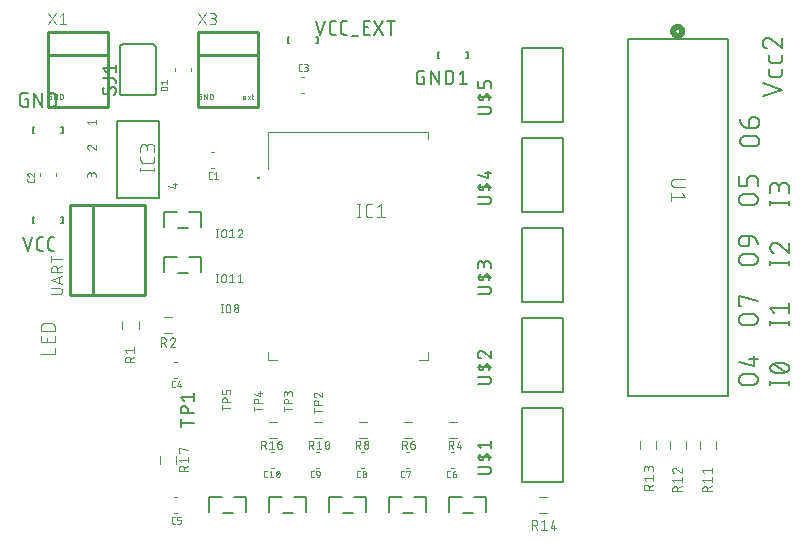
<source format=gbr>
G04 EAGLE Gerber RS-274X export*
G75*
%MOMM*%
%FSLAX34Y34*%
%LPD*%
%INSilkscreen Top*%
%IPPOS*%
%AMOC8*
5,1,8,0,0,1.08239X$1,22.5*%
G01*
%ADD10C,0.152400*%
%ADD11C,0.050800*%
%ADD12C,0.100000*%
%ADD13C,0.100000*%
%ADD14C,0.101600*%
%ADD15C,0.127000*%
%ADD16C,0.508000*%
%ADD17C,0.076200*%
%ADD18C,0.254000*%
%ADD19C,0.120000*%
%ADD20C,0.203200*%


D10*
X630682Y523745D02*
X646938Y529163D01*
X630682Y534582D01*
X646938Y542867D02*
X646938Y546479D01*
X646938Y542867D02*
X646936Y542766D01*
X646930Y542665D01*
X646921Y542564D01*
X646908Y542463D01*
X646891Y542363D01*
X646870Y542264D01*
X646846Y542166D01*
X646818Y542069D01*
X646786Y541972D01*
X646751Y541877D01*
X646712Y541784D01*
X646670Y541692D01*
X646624Y541601D01*
X646575Y541513D01*
X646523Y541426D01*
X646467Y541341D01*
X646409Y541258D01*
X646347Y541178D01*
X646282Y541100D01*
X646215Y541024D01*
X646145Y540951D01*
X646072Y540881D01*
X645996Y540814D01*
X645918Y540749D01*
X645838Y540687D01*
X645755Y540629D01*
X645670Y540573D01*
X645584Y540521D01*
X645495Y540472D01*
X645404Y540426D01*
X645312Y540384D01*
X645219Y540345D01*
X645124Y540310D01*
X645027Y540278D01*
X644930Y540250D01*
X644832Y540226D01*
X644733Y540205D01*
X644633Y540188D01*
X644532Y540175D01*
X644431Y540166D01*
X644330Y540160D01*
X644229Y540158D01*
X638810Y540158D01*
X638709Y540160D01*
X638608Y540166D01*
X638507Y540175D01*
X638406Y540188D01*
X638306Y540205D01*
X638207Y540226D01*
X638109Y540250D01*
X638012Y540278D01*
X637915Y540310D01*
X637820Y540345D01*
X637727Y540384D01*
X637635Y540426D01*
X637544Y540472D01*
X637456Y540521D01*
X637369Y540573D01*
X637284Y540629D01*
X637201Y540687D01*
X637121Y540749D01*
X637043Y540814D01*
X636967Y540881D01*
X636894Y540951D01*
X636824Y541024D01*
X636757Y541100D01*
X636692Y541178D01*
X636630Y541258D01*
X636572Y541341D01*
X636516Y541426D01*
X636464Y541513D01*
X636415Y541601D01*
X636369Y541692D01*
X636327Y541784D01*
X636288Y541877D01*
X636253Y541972D01*
X636221Y542069D01*
X636193Y542166D01*
X636169Y542264D01*
X636148Y542363D01*
X636131Y542463D01*
X636118Y542564D01*
X636109Y542665D01*
X636103Y542766D01*
X636101Y542867D01*
X636101Y546479D01*
X646938Y554851D02*
X646938Y558463D01*
X646938Y554851D02*
X646936Y554750D01*
X646930Y554649D01*
X646921Y554548D01*
X646908Y554447D01*
X646891Y554347D01*
X646870Y554248D01*
X646846Y554150D01*
X646818Y554053D01*
X646786Y553956D01*
X646751Y553861D01*
X646712Y553768D01*
X646670Y553676D01*
X646624Y553585D01*
X646575Y553497D01*
X646523Y553410D01*
X646467Y553325D01*
X646409Y553242D01*
X646347Y553162D01*
X646282Y553084D01*
X646215Y553008D01*
X646145Y552935D01*
X646072Y552865D01*
X645996Y552798D01*
X645918Y552733D01*
X645838Y552671D01*
X645755Y552613D01*
X645670Y552557D01*
X645584Y552505D01*
X645495Y552456D01*
X645404Y552410D01*
X645312Y552368D01*
X645219Y552329D01*
X645124Y552294D01*
X645027Y552262D01*
X644930Y552234D01*
X644832Y552210D01*
X644733Y552189D01*
X644633Y552172D01*
X644532Y552159D01*
X644431Y552150D01*
X644330Y552144D01*
X644229Y552142D01*
X638810Y552142D01*
X638709Y552144D01*
X638608Y552150D01*
X638507Y552159D01*
X638406Y552172D01*
X638306Y552189D01*
X638207Y552210D01*
X638109Y552234D01*
X638012Y552262D01*
X637915Y552294D01*
X637820Y552329D01*
X637727Y552368D01*
X637635Y552410D01*
X637544Y552456D01*
X637456Y552505D01*
X637369Y552557D01*
X637284Y552613D01*
X637201Y552671D01*
X637121Y552733D01*
X637043Y552798D01*
X636967Y552865D01*
X636894Y552935D01*
X636824Y553008D01*
X636757Y553084D01*
X636692Y553162D01*
X636630Y553242D01*
X636572Y553325D01*
X636516Y553410D01*
X636464Y553497D01*
X636415Y553585D01*
X636369Y553676D01*
X636327Y553768D01*
X636288Y553861D01*
X636253Y553956D01*
X636221Y554053D01*
X636193Y554150D01*
X636169Y554248D01*
X636148Y554347D01*
X636131Y554447D01*
X636118Y554548D01*
X636109Y554649D01*
X636103Y554750D01*
X636101Y554851D01*
X636101Y558463D01*
X630682Y569214D02*
X630684Y569339D01*
X630690Y569464D01*
X630699Y569589D01*
X630713Y569713D01*
X630730Y569837D01*
X630751Y569961D01*
X630776Y570083D01*
X630805Y570205D01*
X630837Y570326D01*
X630873Y570446D01*
X630913Y570565D01*
X630956Y570682D01*
X631003Y570798D01*
X631054Y570913D01*
X631108Y571025D01*
X631166Y571137D01*
X631226Y571246D01*
X631291Y571353D01*
X631358Y571459D01*
X631429Y571562D01*
X631503Y571663D01*
X631580Y571762D01*
X631660Y571858D01*
X631743Y571952D01*
X631828Y572043D01*
X631917Y572132D01*
X632008Y572217D01*
X632102Y572300D01*
X632198Y572380D01*
X632297Y572457D01*
X632398Y572531D01*
X632501Y572602D01*
X632607Y572669D01*
X632714Y572734D01*
X632823Y572794D01*
X632935Y572852D01*
X633047Y572906D01*
X633162Y572957D01*
X633278Y573004D01*
X633395Y573047D01*
X633514Y573087D01*
X633634Y573123D01*
X633755Y573155D01*
X633877Y573184D01*
X633999Y573209D01*
X634123Y573230D01*
X634247Y573247D01*
X634371Y573261D01*
X634496Y573270D01*
X634621Y573276D01*
X634746Y573278D01*
X630682Y569214D02*
X630684Y569071D01*
X630690Y568929D01*
X630700Y568786D01*
X630713Y568644D01*
X630731Y568503D01*
X630752Y568361D01*
X630777Y568221D01*
X630806Y568081D01*
X630839Y567942D01*
X630876Y567804D01*
X630916Y567667D01*
X630960Y567532D01*
X631008Y567397D01*
X631060Y567264D01*
X631115Y567132D01*
X631174Y567002D01*
X631236Y566874D01*
X631302Y566747D01*
X631371Y566622D01*
X631443Y566499D01*
X631519Y566378D01*
X631598Y566260D01*
X631681Y566143D01*
X631766Y566029D01*
X631855Y565917D01*
X631946Y565808D01*
X632041Y565701D01*
X632138Y565596D01*
X632239Y565495D01*
X632342Y565396D01*
X632447Y565300D01*
X632556Y565207D01*
X632667Y565117D01*
X632780Y565030D01*
X632895Y564946D01*
X633013Y564866D01*
X633133Y564788D01*
X633255Y564714D01*
X633379Y564644D01*
X633505Y564576D01*
X633633Y564513D01*
X633762Y564452D01*
X633893Y564395D01*
X634025Y564342D01*
X634159Y564293D01*
X634294Y564247D01*
X637907Y571923D02*
X637815Y572017D01*
X637721Y572107D01*
X637624Y572195D01*
X637524Y572280D01*
X637422Y572362D01*
X637317Y572440D01*
X637210Y572516D01*
X637101Y572588D01*
X636990Y572657D01*
X636876Y572723D01*
X636761Y572785D01*
X636644Y572844D01*
X636525Y572899D01*
X636405Y572950D01*
X636283Y572998D01*
X636160Y573043D01*
X636036Y573083D01*
X635910Y573120D01*
X635783Y573153D01*
X635656Y573182D01*
X635527Y573208D01*
X635398Y573229D01*
X635268Y573247D01*
X635138Y573260D01*
X635008Y573270D01*
X634877Y573276D01*
X634746Y573278D01*
X637907Y571923D02*
X646938Y564247D01*
X646938Y573278D01*
X623372Y481306D02*
X616148Y481306D01*
X616148Y481305D02*
X616015Y481307D01*
X615883Y481313D01*
X615751Y481323D01*
X615619Y481336D01*
X615487Y481354D01*
X615357Y481375D01*
X615226Y481400D01*
X615097Y481429D01*
X614969Y481462D01*
X614841Y481498D01*
X614715Y481538D01*
X614590Y481582D01*
X614466Y481630D01*
X614344Y481681D01*
X614223Y481736D01*
X614104Y481794D01*
X613986Y481856D01*
X613871Y481921D01*
X613757Y481990D01*
X613646Y482061D01*
X613537Y482137D01*
X613430Y482215D01*
X613325Y482296D01*
X613223Y482381D01*
X613123Y482468D01*
X613026Y482558D01*
X612931Y482651D01*
X612840Y482747D01*
X612751Y482845D01*
X612665Y482946D01*
X612582Y483050D01*
X612502Y483156D01*
X612426Y483264D01*
X612352Y483374D01*
X612282Y483487D01*
X612215Y483601D01*
X612152Y483718D01*
X612092Y483836D01*
X612035Y483956D01*
X611982Y484078D01*
X611933Y484201D01*
X611887Y484325D01*
X611845Y484451D01*
X611807Y484578D01*
X611772Y484706D01*
X611741Y484835D01*
X611714Y484964D01*
X611691Y485095D01*
X611671Y485226D01*
X611656Y485358D01*
X611644Y485490D01*
X611636Y485622D01*
X611632Y485755D01*
X611632Y485887D01*
X611636Y486020D01*
X611644Y486152D01*
X611656Y486284D01*
X611671Y486416D01*
X611691Y486547D01*
X611714Y486678D01*
X611741Y486807D01*
X611772Y486936D01*
X611807Y487064D01*
X611845Y487191D01*
X611887Y487317D01*
X611933Y487441D01*
X611982Y487564D01*
X612035Y487686D01*
X612092Y487806D01*
X612152Y487924D01*
X612215Y488041D01*
X612282Y488155D01*
X612352Y488268D01*
X612426Y488378D01*
X612502Y488486D01*
X612582Y488592D01*
X612665Y488696D01*
X612751Y488797D01*
X612840Y488895D01*
X612931Y488991D01*
X613026Y489084D01*
X613123Y489174D01*
X613223Y489261D01*
X613325Y489346D01*
X613430Y489427D01*
X613537Y489505D01*
X613646Y489581D01*
X613757Y489652D01*
X613871Y489721D01*
X613986Y489786D01*
X614104Y489848D01*
X614223Y489906D01*
X614344Y489961D01*
X614466Y490012D01*
X614590Y490060D01*
X614715Y490104D01*
X614841Y490144D01*
X614969Y490180D01*
X615097Y490213D01*
X615226Y490242D01*
X615357Y490267D01*
X615487Y490288D01*
X615619Y490306D01*
X615751Y490319D01*
X615883Y490329D01*
X616015Y490335D01*
X616148Y490337D01*
X623372Y490337D01*
X623505Y490335D01*
X623637Y490329D01*
X623769Y490319D01*
X623901Y490306D01*
X624033Y490288D01*
X624163Y490267D01*
X624294Y490242D01*
X624423Y490213D01*
X624551Y490180D01*
X624679Y490144D01*
X624805Y490104D01*
X624930Y490060D01*
X625054Y490012D01*
X625176Y489961D01*
X625297Y489906D01*
X625416Y489848D01*
X625534Y489786D01*
X625649Y489721D01*
X625763Y489652D01*
X625874Y489581D01*
X625983Y489505D01*
X626090Y489427D01*
X626195Y489346D01*
X626297Y489261D01*
X626397Y489174D01*
X626494Y489084D01*
X626589Y488991D01*
X626680Y488895D01*
X626769Y488797D01*
X626855Y488696D01*
X626938Y488592D01*
X627018Y488486D01*
X627094Y488378D01*
X627168Y488268D01*
X627238Y488155D01*
X627305Y488041D01*
X627368Y487924D01*
X627428Y487806D01*
X627485Y487686D01*
X627538Y487564D01*
X627587Y487441D01*
X627633Y487317D01*
X627675Y487191D01*
X627713Y487064D01*
X627748Y486936D01*
X627779Y486807D01*
X627806Y486678D01*
X627829Y486547D01*
X627849Y486416D01*
X627864Y486284D01*
X627876Y486152D01*
X627884Y486020D01*
X627888Y485887D01*
X627888Y485755D01*
X627884Y485622D01*
X627876Y485490D01*
X627864Y485358D01*
X627849Y485226D01*
X627829Y485095D01*
X627806Y484964D01*
X627779Y484835D01*
X627748Y484706D01*
X627713Y484578D01*
X627675Y484451D01*
X627633Y484325D01*
X627587Y484201D01*
X627538Y484078D01*
X627485Y483956D01*
X627428Y483836D01*
X627368Y483718D01*
X627305Y483601D01*
X627238Y483487D01*
X627168Y483374D01*
X627094Y483264D01*
X627018Y483156D01*
X626938Y483050D01*
X626855Y482946D01*
X626769Y482845D01*
X626680Y482747D01*
X626589Y482651D01*
X626494Y482558D01*
X626397Y482468D01*
X626297Y482381D01*
X626195Y482296D01*
X626090Y482215D01*
X625983Y482137D01*
X625874Y482061D01*
X625763Y481990D01*
X625649Y481921D01*
X625534Y481856D01*
X625416Y481794D01*
X625297Y481736D01*
X625176Y481681D01*
X625054Y481630D01*
X624930Y481582D01*
X624805Y481538D01*
X624679Y481498D01*
X624551Y481462D01*
X624423Y481429D01*
X624294Y481400D01*
X624163Y481375D01*
X624033Y481354D01*
X623901Y481336D01*
X623769Y481323D01*
X623637Y481313D01*
X623505Y481307D01*
X623372Y481305D01*
X618857Y496937D02*
X618857Y502356D01*
X618859Y502474D01*
X618865Y502592D01*
X618874Y502710D01*
X618888Y502827D01*
X618905Y502944D01*
X618926Y503061D01*
X618951Y503176D01*
X618980Y503291D01*
X619013Y503405D01*
X619049Y503517D01*
X619089Y503628D01*
X619132Y503738D01*
X619179Y503847D01*
X619229Y503954D01*
X619284Y504059D01*
X619341Y504162D01*
X619402Y504263D01*
X619466Y504363D01*
X619533Y504460D01*
X619603Y504555D01*
X619677Y504647D01*
X619753Y504738D01*
X619833Y504825D01*
X619915Y504910D01*
X620000Y504992D01*
X620087Y505072D01*
X620178Y505148D01*
X620270Y505222D01*
X620365Y505292D01*
X620462Y505359D01*
X620562Y505423D01*
X620663Y505484D01*
X620766Y505541D01*
X620871Y505596D01*
X620978Y505646D01*
X621087Y505693D01*
X621197Y505736D01*
X621308Y505776D01*
X621420Y505812D01*
X621534Y505845D01*
X621649Y505874D01*
X621764Y505899D01*
X621881Y505920D01*
X621998Y505937D01*
X622115Y505951D01*
X622233Y505960D01*
X622351Y505966D01*
X622469Y505968D01*
X623372Y505968D01*
X623505Y505966D01*
X623637Y505960D01*
X623769Y505950D01*
X623901Y505937D01*
X624033Y505919D01*
X624163Y505898D01*
X624294Y505873D01*
X624423Y505844D01*
X624551Y505811D01*
X624679Y505775D01*
X624805Y505735D01*
X624930Y505691D01*
X625054Y505643D01*
X625176Y505592D01*
X625297Y505537D01*
X625416Y505479D01*
X625534Y505417D01*
X625649Y505352D01*
X625763Y505283D01*
X625874Y505212D01*
X625983Y505136D01*
X626090Y505058D01*
X626195Y504977D01*
X626297Y504892D01*
X626397Y504805D01*
X626494Y504715D01*
X626589Y504622D01*
X626680Y504526D01*
X626769Y504428D01*
X626855Y504327D01*
X626938Y504223D01*
X627018Y504117D01*
X627094Y504009D01*
X627168Y503899D01*
X627238Y503786D01*
X627305Y503672D01*
X627368Y503555D01*
X627428Y503437D01*
X627485Y503317D01*
X627538Y503195D01*
X627587Y503072D01*
X627633Y502948D01*
X627675Y502822D01*
X627713Y502695D01*
X627748Y502567D01*
X627779Y502438D01*
X627806Y502309D01*
X627829Y502178D01*
X627849Y502047D01*
X627864Y501915D01*
X627876Y501783D01*
X627884Y501651D01*
X627888Y501518D01*
X627888Y501386D01*
X627884Y501253D01*
X627876Y501121D01*
X627864Y500989D01*
X627849Y500857D01*
X627829Y500726D01*
X627806Y500595D01*
X627779Y500466D01*
X627748Y500337D01*
X627713Y500209D01*
X627675Y500082D01*
X627633Y499956D01*
X627587Y499832D01*
X627538Y499709D01*
X627485Y499587D01*
X627428Y499467D01*
X627368Y499349D01*
X627305Y499232D01*
X627238Y499118D01*
X627168Y499005D01*
X627094Y498895D01*
X627018Y498787D01*
X626938Y498681D01*
X626855Y498577D01*
X626769Y498476D01*
X626680Y498378D01*
X626589Y498282D01*
X626494Y498189D01*
X626397Y498099D01*
X626297Y498012D01*
X626195Y497927D01*
X626090Y497846D01*
X625983Y497768D01*
X625874Y497692D01*
X625763Y497621D01*
X625649Y497552D01*
X625534Y497487D01*
X625416Y497425D01*
X625297Y497367D01*
X625176Y497312D01*
X625054Y497261D01*
X624930Y497213D01*
X624805Y497169D01*
X624679Y497129D01*
X624551Y497093D01*
X624423Y497060D01*
X624294Y497031D01*
X624163Y497006D01*
X624033Y496985D01*
X623901Y496967D01*
X623769Y496954D01*
X623637Y496944D01*
X623505Y496938D01*
X623372Y496936D01*
X623372Y496937D02*
X618857Y496937D01*
X618680Y496939D01*
X618502Y496946D01*
X618325Y496957D01*
X618149Y496972D01*
X617973Y496991D01*
X617797Y497015D01*
X617622Y497043D01*
X617447Y497076D01*
X617274Y497113D01*
X617101Y497154D01*
X616930Y497199D01*
X616760Y497248D01*
X616591Y497302D01*
X616423Y497359D01*
X616257Y497421D01*
X616092Y497487D01*
X615929Y497557D01*
X615768Y497631D01*
X615609Y497708D01*
X615451Y497790D01*
X615296Y497876D01*
X615143Y497965D01*
X614992Y498058D01*
X614843Y498155D01*
X614697Y498255D01*
X614553Y498359D01*
X614412Y498466D01*
X614274Y498577D01*
X614138Y498691D01*
X614005Y498809D01*
X613875Y498929D01*
X613748Y499053D01*
X613624Y499180D01*
X613504Y499310D01*
X613386Y499443D01*
X613272Y499578D01*
X613161Y499717D01*
X613054Y499858D01*
X612950Y500002D01*
X612850Y500148D01*
X612753Y500297D01*
X612660Y500448D01*
X612571Y500601D01*
X612485Y500756D01*
X612403Y500914D01*
X612326Y501073D01*
X612252Y501234D01*
X612182Y501397D01*
X612116Y501562D01*
X612054Y501728D01*
X611997Y501896D01*
X611943Y502065D01*
X611894Y502235D01*
X611849Y502406D01*
X611808Y502579D01*
X611771Y502752D01*
X611738Y502927D01*
X611710Y503102D01*
X611686Y503278D01*
X611667Y503454D01*
X611652Y503630D01*
X611641Y503807D01*
X611634Y503985D01*
X611632Y504162D01*
X614878Y431776D02*
X622102Y431776D01*
X614878Y431775D02*
X614745Y431777D01*
X614613Y431783D01*
X614481Y431793D01*
X614349Y431806D01*
X614217Y431824D01*
X614087Y431845D01*
X613956Y431870D01*
X613827Y431899D01*
X613699Y431932D01*
X613571Y431968D01*
X613445Y432008D01*
X613320Y432052D01*
X613196Y432100D01*
X613074Y432151D01*
X612953Y432206D01*
X612834Y432264D01*
X612716Y432326D01*
X612601Y432391D01*
X612487Y432460D01*
X612376Y432531D01*
X612267Y432607D01*
X612160Y432685D01*
X612055Y432766D01*
X611953Y432851D01*
X611853Y432938D01*
X611756Y433028D01*
X611661Y433121D01*
X611570Y433217D01*
X611481Y433315D01*
X611395Y433416D01*
X611312Y433520D01*
X611232Y433626D01*
X611156Y433734D01*
X611082Y433844D01*
X611012Y433957D01*
X610945Y434071D01*
X610882Y434188D01*
X610822Y434306D01*
X610765Y434426D01*
X610712Y434548D01*
X610663Y434671D01*
X610617Y434795D01*
X610575Y434921D01*
X610537Y435048D01*
X610502Y435176D01*
X610471Y435305D01*
X610444Y435434D01*
X610421Y435565D01*
X610401Y435696D01*
X610386Y435828D01*
X610374Y435960D01*
X610366Y436092D01*
X610362Y436225D01*
X610362Y436357D01*
X610366Y436490D01*
X610374Y436622D01*
X610386Y436754D01*
X610401Y436886D01*
X610421Y437017D01*
X610444Y437148D01*
X610471Y437277D01*
X610502Y437406D01*
X610537Y437534D01*
X610575Y437661D01*
X610617Y437787D01*
X610663Y437911D01*
X610712Y438034D01*
X610765Y438156D01*
X610822Y438276D01*
X610882Y438394D01*
X610945Y438511D01*
X611012Y438625D01*
X611082Y438738D01*
X611156Y438848D01*
X611232Y438956D01*
X611312Y439062D01*
X611395Y439166D01*
X611481Y439267D01*
X611570Y439365D01*
X611661Y439461D01*
X611756Y439554D01*
X611853Y439644D01*
X611953Y439731D01*
X612055Y439816D01*
X612160Y439897D01*
X612267Y439975D01*
X612376Y440051D01*
X612487Y440122D01*
X612601Y440191D01*
X612716Y440256D01*
X612834Y440318D01*
X612953Y440376D01*
X613074Y440431D01*
X613196Y440482D01*
X613320Y440530D01*
X613445Y440574D01*
X613571Y440614D01*
X613699Y440650D01*
X613827Y440683D01*
X613956Y440712D01*
X614087Y440737D01*
X614217Y440758D01*
X614349Y440776D01*
X614481Y440789D01*
X614613Y440799D01*
X614745Y440805D01*
X614878Y440807D01*
X622102Y440807D01*
X622235Y440805D01*
X622367Y440799D01*
X622499Y440789D01*
X622631Y440776D01*
X622763Y440758D01*
X622893Y440737D01*
X623024Y440712D01*
X623153Y440683D01*
X623281Y440650D01*
X623409Y440614D01*
X623535Y440574D01*
X623660Y440530D01*
X623784Y440482D01*
X623906Y440431D01*
X624027Y440376D01*
X624146Y440318D01*
X624264Y440256D01*
X624379Y440191D01*
X624493Y440122D01*
X624604Y440051D01*
X624713Y439975D01*
X624820Y439897D01*
X624925Y439816D01*
X625027Y439731D01*
X625127Y439644D01*
X625224Y439554D01*
X625319Y439461D01*
X625410Y439365D01*
X625499Y439267D01*
X625585Y439166D01*
X625668Y439062D01*
X625748Y438956D01*
X625824Y438848D01*
X625898Y438738D01*
X625968Y438625D01*
X626035Y438511D01*
X626098Y438394D01*
X626158Y438276D01*
X626215Y438156D01*
X626268Y438034D01*
X626317Y437911D01*
X626363Y437787D01*
X626405Y437661D01*
X626443Y437534D01*
X626478Y437406D01*
X626509Y437277D01*
X626536Y437148D01*
X626559Y437017D01*
X626579Y436886D01*
X626594Y436754D01*
X626606Y436622D01*
X626614Y436490D01*
X626618Y436357D01*
X626618Y436225D01*
X626614Y436092D01*
X626606Y435960D01*
X626594Y435828D01*
X626579Y435696D01*
X626559Y435565D01*
X626536Y435434D01*
X626509Y435305D01*
X626478Y435176D01*
X626443Y435048D01*
X626405Y434921D01*
X626363Y434795D01*
X626317Y434671D01*
X626268Y434548D01*
X626215Y434426D01*
X626158Y434306D01*
X626098Y434188D01*
X626035Y434071D01*
X625968Y433957D01*
X625898Y433844D01*
X625824Y433734D01*
X625748Y433626D01*
X625668Y433520D01*
X625585Y433416D01*
X625499Y433315D01*
X625410Y433217D01*
X625319Y433121D01*
X625224Y433028D01*
X625127Y432938D01*
X625027Y432851D01*
X624925Y432766D01*
X624820Y432685D01*
X624713Y432607D01*
X624604Y432531D01*
X624493Y432460D01*
X624379Y432391D01*
X624264Y432326D01*
X624146Y432264D01*
X624027Y432206D01*
X623906Y432151D01*
X623784Y432100D01*
X623660Y432052D01*
X623535Y432008D01*
X623409Y431968D01*
X623281Y431932D01*
X623153Y431899D01*
X623024Y431870D01*
X622893Y431845D01*
X622763Y431824D01*
X622631Y431806D01*
X622499Y431793D01*
X622367Y431783D01*
X622235Y431777D01*
X622102Y431775D01*
X626618Y447407D02*
X626618Y452826D01*
X626616Y452944D01*
X626610Y453062D01*
X626601Y453180D01*
X626587Y453297D01*
X626570Y453414D01*
X626549Y453531D01*
X626524Y453646D01*
X626495Y453761D01*
X626462Y453875D01*
X626426Y453987D01*
X626386Y454098D01*
X626343Y454208D01*
X626296Y454317D01*
X626246Y454424D01*
X626191Y454529D01*
X626134Y454632D01*
X626073Y454733D01*
X626009Y454833D01*
X625942Y454930D01*
X625872Y455025D01*
X625798Y455117D01*
X625722Y455208D01*
X625642Y455295D01*
X625560Y455380D01*
X625475Y455462D01*
X625388Y455542D01*
X625297Y455618D01*
X625205Y455692D01*
X625110Y455762D01*
X625013Y455829D01*
X624913Y455893D01*
X624812Y455954D01*
X624709Y456011D01*
X624604Y456066D01*
X624497Y456116D01*
X624388Y456163D01*
X624278Y456206D01*
X624167Y456246D01*
X624055Y456282D01*
X623941Y456315D01*
X623826Y456344D01*
X623711Y456369D01*
X623594Y456390D01*
X623477Y456407D01*
X623360Y456421D01*
X623242Y456430D01*
X623124Y456436D01*
X623006Y456438D01*
X621199Y456438D01*
X621081Y456436D01*
X620963Y456430D01*
X620845Y456421D01*
X620728Y456407D01*
X620611Y456390D01*
X620494Y456369D01*
X620379Y456344D01*
X620264Y456315D01*
X620150Y456282D01*
X620038Y456246D01*
X619927Y456206D01*
X619817Y456163D01*
X619708Y456116D01*
X619601Y456066D01*
X619496Y456011D01*
X619393Y455954D01*
X619292Y455893D01*
X619192Y455829D01*
X619095Y455762D01*
X619000Y455692D01*
X618908Y455618D01*
X618817Y455542D01*
X618730Y455462D01*
X618645Y455380D01*
X618563Y455295D01*
X618483Y455208D01*
X618407Y455117D01*
X618333Y455025D01*
X618263Y454930D01*
X618196Y454833D01*
X618132Y454733D01*
X618071Y454632D01*
X618014Y454529D01*
X617959Y454424D01*
X617909Y454317D01*
X617862Y454208D01*
X617819Y454098D01*
X617779Y453987D01*
X617743Y453875D01*
X617710Y453761D01*
X617681Y453646D01*
X617656Y453531D01*
X617635Y453414D01*
X617618Y453297D01*
X617604Y453180D01*
X617595Y453062D01*
X617589Y452944D01*
X617587Y452826D01*
X617587Y447407D01*
X610362Y447407D01*
X610362Y456438D01*
X637032Y433582D02*
X653288Y433582D01*
X653288Y431776D02*
X653288Y435388D01*
X637032Y435388D02*
X637032Y431776D01*
X653288Y441571D02*
X653288Y446087D01*
X653286Y446220D01*
X653280Y446352D01*
X653270Y446484D01*
X653257Y446616D01*
X653239Y446748D01*
X653218Y446878D01*
X653193Y447009D01*
X653164Y447138D01*
X653131Y447266D01*
X653095Y447394D01*
X653055Y447520D01*
X653011Y447645D01*
X652963Y447769D01*
X652912Y447891D01*
X652857Y448012D01*
X652799Y448131D01*
X652737Y448249D01*
X652672Y448364D01*
X652603Y448478D01*
X652532Y448589D01*
X652456Y448698D01*
X652378Y448805D01*
X652297Y448910D01*
X652212Y449012D01*
X652125Y449112D01*
X652035Y449209D01*
X651942Y449304D01*
X651846Y449395D01*
X651748Y449484D01*
X651647Y449570D01*
X651543Y449653D01*
X651437Y449733D01*
X651329Y449809D01*
X651219Y449883D01*
X651106Y449953D01*
X650992Y450020D01*
X650875Y450083D01*
X650757Y450143D01*
X650637Y450200D01*
X650515Y450253D01*
X650392Y450302D01*
X650268Y450348D01*
X650142Y450390D01*
X650015Y450428D01*
X649887Y450463D01*
X649758Y450494D01*
X649629Y450521D01*
X649498Y450544D01*
X649367Y450564D01*
X649235Y450579D01*
X649103Y450591D01*
X648971Y450599D01*
X648838Y450603D01*
X648706Y450603D01*
X648573Y450599D01*
X648441Y450591D01*
X648309Y450579D01*
X648177Y450564D01*
X648046Y450544D01*
X647915Y450521D01*
X647786Y450494D01*
X647657Y450463D01*
X647529Y450428D01*
X647402Y450390D01*
X647276Y450348D01*
X647152Y450302D01*
X647029Y450253D01*
X646907Y450200D01*
X646787Y450143D01*
X646669Y450083D01*
X646552Y450020D01*
X646438Y449953D01*
X646325Y449883D01*
X646215Y449809D01*
X646107Y449733D01*
X646001Y449653D01*
X645897Y449570D01*
X645796Y449484D01*
X645698Y449395D01*
X645602Y449304D01*
X645509Y449209D01*
X645419Y449112D01*
X645332Y449012D01*
X645247Y448910D01*
X645166Y448805D01*
X645088Y448698D01*
X645012Y448589D01*
X644941Y448478D01*
X644872Y448364D01*
X644807Y448249D01*
X644745Y448131D01*
X644687Y448012D01*
X644632Y447891D01*
X644581Y447769D01*
X644533Y447645D01*
X644489Y447520D01*
X644449Y447394D01*
X644413Y447266D01*
X644380Y447138D01*
X644351Y447009D01*
X644326Y446878D01*
X644305Y446748D01*
X644287Y446616D01*
X644274Y446484D01*
X644264Y446352D01*
X644258Y446220D01*
X644256Y446087D01*
X637032Y446990D02*
X637032Y441571D01*
X637032Y446990D02*
X637034Y447109D01*
X637040Y447229D01*
X637050Y447348D01*
X637064Y447466D01*
X637081Y447585D01*
X637103Y447702D01*
X637128Y447819D01*
X637158Y447934D01*
X637191Y448049D01*
X637228Y448163D01*
X637268Y448275D01*
X637313Y448386D01*
X637361Y448495D01*
X637412Y448603D01*
X637467Y448709D01*
X637526Y448813D01*
X637588Y448915D01*
X637653Y449015D01*
X637722Y449113D01*
X637794Y449209D01*
X637869Y449302D01*
X637946Y449392D01*
X638027Y449480D01*
X638111Y449565D01*
X638198Y449647D01*
X638287Y449727D01*
X638379Y449803D01*
X638473Y449877D01*
X638570Y449947D01*
X638668Y450014D01*
X638769Y450078D01*
X638873Y450138D01*
X638978Y450195D01*
X639085Y450248D01*
X639193Y450298D01*
X639303Y450344D01*
X639415Y450386D01*
X639528Y450425D01*
X639642Y450460D01*
X639757Y450491D01*
X639874Y450519D01*
X639991Y450542D01*
X640108Y450562D01*
X640227Y450578D01*
X640346Y450590D01*
X640465Y450598D01*
X640584Y450602D01*
X640704Y450602D01*
X640823Y450598D01*
X640942Y450590D01*
X641061Y450578D01*
X641180Y450562D01*
X641297Y450542D01*
X641414Y450519D01*
X641531Y450491D01*
X641646Y450460D01*
X641760Y450425D01*
X641873Y450386D01*
X641985Y450344D01*
X642095Y450298D01*
X642203Y450248D01*
X642310Y450195D01*
X642415Y450138D01*
X642519Y450078D01*
X642620Y450014D01*
X642718Y449947D01*
X642815Y449877D01*
X642909Y449803D01*
X643001Y449727D01*
X643090Y449647D01*
X643177Y449565D01*
X643261Y449480D01*
X643342Y449392D01*
X643419Y449302D01*
X643494Y449209D01*
X643566Y449113D01*
X643635Y449015D01*
X643700Y448915D01*
X643762Y448813D01*
X643821Y448709D01*
X643876Y448603D01*
X643927Y448495D01*
X643975Y448386D01*
X644020Y448275D01*
X644060Y448163D01*
X644097Y448049D01*
X644130Y447934D01*
X644160Y447819D01*
X644185Y447702D01*
X644207Y447585D01*
X644224Y447466D01*
X644238Y447348D01*
X644248Y447229D01*
X644254Y447109D01*
X644256Y446990D01*
X644257Y446990D02*
X644257Y443378D01*
X622102Y380976D02*
X614878Y380976D01*
X614878Y380975D02*
X614745Y380977D01*
X614613Y380983D01*
X614481Y380993D01*
X614349Y381006D01*
X614217Y381024D01*
X614087Y381045D01*
X613956Y381070D01*
X613827Y381099D01*
X613699Y381132D01*
X613571Y381168D01*
X613445Y381208D01*
X613320Y381252D01*
X613196Y381300D01*
X613074Y381351D01*
X612953Y381406D01*
X612834Y381464D01*
X612716Y381526D01*
X612601Y381591D01*
X612487Y381660D01*
X612376Y381731D01*
X612267Y381807D01*
X612160Y381885D01*
X612055Y381966D01*
X611953Y382051D01*
X611853Y382138D01*
X611756Y382228D01*
X611661Y382321D01*
X611570Y382417D01*
X611481Y382515D01*
X611395Y382616D01*
X611312Y382720D01*
X611232Y382826D01*
X611156Y382934D01*
X611082Y383044D01*
X611012Y383157D01*
X610945Y383271D01*
X610882Y383388D01*
X610822Y383506D01*
X610765Y383626D01*
X610712Y383748D01*
X610663Y383871D01*
X610617Y383995D01*
X610575Y384121D01*
X610537Y384248D01*
X610502Y384376D01*
X610471Y384505D01*
X610444Y384634D01*
X610421Y384765D01*
X610401Y384896D01*
X610386Y385028D01*
X610374Y385160D01*
X610366Y385292D01*
X610362Y385425D01*
X610362Y385557D01*
X610366Y385690D01*
X610374Y385822D01*
X610386Y385954D01*
X610401Y386086D01*
X610421Y386217D01*
X610444Y386348D01*
X610471Y386477D01*
X610502Y386606D01*
X610537Y386734D01*
X610575Y386861D01*
X610617Y386987D01*
X610663Y387111D01*
X610712Y387234D01*
X610765Y387356D01*
X610822Y387476D01*
X610882Y387594D01*
X610945Y387711D01*
X611012Y387825D01*
X611082Y387938D01*
X611156Y388048D01*
X611232Y388156D01*
X611312Y388262D01*
X611395Y388366D01*
X611481Y388467D01*
X611570Y388565D01*
X611661Y388661D01*
X611756Y388754D01*
X611853Y388844D01*
X611953Y388931D01*
X612055Y389016D01*
X612160Y389097D01*
X612267Y389175D01*
X612376Y389251D01*
X612487Y389322D01*
X612601Y389391D01*
X612716Y389456D01*
X612834Y389518D01*
X612953Y389576D01*
X613074Y389631D01*
X613196Y389682D01*
X613320Y389730D01*
X613445Y389774D01*
X613571Y389814D01*
X613699Y389850D01*
X613827Y389883D01*
X613956Y389912D01*
X614087Y389937D01*
X614217Y389958D01*
X614349Y389976D01*
X614481Y389989D01*
X614613Y389999D01*
X614745Y390005D01*
X614878Y390007D01*
X622102Y390007D01*
X622235Y390005D01*
X622367Y389999D01*
X622499Y389989D01*
X622631Y389976D01*
X622763Y389958D01*
X622893Y389937D01*
X623024Y389912D01*
X623153Y389883D01*
X623281Y389850D01*
X623409Y389814D01*
X623535Y389774D01*
X623660Y389730D01*
X623784Y389682D01*
X623906Y389631D01*
X624027Y389576D01*
X624146Y389518D01*
X624264Y389456D01*
X624379Y389391D01*
X624493Y389322D01*
X624604Y389251D01*
X624713Y389175D01*
X624820Y389097D01*
X624925Y389016D01*
X625027Y388931D01*
X625127Y388844D01*
X625224Y388754D01*
X625319Y388661D01*
X625410Y388565D01*
X625499Y388467D01*
X625585Y388366D01*
X625668Y388262D01*
X625748Y388156D01*
X625824Y388048D01*
X625898Y387938D01*
X625968Y387825D01*
X626035Y387711D01*
X626098Y387594D01*
X626158Y387476D01*
X626215Y387356D01*
X626268Y387234D01*
X626317Y387111D01*
X626363Y386987D01*
X626405Y386861D01*
X626443Y386734D01*
X626478Y386606D01*
X626509Y386477D01*
X626536Y386348D01*
X626559Y386217D01*
X626579Y386086D01*
X626594Y385954D01*
X626606Y385822D01*
X626614Y385690D01*
X626618Y385557D01*
X626618Y385425D01*
X626614Y385292D01*
X626606Y385160D01*
X626594Y385028D01*
X626579Y384896D01*
X626559Y384765D01*
X626536Y384634D01*
X626509Y384505D01*
X626478Y384376D01*
X626443Y384248D01*
X626405Y384121D01*
X626363Y383995D01*
X626317Y383871D01*
X626268Y383748D01*
X626215Y383626D01*
X626158Y383506D01*
X626098Y383388D01*
X626035Y383271D01*
X625968Y383157D01*
X625898Y383044D01*
X625824Y382934D01*
X625748Y382826D01*
X625668Y382720D01*
X625585Y382616D01*
X625499Y382515D01*
X625410Y382417D01*
X625319Y382321D01*
X625224Y382228D01*
X625127Y382138D01*
X625027Y382051D01*
X624925Y381966D01*
X624820Y381885D01*
X624713Y381807D01*
X624604Y381731D01*
X624493Y381660D01*
X624379Y381591D01*
X624264Y381526D01*
X624146Y381464D01*
X624027Y381406D01*
X623906Y381351D01*
X623784Y381300D01*
X623660Y381252D01*
X623535Y381208D01*
X623409Y381168D01*
X623281Y381132D01*
X623153Y381099D01*
X623024Y381070D01*
X622893Y381045D01*
X622763Y381024D01*
X622631Y381006D01*
X622499Y380993D01*
X622367Y380983D01*
X622235Y380977D01*
X622102Y380975D01*
X619393Y400219D02*
X619393Y405638D01*
X619393Y400219D02*
X619391Y400101D01*
X619385Y399983D01*
X619376Y399865D01*
X619362Y399748D01*
X619345Y399631D01*
X619324Y399514D01*
X619299Y399399D01*
X619270Y399284D01*
X619237Y399170D01*
X619201Y399058D01*
X619161Y398947D01*
X619118Y398837D01*
X619071Y398728D01*
X619021Y398621D01*
X618966Y398516D01*
X618909Y398413D01*
X618848Y398312D01*
X618784Y398212D01*
X618717Y398115D01*
X618647Y398020D01*
X618573Y397928D01*
X618497Y397837D01*
X618417Y397750D01*
X618335Y397665D01*
X618250Y397583D01*
X618163Y397503D01*
X618072Y397427D01*
X617980Y397353D01*
X617885Y397283D01*
X617788Y397216D01*
X617688Y397152D01*
X617587Y397091D01*
X617484Y397034D01*
X617379Y396979D01*
X617272Y396929D01*
X617163Y396882D01*
X617053Y396839D01*
X616942Y396799D01*
X616830Y396763D01*
X616716Y396730D01*
X616601Y396701D01*
X616486Y396676D01*
X616369Y396655D01*
X616252Y396638D01*
X616135Y396624D01*
X616017Y396615D01*
X615899Y396609D01*
X615781Y396607D01*
X614878Y396607D01*
X614878Y396606D02*
X614745Y396608D01*
X614613Y396614D01*
X614481Y396624D01*
X614349Y396637D01*
X614217Y396655D01*
X614087Y396676D01*
X613956Y396701D01*
X613827Y396730D01*
X613699Y396763D01*
X613571Y396799D01*
X613445Y396839D01*
X613320Y396883D01*
X613196Y396931D01*
X613074Y396982D01*
X612953Y397037D01*
X612834Y397095D01*
X612716Y397157D01*
X612601Y397222D01*
X612487Y397291D01*
X612376Y397362D01*
X612267Y397438D01*
X612160Y397516D01*
X612055Y397597D01*
X611953Y397682D01*
X611853Y397769D01*
X611756Y397859D01*
X611661Y397952D01*
X611570Y398048D01*
X611481Y398146D01*
X611395Y398247D01*
X611312Y398351D01*
X611232Y398457D01*
X611156Y398565D01*
X611082Y398675D01*
X611012Y398788D01*
X610945Y398902D01*
X610882Y399019D01*
X610822Y399137D01*
X610765Y399257D01*
X610712Y399379D01*
X610663Y399502D01*
X610617Y399626D01*
X610575Y399752D01*
X610537Y399879D01*
X610502Y400007D01*
X610471Y400136D01*
X610444Y400265D01*
X610421Y400396D01*
X610401Y400527D01*
X610386Y400659D01*
X610374Y400791D01*
X610366Y400923D01*
X610362Y401056D01*
X610362Y401188D01*
X610366Y401321D01*
X610374Y401453D01*
X610386Y401585D01*
X610401Y401717D01*
X610421Y401848D01*
X610444Y401979D01*
X610471Y402108D01*
X610502Y402237D01*
X610537Y402365D01*
X610575Y402492D01*
X610617Y402618D01*
X610663Y402742D01*
X610712Y402865D01*
X610765Y402987D01*
X610822Y403107D01*
X610882Y403225D01*
X610945Y403342D01*
X611012Y403456D01*
X611082Y403569D01*
X611156Y403679D01*
X611232Y403787D01*
X611312Y403893D01*
X611395Y403997D01*
X611481Y404098D01*
X611570Y404196D01*
X611661Y404292D01*
X611756Y404385D01*
X611853Y404475D01*
X611953Y404562D01*
X612055Y404647D01*
X612160Y404728D01*
X612267Y404806D01*
X612376Y404882D01*
X612487Y404953D01*
X612601Y405022D01*
X612716Y405087D01*
X612834Y405149D01*
X612953Y405207D01*
X613074Y405262D01*
X613196Y405313D01*
X613320Y405361D01*
X613445Y405405D01*
X613571Y405445D01*
X613699Y405481D01*
X613827Y405514D01*
X613956Y405543D01*
X614087Y405568D01*
X614217Y405589D01*
X614349Y405607D01*
X614481Y405620D01*
X614613Y405630D01*
X614745Y405636D01*
X614878Y405638D01*
X619393Y405638D01*
X619568Y405636D01*
X619742Y405630D01*
X619916Y405619D01*
X620090Y405604D01*
X620264Y405585D01*
X620437Y405562D01*
X620609Y405535D01*
X620781Y405503D01*
X620952Y405468D01*
X621122Y405428D01*
X621291Y405384D01*
X621459Y405336D01*
X621626Y405284D01*
X621791Y405228D01*
X621955Y405168D01*
X622118Y405105D01*
X622278Y405037D01*
X622438Y404965D01*
X622595Y404890D01*
X622751Y404810D01*
X622904Y404727D01*
X623056Y404641D01*
X623205Y404550D01*
X623352Y404456D01*
X623497Y404359D01*
X623640Y404258D01*
X623780Y404154D01*
X623917Y404046D01*
X624052Y403935D01*
X624184Y403821D01*
X624313Y403704D01*
X624440Y403583D01*
X624563Y403460D01*
X624684Y403333D01*
X624801Y403204D01*
X624915Y403072D01*
X625026Y402937D01*
X625134Y402800D01*
X625238Y402660D01*
X625339Y402517D01*
X625436Y402372D01*
X625530Y402225D01*
X625621Y402076D01*
X625707Y401924D01*
X625790Y401771D01*
X625870Y401615D01*
X625945Y401458D01*
X626017Y401298D01*
X626085Y401138D01*
X626148Y400975D01*
X626208Y400811D01*
X626264Y400646D01*
X626316Y400479D01*
X626364Y400311D01*
X626408Y400142D01*
X626448Y399972D01*
X626483Y399801D01*
X626515Y399629D01*
X626542Y399457D01*
X626565Y399284D01*
X626584Y399110D01*
X626599Y398936D01*
X626610Y398762D01*
X626616Y398588D01*
X626618Y398413D01*
X637032Y382782D02*
X653288Y382782D01*
X653288Y380976D02*
X653288Y384588D01*
X637032Y384588D02*
X637032Y380976D01*
X637032Y395738D02*
X637034Y395863D01*
X637040Y395988D01*
X637049Y396113D01*
X637063Y396237D01*
X637080Y396361D01*
X637101Y396485D01*
X637126Y396607D01*
X637155Y396729D01*
X637187Y396850D01*
X637223Y396970D01*
X637263Y397089D01*
X637306Y397206D01*
X637353Y397322D01*
X637404Y397437D01*
X637458Y397549D01*
X637516Y397661D01*
X637576Y397770D01*
X637641Y397877D01*
X637708Y397983D01*
X637779Y398086D01*
X637853Y398187D01*
X637930Y398286D01*
X638010Y398382D01*
X638093Y398476D01*
X638178Y398567D01*
X638267Y398656D01*
X638358Y398741D01*
X638452Y398824D01*
X638548Y398904D01*
X638647Y398981D01*
X638748Y399055D01*
X638851Y399126D01*
X638957Y399193D01*
X639064Y399258D01*
X639173Y399318D01*
X639285Y399376D01*
X639397Y399430D01*
X639512Y399481D01*
X639628Y399528D01*
X639745Y399571D01*
X639864Y399611D01*
X639984Y399647D01*
X640105Y399679D01*
X640227Y399708D01*
X640349Y399733D01*
X640473Y399754D01*
X640597Y399771D01*
X640721Y399785D01*
X640846Y399794D01*
X640971Y399800D01*
X641096Y399802D01*
X637032Y395738D02*
X637034Y395595D01*
X637040Y395453D01*
X637050Y395310D01*
X637063Y395168D01*
X637081Y395027D01*
X637102Y394885D01*
X637127Y394745D01*
X637156Y394605D01*
X637189Y394466D01*
X637226Y394328D01*
X637266Y394191D01*
X637310Y394056D01*
X637358Y393921D01*
X637410Y393788D01*
X637465Y393656D01*
X637524Y393526D01*
X637586Y393398D01*
X637652Y393271D01*
X637721Y393146D01*
X637793Y393023D01*
X637869Y392902D01*
X637948Y392784D01*
X638031Y392667D01*
X638116Y392553D01*
X638205Y392441D01*
X638296Y392332D01*
X638391Y392225D01*
X638488Y392120D01*
X638589Y392019D01*
X638692Y391920D01*
X638797Y391824D01*
X638906Y391731D01*
X639017Y391641D01*
X639130Y391554D01*
X639245Y391470D01*
X639363Y391390D01*
X639483Y391312D01*
X639605Y391238D01*
X639729Y391168D01*
X639855Y391100D01*
X639983Y391037D01*
X640112Y390976D01*
X640243Y390919D01*
X640375Y390866D01*
X640509Y390817D01*
X640644Y390771D01*
X644257Y398447D02*
X644165Y398541D01*
X644071Y398631D01*
X643974Y398719D01*
X643874Y398804D01*
X643772Y398886D01*
X643667Y398964D01*
X643560Y399040D01*
X643451Y399112D01*
X643340Y399181D01*
X643226Y399247D01*
X643111Y399309D01*
X642994Y399368D01*
X642875Y399423D01*
X642755Y399474D01*
X642633Y399522D01*
X642510Y399567D01*
X642386Y399607D01*
X642260Y399644D01*
X642133Y399677D01*
X642006Y399706D01*
X641877Y399732D01*
X641748Y399753D01*
X641618Y399771D01*
X641488Y399784D01*
X641358Y399794D01*
X641227Y399800D01*
X641096Y399802D01*
X644257Y398448D02*
X653288Y390771D01*
X653288Y399802D01*
X622102Y330176D02*
X614878Y330176D01*
X614878Y330175D02*
X614745Y330177D01*
X614613Y330183D01*
X614481Y330193D01*
X614349Y330206D01*
X614217Y330224D01*
X614087Y330245D01*
X613956Y330270D01*
X613827Y330299D01*
X613699Y330332D01*
X613571Y330368D01*
X613445Y330408D01*
X613320Y330452D01*
X613196Y330500D01*
X613074Y330551D01*
X612953Y330606D01*
X612834Y330664D01*
X612716Y330726D01*
X612601Y330791D01*
X612487Y330860D01*
X612376Y330931D01*
X612267Y331007D01*
X612160Y331085D01*
X612055Y331166D01*
X611953Y331251D01*
X611853Y331338D01*
X611756Y331428D01*
X611661Y331521D01*
X611570Y331617D01*
X611481Y331715D01*
X611395Y331816D01*
X611312Y331920D01*
X611232Y332026D01*
X611156Y332134D01*
X611082Y332244D01*
X611012Y332357D01*
X610945Y332471D01*
X610882Y332588D01*
X610822Y332706D01*
X610765Y332826D01*
X610712Y332948D01*
X610663Y333071D01*
X610617Y333195D01*
X610575Y333321D01*
X610537Y333448D01*
X610502Y333576D01*
X610471Y333705D01*
X610444Y333834D01*
X610421Y333965D01*
X610401Y334096D01*
X610386Y334228D01*
X610374Y334360D01*
X610366Y334492D01*
X610362Y334625D01*
X610362Y334757D01*
X610366Y334890D01*
X610374Y335022D01*
X610386Y335154D01*
X610401Y335286D01*
X610421Y335417D01*
X610444Y335548D01*
X610471Y335677D01*
X610502Y335806D01*
X610537Y335934D01*
X610575Y336061D01*
X610617Y336187D01*
X610663Y336311D01*
X610712Y336434D01*
X610765Y336556D01*
X610822Y336676D01*
X610882Y336794D01*
X610945Y336911D01*
X611012Y337025D01*
X611082Y337138D01*
X611156Y337248D01*
X611232Y337356D01*
X611312Y337462D01*
X611395Y337566D01*
X611481Y337667D01*
X611570Y337765D01*
X611661Y337861D01*
X611756Y337954D01*
X611853Y338044D01*
X611953Y338131D01*
X612055Y338216D01*
X612160Y338297D01*
X612267Y338375D01*
X612376Y338451D01*
X612487Y338522D01*
X612601Y338591D01*
X612716Y338656D01*
X612834Y338718D01*
X612953Y338776D01*
X613074Y338831D01*
X613196Y338882D01*
X613320Y338930D01*
X613445Y338974D01*
X613571Y339014D01*
X613699Y339050D01*
X613827Y339083D01*
X613956Y339112D01*
X614087Y339137D01*
X614217Y339158D01*
X614349Y339176D01*
X614481Y339189D01*
X614613Y339199D01*
X614745Y339205D01*
X614878Y339207D01*
X622102Y339207D01*
X622235Y339205D01*
X622367Y339199D01*
X622499Y339189D01*
X622631Y339176D01*
X622763Y339158D01*
X622893Y339137D01*
X623024Y339112D01*
X623153Y339083D01*
X623281Y339050D01*
X623409Y339014D01*
X623535Y338974D01*
X623660Y338930D01*
X623784Y338882D01*
X623906Y338831D01*
X624027Y338776D01*
X624146Y338718D01*
X624264Y338656D01*
X624379Y338591D01*
X624493Y338522D01*
X624604Y338451D01*
X624713Y338375D01*
X624820Y338297D01*
X624925Y338216D01*
X625027Y338131D01*
X625127Y338044D01*
X625224Y337954D01*
X625319Y337861D01*
X625410Y337765D01*
X625499Y337667D01*
X625585Y337566D01*
X625668Y337462D01*
X625748Y337356D01*
X625824Y337248D01*
X625898Y337138D01*
X625968Y337025D01*
X626035Y336911D01*
X626098Y336794D01*
X626158Y336676D01*
X626215Y336556D01*
X626268Y336434D01*
X626317Y336311D01*
X626363Y336187D01*
X626405Y336061D01*
X626443Y335934D01*
X626478Y335806D01*
X626509Y335677D01*
X626536Y335548D01*
X626559Y335417D01*
X626579Y335286D01*
X626594Y335154D01*
X626606Y335022D01*
X626614Y334890D01*
X626618Y334757D01*
X626618Y334625D01*
X626614Y334492D01*
X626606Y334360D01*
X626594Y334228D01*
X626579Y334096D01*
X626559Y333965D01*
X626536Y333834D01*
X626509Y333705D01*
X626478Y333576D01*
X626443Y333448D01*
X626405Y333321D01*
X626363Y333195D01*
X626317Y333071D01*
X626268Y332948D01*
X626215Y332826D01*
X626158Y332706D01*
X626098Y332588D01*
X626035Y332471D01*
X625968Y332357D01*
X625898Y332244D01*
X625824Y332134D01*
X625748Y332026D01*
X625668Y331920D01*
X625585Y331816D01*
X625499Y331715D01*
X625410Y331617D01*
X625319Y331521D01*
X625224Y331428D01*
X625127Y331338D01*
X625027Y331251D01*
X624925Y331166D01*
X624820Y331085D01*
X624713Y331007D01*
X624604Y330931D01*
X624493Y330860D01*
X624379Y330791D01*
X624264Y330726D01*
X624146Y330664D01*
X624027Y330606D01*
X623906Y330551D01*
X623784Y330500D01*
X623660Y330452D01*
X623535Y330408D01*
X623409Y330368D01*
X623281Y330332D01*
X623153Y330299D01*
X623024Y330270D01*
X622893Y330245D01*
X622763Y330224D01*
X622631Y330206D01*
X622499Y330193D01*
X622367Y330183D01*
X622235Y330177D01*
X622102Y330175D01*
X612168Y345807D02*
X610362Y345807D01*
X610362Y354838D01*
X626618Y350322D01*
X637032Y331982D02*
X653288Y331982D01*
X653288Y330176D02*
X653288Y333788D01*
X637032Y333788D02*
X637032Y330176D01*
X640644Y339971D02*
X637032Y344487D01*
X653288Y344487D01*
X653288Y349002D02*
X653288Y339971D01*
X622102Y279376D02*
X614878Y279376D01*
X614878Y279375D02*
X614745Y279377D01*
X614613Y279383D01*
X614481Y279393D01*
X614349Y279406D01*
X614217Y279424D01*
X614087Y279445D01*
X613956Y279470D01*
X613827Y279499D01*
X613699Y279532D01*
X613571Y279568D01*
X613445Y279608D01*
X613320Y279652D01*
X613196Y279700D01*
X613074Y279751D01*
X612953Y279806D01*
X612834Y279864D01*
X612716Y279926D01*
X612601Y279991D01*
X612487Y280060D01*
X612376Y280131D01*
X612267Y280207D01*
X612160Y280285D01*
X612055Y280366D01*
X611953Y280451D01*
X611853Y280538D01*
X611756Y280628D01*
X611661Y280721D01*
X611570Y280817D01*
X611481Y280915D01*
X611395Y281016D01*
X611312Y281120D01*
X611232Y281226D01*
X611156Y281334D01*
X611082Y281444D01*
X611012Y281557D01*
X610945Y281671D01*
X610882Y281788D01*
X610822Y281906D01*
X610765Y282026D01*
X610712Y282148D01*
X610663Y282271D01*
X610617Y282395D01*
X610575Y282521D01*
X610537Y282648D01*
X610502Y282776D01*
X610471Y282905D01*
X610444Y283034D01*
X610421Y283165D01*
X610401Y283296D01*
X610386Y283428D01*
X610374Y283560D01*
X610366Y283692D01*
X610362Y283825D01*
X610362Y283957D01*
X610366Y284090D01*
X610374Y284222D01*
X610386Y284354D01*
X610401Y284486D01*
X610421Y284617D01*
X610444Y284748D01*
X610471Y284877D01*
X610502Y285006D01*
X610537Y285134D01*
X610575Y285261D01*
X610617Y285387D01*
X610663Y285511D01*
X610712Y285634D01*
X610765Y285756D01*
X610822Y285876D01*
X610882Y285994D01*
X610945Y286111D01*
X611012Y286225D01*
X611082Y286338D01*
X611156Y286448D01*
X611232Y286556D01*
X611312Y286662D01*
X611395Y286766D01*
X611481Y286867D01*
X611570Y286965D01*
X611661Y287061D01*
X611756Y287154D01*
X611853Y287244D01*
X611953Y287331D01*
X612055Y287416D01*
X612160Y287497D01*
X612267Y287575D01*
X612376Y287651D01*
X612487Y287722D01*
X612601Y287791D01*
X612716Y287856D01*
X612834Y287918D01*
X612953Y287976D01*
X613074Y288031D01*
X613196Y288082D01*
X613320Y288130D01*
X613445Y288174D01*
X613571Y288214D01*
X613699Y288250D01*
X613827Y288283D01*
X613956Y288312D01*
X614087Y288337D01*
X614217Y288358D01*
X614349Y288376D01*
X614481Y288389D01*
X614613Y288399D01*
X614745Y288405D01*
X614878Y288407D01*
X622102Y288407D01*
X622235Y288405D01*
X622367Y288399D01*
X622499Y288389D01*
X622631Y288376D01*
X622763Y288358D01*
X622893Y288337D01*
X623024Y288312D01*
X623153Y288283D01*
X623281Y288250D01*
X623409Y288214D01*
X623535Y288174D01*
X623660Y288130D01*
X623784Y288082D01*
X623906Y288031D01*
X624027Y287976D01*
X624146Y287918D01*
X624264Y287856D01*
X624379Y287791D01*
X624493Y287722D01*
X624604Y287651D01*
X624713Y287575D01*
X624820Y287497D01*
X624925Y287416D01*
X625027Y287331D01*
X625127Y287244D01*
X625224Y287154D01*
X625319Y287061D01*
X625410Y286965D01*
X625499Y286867D01*
X625585Y286766D01*
X625668Y286662D01*
X625748Y286556D01*
X625824Y286448D01*
X625898Y286338D01*
X625968Y286225D01*
X626035Y286111D01*
X626098Y285994D01*
X626158Y285876D01*
X626215Y285756D01*
X626268Y285634D01*
X626317Y285511D01*
X626363Y285387D01*
X626405Y285261D01*
X626443Y285134D01*
X626478Y285006D01*
X626509Y284877D01*
X626536Y284748D01*
X626559Y284617D01*
X626579Y284486D01*
X626594Y284354D01*
X626606Y284222D01*
X626614Y284090D01*
X626618Y283957D01*
X626618Y283825D01*
X626614Y283692D01*
X626606Y283560D01*
X626594Y283428D01*
X626579Y283296D01*
X626559Y283165D01*
X626536Y283034D01*
X626509Y282905D01*
X626478Y282776D01*
X626443Y282648D01*
X626405Y282521D01*
X626363Y282395D01*
X626317Y282271D01*
X626268Y282148D01*
X626215Y282026D01*
X626158Y281906D01*
X626098Y281788D01*
X626035Y281671D01*
X625968Y281557D01*
X625898Y281444D01*
X625824Y281334D01*
X625748Y281226D01*
X625668Y281120D01*
X625585Y281016D01*
X625499Y280915D01*
X625410Y280817D01*
X625319Y280721D01*
X625224Y280628D01*
X625127Y280538D01*
X625027Y280451D01*
X624925Y280366D01*
X624820Y280285D01*
X624713Y280207D01*
X624604Y280131D01*
X624493Y280060D01*
X624379Y279991D01*
X624264Y279926D01*
X624146Y279864D01*
X624027Y279806D01*
X623906Y279751D01*
X623784Y279700D01*
X623660Y279652D01*
X623535Y279608D01*
X623409Y279568D01*
X623281Y279532D01*
X623153Y279499D01*
X623024Y279470D01*
X622893Y279445D01*
X622763Y279424D01*
X622631Y279406D01*
X622499Y279393D01*
X622367Y279383D01*
X622235Y279377D01*
X622102Y279375D01*
X623006Y295007D02*
X610362Y298619D01*
X623006Y295007D02*
X623006Y304038D01*
X619393Y301329D02*
X626618Y301329D01*
X637032Y281182D02*
X653288Y281182D01*
X653288Y279376D02*
X653288Y282988D01*
X637032Y282988D02*
X637032Y279376D01*
X639290Y290527D02*
X639579Y290390D01*
X639871Y290260D01*
X640167Y290137D01*
X640465Y290022D01*
X640766Y289913D01*
X641069Y289812D01*
X641375Y289718D01*
X641682Y289631D01*
X641992Y289552D01*
X642304Y289480D01*
X642617Y289416D01*
X642932Y289359D01*
X643248Y289309D01*
X643565Y289267D01*
X643883Y289233D01*
X644201Y289206D01*
X644521Y289187D01*
X644840Y289176D01*
X645160Y289172D01*
X639289Y290527D02*
X639181Y290566D01*
X639074Y290609D01*
X638969Y290655D01*
X638866Y290705D01*
X638764Y290759D01*
X638664Y290816D01*
X638566Y290877D01*
X638470Y290941D01*
X638377Y291008D01*
X638286Y291078D01*
X638197Y291152D01*
X638111Y291228D01*
X638028Y291308D01*
X637947Y291390D01*
X637869Y291475D01*
X637795Y291562D01*
X637723Y291653D01*
X637654Y291745D01*
X637589Y291840D01*
X637527Y291937D01*
X637468Y292036D01*
X637413Y292137D01*
X637362Y292240D01*
X637314Y292345D01*
X637269Y292451D01*
X637228Y292558D01*
X637191Y292667D01*
X637158Y292778D01*
X637129Y292889D01*
X637103Y293001D01*
X637081Y293114D01*
X637064Y293228D01*
X637050Y293342D01*
X637040Y293457D01*
X637034Y293572D01*
X637032Y293687D01*
X637034Y293802D01*
X637040Y293917D01*
X637050Y294032D01*
X637064Y294146D01*
X637081Y294260D01*
X637103Y294373D01*
X637129Y294485D01*
X637158Y294597D01*
X637191Y294707D01*
X637228Y294816D01*
X637269Y294924D01*
X637314Y295030D01*
X637362Y295135D01*
X637413Y295237D01*
X637469Y295339D01*
X637527Y295438D01*
X637589Y295535D01*
X637655Y295630D01*
X637723Y295722D01*
X637795Y295812D01*
X637869Y295900D01*
X637947Y295985D01*
X638028Y296067D01*
X638111Y296146D01*
X638197Y296223D01*
X638286Y296296D01*
X638377Y296367D01*
X638471Y296434D01*
X638566Y296498D01*
X638664Y296559D01*
X638764Y296616D01*
X638866Y296669D01*
X638970Y296720D01*
X639075Y296766D01*
X639182Y296809D01*
X639290Y296848D01*
X639290Y296847D02*
X639579Y296984D01*
X639871Y297114D01*
X640167Y297237D01*
X640465Y297352D01*
X640766Y297461D01*
X641069Y297562D01*
X641375Y297656D01*
X641682Y297743D01*
X641992Y297822D01*
X642304Y297894D01*
X642617Y297958D01*
X642932Y298015D01*
X643248Y298065D01*
X643565Y298107D01*
X643883Y298141D01*
X644201Y298168D01*
X644521Y298187D01*
X644840Y298198D01*
X645160Y298202D01*
X645160Y289172D02*
X645480Y289176D01*
X645799Y289187D01*
X646119Y289206D01*
X646437Y289233D01*
X646755Y289267D01*
X647072Y289309D01*
X647388Y289359D01*
X647703Y289416D01*
X648016Y289480D01*
X648328Y289552D01*
X648638Y289631D01*
X648945Y289718D01*
X649251Y289812D01*
X649554Y289913D01*
X649855Y290022D01*
X650153Y290137D01*
X650449Y290260D01*
X650741Y290390D01*
X651030Y290527D01*
X651031Y290526D02*
X651139Y290565D01*
X651246Y290608D01*
X651351Y290654D01*
X651455Y290705D01*
X651557Y290758D01*
X651657Y290815D01*
X651755Y290876D01*
X651850Y290940D01*
X651944Y291007D01*
X652035Y291078D01*
X652124Y291151D01*
X652210Y291228D01*
X652293Y291307D01*
X652374Y291389D01*
X652452Y291474D01*
X652526Y291562D01*
X652598Y291652D01*
X652667Y291745D01*
X652732Y291839D01*
X652794Y291936D01*
X652852Y292036D01*
X652908Y292137D01*
X652959Y292239D01*
X653007Y292344D01*
X653052Y292450D01*
X653093Y292558D01*
X653130Y292667D01*
X653163Y292777D01*
X653192Y292889D01*
X653218Y293001D01*
X653240Y293114D01*
X653257Y293228D01*
X653271Y293342D01*
X653281Y293457D01*
X653287Y293572D01*
X653289Y293687D01*
X651030Y296847D02*
X650741Y296984D01*
X650449Y297114D01*
X650153Y297237D01*
X649855Y297352D01*
X649554Y297461D01*
X649251Y297562D01*
X648945Y297656D01*
X648638Y297743D01*
X648328Y297822D01*
X648016Y297894D01*
X647703Y297958D01*
X647388Y298015D01*
X647072Y298065D01*
X646755Y298107D01*
X646437Y298141D01*
X646119Y298168D01*
X645799Y298187D01*
X645480Y298198D01*
X645160Y298202D01*
X651030Y296848D02*
X651138Y296809D01*
X651245Y296766D01*
X651350Y296720D01*
X651454Y296669D01*
X651556Y296616D01*
X651656Y296559D01*
X651754Y296498D01*
X651849Y296434D01*
X651943Y296367D01*
X652034Y296296D01*
X652123Y296223D01*
X652209Y296146D01*
X652292Y296067D01*
X652373Y295985D01*
X652451Y295900D01*
X652525Y295812D01*
X652597Y295722D01*
X652666Y295629D01*
X652731Y295535D01*
X652793Y295438D01*
X652851Y295338D01*
X652907Y295237D01*
X652958Y295134D01*
X653006Y295030D01*
X653051Y294924D01*
X653092Y294816D01*
X653129Y294707D01*
X653162Y294597D01*
X653191Y294485D01*
X653217Y294373D01*
X653239Y294260D01*
X653256Y294146D01*
X653270Y294032D01*
X653280Y293917D01*
X653286Y293802D01*
X653288Y293687D01*
X649676Y290074D02*
X640644Y297299D01*
D11*
X155194Y523494D02*
X154432Y523494D01*
X155194Y523494D02*
X155194Y520954D01*
X153670Y520954D01*
X153609Y520956D01*
X153548Y520961D01*
X153487Y520971D01*
X153427Y520984D01*
X153368Y521000D01*
X153310Y521020D01*
X153253Y521044D01*
X153198Y521070D01*
X153144Y521101D01*
X153093Y521134D01*
X153043Y521170D01*
X152996Y521210D01*
X152952Y521252D01*
X152910Y521296D01*
X152870Y521343D01*
X152834Y521393D01*
X152801Y521444D01*
X152770Y521498D01*
X152744Y521553D01*
X152720Y521610D01*
X152700Y521668D01*
X152684Y521727D01*
X152671Y521787D01*
X152661Y521848D01*
X152656Y521909D01*
X152654Y521970D01*
X152654Y524510D01*
X152656Y524571D01*
X152661Y524632D01*
X152671Y524693D01*
X152684Y524753D01*
X152700Y524812D01*
X152720Y524870D01*
X152744Y524927D01*
X152770Y524982D01*
X152801Y525036D01*
X152834Y525087D01*
X152870Y525137D01*
X152910Y525184D01*
X152952Y525228D01*
X152996Y525270D01*
X153043Y525310D01*
X153093Y525346D01*
X153144Y525379D01*
X153198Y525410D01*
X153253Y525436D01*
X153310Y525460D01*
X153368Y525480D01*
X153427Y525496D01*
X153487Y525509D01*
X153548Y525519D01*
X153609Y525524D01*
X153670Y525526D01*
X155194Y525526D01*
X157531Y525526D02*
X157531Y520954D01*
X160071Y520954D02*
X157531Y525526D01*
X160071Y525526D02*
X160071Y520954D01*
X162408Y520954D02*
X162408Y525526D01*
X163678Y525526D01*
X163747Y525524D01*
X163815Y525519D01*
X163883Y525509D01*
X163951Y525496D01*
X164018Y525480D01*
X164084Y525460D01*
X164148Y525436D01*
X164211Y525409D01*
X164273Y525378D01*
X164333Y525344D01*
X164391Y525307D01*
X164447Y525267D01*
X164500Y525224D01*
X164551Y525178D01*
X164600Y525129D01*
X164646Y525078D01*
X164689Y525025D01*
X164729Y524969D01*
X164766Y524911D01*
X164800Y524851D01*
X164831Y524789D01*
X164858Y524726D01*
X164882Y524662D01*
X164902Y524596D01*
X164918Y524529D01*
X164931Y524461D01*
X164941Y524393D01*
X164946Y524325D01*
X164948Y524256D01*
X164948Y522224D01*
X164946Y522155D01*
X164941Y522087D01*
X164931Y522019D01*
X164918Y521951D01*
X164902Y521884D01*
X164882Y521818D01*
X164858Y521754D01*
X164831Y521691D01*
X164800Y521629D01*
X164766Y521569D01*
X164729Y521511D01*
X164689Y521455D01*
X164646Y521402D01*
X164600Y521351D01*
X164551Y521302D01*
X164500Y521256D01*
X164447Y521213D01*
X164391Y521173D01*
X164333Y521136D01*
X164273Y521102D01*
X164211Y521071D01*
X164148Y521044D01*
X164084Y521020D01*
X164018Y521000D01*
X163951Y520984D01*
X163883Y520971D01*
X163815Y520961D01*
X163747Y520956D01*
X163678Y520954D01*
X162408Y520954D01*
X28194Y523494D02*
X27432Y523494D01*
X28194Y523494D02*
X28194Y520954D01*
X26670Y520954D01*
X26609Y520956D01*
X26548Y520961D01*
X26487Y520971D01*
X26427Y520984D01*
X26368Y521000D01*
X26310Y521020D01*
X26253Y521044D01*
X26198Y521070D01*
X26144Y521101D01*
X26093Y521134D01*
X26043Y521170D01*
X25996Y521210D01*
X25952Y521252D01*
X25910Y521296D01*
X25870Y521343D01*
X25834Y521393D01*
X25801Y521444D01*
X25770Y521498D01*
X25744Y521553D01*
X25720Y521610D01*
X25700Y521668D01*
X25684Y521727D01*
X25671Y521787D01*
X25661Y521848D01*
X25656Y521909D01*
X25654Y521970D01*
X25654Y524510D01*
X25656Y524571D01*
X25661Y524632D01*
X25671Y524693D01*
X25684Y524753D01*
X25700Y524812D01*
X25720Y524870D01*
X25744Y524927D01*
X25770Y524982D01*
X25801Y525036D01*
X25834Y525087D01*
X25870Y525137D01*
X25910Y525184D01*
X25952Y525228D01*
X25996Y525270D01*
X26043Y525310D01*
X26093Y525346D01*
X26144Y525379D01*
X26198Y525410D01*
X26253Y525436D01*
X26310Y525460D01*
X26368Y525480D01*
X26427Y525496D01*
X26487Y525509D01*
X26548Y525519D01*
X26609Y525524D01*
X26670Y525526D01*
X28194Y525526D01*
X30531Y525526D02*
X30531Y520954D01*
X33071Y520954D02*
X30531Y525526D01*
X33071Y525526D02*
X33071Y520954D01*
X35408Y520954D02*
X35408Y525526D01*
X36678Y525526D01*
X36747Y525524D01*
X36815Y525519D01*
X36883Y525509D01*
X36951Y525496D01*
X37018Y525480D01*
X37084Y525460D01*
X37148Y525436D01*
X37211Y525409D01*
X37273Y525378D01*
X37333Y525344D01*
X37391Y525307D01*
X37447Y525267D01*
X37500Y525224D01*
X37551Y525178D01*
X37600Y525129D01*
X37646Y525078D01*
X37689Y525025D01*
X37729Y524969D01*
X37766Y524911D01*
X37800Y524851D01*
X37831Y524789D01*
X37858Y524726D01*
X37882Y524662D01*
X37902Y524596D01*
X37918Y524529D01*
X37931Y524461D01*
X37941Y524393D01*
X37946Y524325D01*
X37948Y524256D01*
X37948Y522224D01*
X37946Y522155D01*
X37941Y522087D01*
X37931Y522019D01*
X37918Y521951D01*
X37902Y521884D01*
X37882Y521818D01*
X37858Y521754D01*
X37831Y521691D01*
X37800Y521629D01*
X37766Y521569D01*
X37729Y521511D01*
X37689Y521455D01*
X37646Y521402D01*
X37600Y521351D01*
X37551Y521302D01*
X37500Y521256D01*
X37447Y521213D01*
X37391Y521173D01*
X37333Y521136D01*
X37273Y521102D01*
X37211Y521071D01*
X37148Y521044D01*
X37084Y521020D01*
X37018Y521000D01*
X36951Y520984D01*
X36883Y520971D01*
X36815Y520961D01*
X36747Y520956D01*
X36678Y520954D01*
X35408Y520954D01*
X191516Y520954D02*
X192786Y520954D01*
X191516Y520954D02*
X191462Y520956D01*
X191408Y520962D01*
X191354Y520971D01*
X191301Y520985D01*
X191250Y521002D01*
X191199Y521023D01*
X191151Y521047D01*
X191104Y521075D01*
X191059Y521106D01*
X191017Y521140D01*
X190977Y521177D01*
X190940Y521217D01*
X190906Y521259D01*
X190875Y521304D01*
X190847Y521351D01*
X190823Y521399D01*
X190802Y521450D01*
X190785Y521501D01*
X190771Y521554D01*
X190762Y521608D01*
X190756Y521662D01*
X190754Y521716D01*
X190754Y522986D01*
X190756Y523049D01*
X190762Y523111D01*
X190771Y523173D01*
X190785Y523234D01*
X190802Y523294D01*
X190823Y523353D01*
X190847Y523411D01*
X190875Y523467D01*
X190906Y523521D01*
X190941Y523573D01*
X190978Y523623D01*
X191019Y523670D01*
X191063Y523715D01*
X191109Y523758D01*
X191158Y523797D01*
X191209Y523833D01*
X191262Y523866D01*
X191317Y523895D01*
X191374Y523922D01*
X191432Y523944D01*
X191492Y523963D01*
X191553Y523978D01*
X191614Y523990D01*
X191676Y523998D01*
X191739Y524002D01*
X191801Y524002D01*
X191864Y523998D01*
X191926Y523990D01*
X191987Y523978D01*
X192048Y523963D01*
X192108Y523944D01*
X192166Y523922D01*
X192223Y523895D01*
X192278Y523866D01*
X192331Y523833D01*
X192382Y523797D01*
X192431Y523758D01*
X192477Y523715D01*
X192521Y523670D01*
X192562Y523623D01*
X192599Y523573D01*
X192634Y523521D01*
X192665Y523467D01*
X192693Y523411D01*
X192717Y523353D01*
X192738Y523294D01*
X192755Y523234D01*
X192769Y523173D01*
X192778Y523111D01*
X192784Y523049D01*
X192786Y522986D01*
X192786Y522478D01*
X190754Y522478D01*
X194564Y520954D02*
X196596Y524002D01*
X194564Y524002D02*
X196596Y520954D01*
X197977Y524002D02*
X199501Y524002D01*
X198485Y525526D02*
X198485Y521716D01*
X198487Y521662D01*
X198493Y521608D01*
X198502Y521554D01*
X198516Y521501D01*
X198533Y521450D01*
X198554Y521399D01*
X198578Y521351D01*
X198606Y521304D01*
X198637Y521259D01*
X198671Y521217D01*
X198708Y521177D01*
X198748Y521140D01*
X198790Y521106D01*
X198835Y521075D01*
X198882Y521047D01*
X198930Y521023D01*
X198981Y521002D01*
X199032Y520985D01*
X199085Y520971D01*
X199139Y520962D01*
X199193Y520956D01*
X199247Y520954D01*
X199501Y520954D01*
D12*
X211580Y493010D02*
X211580Y462470D01*
X211580Y493010D02*
X347220Y493010D01*
X347220Y487470D01*
X211580Y307500D02*
X211580Y299970D01*
X219400Y299970D01*
X339400Y299970D02*
X347220Y299970D01*
X347220Y307500D01*
D13*
X203400Y455500D03*
D12*
X203444Y455498D01*
X203487Y455492D01*
X203529Y455483D01*
X203571Y455470D01*
X203611Y455453D01*
X203650Y455433D01*
X203687Y455410D01*
X203721Y455383D01*
X203754Y455354D01*
X203783Y455321D01*
X203810Y455287D01*
X203833Y455250D01*
X203853Y455211D01*
X203870Y455171D01*
X203883Y455129D01*
X203892Y455087D01*
X203898Y455044D01*
X203900Y455000D01*
X203898Y454956D01*
X203892Y454913D01*
X203883Y454871D01*
X203870Y454829D01*
X203853Y454789D01*
X203833Y454750D01*
X203810Y454713D01*
X203783Y454679D01*
X203754Y454646D01*
X203721Y454617D01*
X203687Y454590D01*
X203650Y454567D01*
X203611Y454547D01*
X203571Y454530D01*
X203529Y454517D01*
X203487Y454508D01*
X203444Y454502D01*
X203400Y454500D01*
D13*
X203400Y454500D03*
D12*
X203356Y454502D01*
X203313Y454508D01*
X203271Y454517D01*
X203229Y454530D01*
X203189Y454547D01*
X203150Y454567D01*
X203113Y454590D01*
X203079Y454617D01*
X203046Y454646D01*
X203017Y454679D01*
X202990Y454713D01*
X202967Y454750D01*
X202947Y454789D01*
X202930Y454829D01*
X202917Y454871D01*
X202908Y454913D01*
X202902Y454956D01*
X202900Y455000D01*
X202902Y455044D01*
X202908Y455087D01*
X202917Y455129D01*
X202930Y455171D01*
X202947Y455211D01*
X202967Y455250D01*
X202990Y455287D01*
X203017Y455321D01*
X203046Y455354D01*
X203079Y455383D01*
X203113Y455410D01*
X203150Y455433D01*
X203189Y455453D01*
X203229Y455470D01*
X203271Y455483D01*
X203313Y455492D01*
X203356Y455498D01*
X203400Y455500D01*
D14*
X288822Y432812D02*
X288822Y421128D01*
X287524Y421128D02*
X290120Y421128D01*
X290120Y432812D02*
X287524Y432812D01*
X297284Y421128D02*
X299880Y421128D01*
X297284Y421128D02*
X297185Y421130D01*
X297085Y421136D01*
X296986Y421145D01*
X296888Y421158D01*
X296790Y421175D01*
X296692Y421196D01*
X296596Y421221D01*
X296501Y421249D01*
X296407Y421281D01*
X296314Y421316D01*
X296222Y421355D01*
X296132Y421398D01*
X296044Y421443D01*
X295957Y421493D01*
X295873Y421545D01*
X295790Y421601D01*
X295710Y421659D01*
X295632Y421721D01*
X295557Y421786D01*
X295484Y421854D01*
X295414Y421924D01*
X295346Y421997D01*
X295281Y422072D01*
X295219Y422150D01*
X295161Y422230D01*
X295105Y422313D01*
X295053Y422397D01*
X295003Y422484D01*
X294958Y422572D01*
X294915Y422662D01*
X294876Y422754D01*
X294841Y422847D01*
X294809Y422941D01*
X294781Y423036D01*
X294756Y423132D01*
X294735Y423230D01*
X294718Y423328D01*
X294705Y423426D01*
X294696Y423525D01*
X294690Y423625D01*
X294688Y423724D01*
X294687Y423724D02*
X294687Y430216D01*
X294688Y430216D02*
X294690Y430315D01*
X294696Y430415D01*
X294705Y430514D01*
X294718Y430612D01*
X294735Y430710D01*
X294756Y430808D01*
X294781Y430904D01*
X294809Y430999D01*
X294841Y431093D01*
X294876Y431186D01*
X294915Y431278D01*
X294958Y431368D01*
X295003Y431456D01*
X295053Y431543D01*
X295105Y431627D01*
X295161Y431710D01*
X295219Y431790D01*
X295281Y431868D01*
X295346Y431943D01*
X295414Y432016D01*
X295484Y432086D01*
X295557Y432154D01*
X295632Y432219D01*
X295710Y432281D01*
X295790Y432339D01*
X295873Y432395D01*
X295957Y432447D01*
X296044Y432497D01*
X296132Y432542D01*
X296222Y432585D01*
X296314Y432624D01*
X296406Y432659D01*
X296501Y432691D01*
X296596Y432719D01*
X296692Y432744D01*
X296790Y432765D01*
X296888Y432782D01*
X296986Y432795D01*
X297085Y432804D01*
X297185Y432810D01*
X297284Y432812D01*
X299880Y432812D01*
X304245Y430216D02*
X307491Y432812D01*
X307491Y421128D01*
X310736Y421128D02*
X304245Y421128D01*
D10*
X12700Y421640D02*
X12700Y416560D01*
X38100Y416560D02*
X38100Y421640D01*
X36830Y421640D01*
X36830Y416560D02*
X38100Y416560D01*
X13970Y416560D02*
X12700Y416560D01*
X12700Y421640D02*
X13970Y421640D01*
D15*
X4445Y404495D02*
X8255Y393065D01*
X12065Y404495D01*
X19013Y393065D02*
X21553Y393065D01*
X19013Y393065D02*
X18913Y393067D01*
X18814Y393073D01*
X18714Y393083D01*
X18616Y393096D01*
X18517Y393114D01*
X18420Y393135D01*
X18324Y393160D01*
X18228Y393189D01*
X18134Y393222D01*
X18041Y393258D01*
X17950Y393298D01*
X17860Y393342D01*
X17772Y393389D01*
X17686Y393439D01*
X17602Y393493D01*
X17520Y393550D01*
X17441Y393610D01*
X17363Y393674D01*
X17289Y393740D01*
X17217Y393809D01*
X17148Y393881D01*
X17082Y393955D01*
X17018Y394033D01*
X16958Y394112D01*
X16901Y394194D01*
X16847Y394278D01*
X16797Y394364D01*
X16750Y394452D01*
X16706Y394542D01*
X16666Y394633D01*
X16630Y394726D01*
X16597Y394820D01*
X16568Y394916D01*
X16543Y395012D01*
X16522Y395109D01*
X16504Y395208D01*
X16491Y395306D01*
X16481Y395406D01*
X16475Y395505D01*
X16473Y395605D01*
X16473Y401955D01*
X16475Y402055D01*
X16481Y402154D01*
X16491Y402254D01*
X16504Y402352D01*
X16522Y402451D01*
X16543Y402548D01*
X16568Y402644D01*
X16597Y402740D01*
X16630Y402834D01*
X16666Y402927D01*
X16706Y403018D01*
X16750Y403108D01*
X16797Y403196D01*
X16847Y403282D01*
X16901Y403366D01*
X16958Y403448D01*
X17018Y403527D01*
X17082Y403605D01*
X17148Y403679D01*
X17217Y403751D01*
X17289Y403820D01*
X17363Y403886D01*
X17441Y403950D01*
X17520Y404010D01*
X17602Y404067D01*
X17686Y404121D01*
X17772Y404171D01*
X17860Y404218D01*
X17950Y404262D01*
X18041Y404302D01*
X18134Y404338D01*
X18228Y404371D01*
X18324Y404400D01*
X18420Y404425D01*
X18517Y404446D01*
X18616Y404464D01*
X18714Y404477D01*
X18814Y404487D01*
X18913Y404493D01*
X19013Y404495D01*
X21553Y404495D01*
X28538Y393065D02*
X31078Y393065D01*
X28538Y393065D02*
X28438Y393067D01*
X28339Y393073D01*
X28239Y393083D01*
X28141Y393096D01*
X28042Y393114D01*
X27945Y393135D01*
X27849Y393160D01*
X27753Y393189D01*
X27659Y393222D01*
X27566Y393258D01*
X27475Y393298D01*
X27385Y393342D01*
X27297Y393389D01*
X27211Y393439D01*
X27127Y393493D01*
X27045Y393550D01*
X26966Y393610D01*
X26888Y393674D01*
X26814Y393740D01*
X26742Y393809D01*
X26673Y393881D01*
X26607Y393955D01*
X26543Y394033D01*
X26483Y394112D01*
X26426Y394194D01*
X26372Y394278D01*
X26322Y394364D01*
X26275Y394452D01*
X26231Y394542D01*
X26191Y394633D01*
X26155Y394726D01*
X26122Y394820D01*
X26093Y394916D01*
X26068Y395012D01*
X26047Y395109D01*
X26029Y395208D01*
X26016Y395306D01*
X26006Y395406D01*
X26000Y395505D01*
X25998Y395605D01*
X25998Y401955D01*
X26000Y402055D01*
X26006Y402154D01*
X26016Y402254D01*
X26029Y402352D01*
X26047Y402451D01*
X26068Y402548D01*
X26093Y402644D01*
X26122Y402740D01*
X26155Y402834D01*
X26191Y402927D01*
X26231Y403018D01*
X26275Y403108D01*
X26322Y403196D01*
X26372Y403282D01*
X26426Y403366D01*
X26483Y403448D01*
X26543Y403527D01*
X26607Y403605D01*
X26673Y403679D01*
X26742Y403751D01*
X26814Y403820D01*
X26888Y403886D01*
X26966Y403950D01*
X27045Y404010D01*
X27127Y404067D01*
X27211Y404121D01*
X27297Y404171D01*
X27385Y404218D01*
X27475Y404262D01*
X27566Y404302D01*
X27659Y404338D01*
X27753Y404371D01*
X27849Y404400D01*
X27945Y404425D01*
X28042Y404446D01*
X28141Y404464D01*
X28239Y404477D01*
X28339Y404487D01*
X28438Y404493D01*
X28538Y404495D01*
X31078Y404495D01*
D10*
X12700Y492760D02*
X12700Y497840D01*
X38100Y497840D02*
X38100Y492760D01*
X38100Y497840D02*
X36830Y497840D01*
X36830Y492760D02*
X38100Y492760D01*
X13970Y492760D02*
X12700Y492760D01*
X12700Y497840D02*
X13970Y497840D01*
D15*
X8255Y521335D02*
X6350Y521335D01*
X8255Y521335D02*
X8255Y514985D01*
X4445Y514985D01*
X4345Y514987D01*
X4246Y514993D01*
X4146Y515003D01*
X4048Y515016D01*
X3949Y515034D01*
X3852Y515055D01*
X3756Y515080D01*
X3660Y515109D01*
X3566Y515142D01*
X3473Y515178D01*
X3382Y515218D01*
X3292Y515262D01*
X3204Y515309D01*
X3118Y515359D01*
X3034Y515413D01*
X2952Y515470D01*
X2873Y515530D01*
X2795Y515594D01*
X2721Y515660D01*
X2649Y515729D01*
X2580Y515801D01*
X2514Y515875D01*
X2450Y515953D01*
X2390Y516032D01*
X2333Y516114D01*
X2279Y516198D01*
X2229Y516284D01*
X2182Y516372D01*
X2138Y516462D01*
X2098Y516553D01*
X2062Y516646D01*
X2029Y516740D01*
X2000Y516836D01*
X1975Y516932D01*
X1954Y517029D01*
X1936Y517128D01*
X1923Y517226D01*
X1913Y517326D01*
X1907Y517425D01*
X1905Y517525D01*
X1905Y523875D01*
X1907Y523975D01*
X1913Y524074D01*
X1923Y524174D01*
X1936Y524272D01*
X1954Y524371D01*
X1975Y524468D01*
X2000Y524564D01*
X2029Y524660D01*
X2062Y524754D01*
X2098Y524847D01*
X2138Y524938D01*
X2182Y525028D01*
X2229Y525116D01*
X2279Y525202D01*
X2333Y525286D01*
X2390Y525368D01*
X2450Y525447D01*
X2514Y525525D01*
X2580Y525599D01*
X2649Y525671D01*
X2721Y525740D01*
X2795Y525806D01*
X2873Y525870D01*
X2952Y525930D01*
X3034Y525987D01*
X3118Y526041D01*
X3204Y526091D01*
X3292Y526138D01*
X3382Y526182D01*
X3473Y526222D01*
X3566Y526258D01*
X3660Y526291D01*
X3756Y526320D01*
X3852Y526345D01*
X3949Y526366D01*
X4048Y526384D01*
X4146Y526397D01*
X4246Y526407D01*
X4345Y526413D01*
X4445Y526415D01*
X8255Y526415D01*
X14097Y526415D02*
X14097Y514985D01*
X20447Y514985D02*
X14097Y526415D01*
X20447Y526415D02*
X20447Y514985D01*
X26289Y514985D02*
X26289Y526415D01*
X29464Y526415D01*
X29575Y526413D01*
X29685Y526407D01*
X29796Y526398D01*
X29906Y526384D01*
X30015Y526367D01*
X30124Y526346D01*
X30232Y526321D01*
X30339Y526292D01*
X30445Y526260D01*
X30550Y526224D01*
X30653Y526184D01*
X30755Y526141D01*
X30856Y526094D01*
X30955Y526043D01*
X31052Y525990D01*
X31146Y525933D01*
X31239Y525872D01*
X31330Y525809D01*
X31419Y525742D01*
X31505Y525672D01*
X31588Y525599D01*
X31670Y525524D01*
X31748Y525446D01*
X31823Y525364D01*
X31896Y525281D01*
X31966Y525195D01*
X32033Y525106D01*
X32096Y525015D01*
X32157Y524922D01*
X32214Y524828D01*
X32267Y524731D01*
X32318Y524632D01*
X32365Y524531D01*
X32408Y524429D01*
X32448Y524326D01*
X32484Y524221D01*
X32516Y524115D01*
X32545Y524008D01*
X32570Y523900D01*
X32591Y523791D01*
X32608Y523682D01*
X32622Y523572D01*
X32631Y523461D01*
X32637Y523351D01*
X32639Y523240D01*
X32639Y518160D01*
X32637Y518049D01*
X32631Y517939D01*
X32622Y517828D01*
X32608Y517718D01*
X32591Y517609D01*
X32570Y517500D01*
X32545Y517392D01*
X32516Y517285D01*
X32484Y517179D01*
X32448Y517074D01*
X32408Y516971D01*
X32365Y516869D01*
X32318Y516768D01*
X32267Y516669D01*
X32214Y516572D01*
X32157Y516478D01*
X32096Y516385D01*
X32033Y516294D01*
X31966Y516205D01*
X31896Y516119D01*
X31823Y516036D01*
X31748Y515954D01*
X31670Y515876D01*
X31588Y515801D01*
X31505Y515728D01*
X31419Y515658D01*
X31330Y515591D01*
X31239Y515528D01*
X31146Y515467D01*
X31051Y515410D01*
X30955Y515357D01*
X30856Y515306D01*
X30755Y515259D01*
X30653Y515216D01*
X30550Y515176D01*
X30445Y515140D01*
X30339Y515108D01*
X30232Y515079D01*
X30124Y515054D01*
X30015Y515033D01*
X29906Y515016D01*
X29796Y515002D01*
X29685Y514993D01*
X29575Y514987D01*
X29464Y514985D01*
X26289Y514985D01*
D10*
X427190Y197360D02*
X461790Y197360D01*
X461790Y259840D02*
X427190Y259840D01*
X427190Y197360D01*
X461790Y197360D02*
X461790Y259840D01*
D15*
X397510Y203835D02*
X389255Y203835D01*
X397510Y203835D02*
X397621Y203837D01*
X397731Y203843D01*
X397842Y203852D01*
X397952Y203866D01*
X398061Y203883D01*
X398170Y203904D01*
X398278Y203929D01*
X398385Y203958D01*
X398491Y203990D01*
X398596Y204026D01*
X398699Y204066D01*
X398801Y204109D01*
X398902Y204156D01*
X399001Y204207D01*
X399098Y204260D01*
X399192Y204317D01*
X399285Y204378D01*
X399376Y204441D01*
X399465Y204508D01*
X399551Y204578D01*
X399634Y204651D01*
X399716Y204726D01*
X399794Y204804D01*
X399869Y204886D01*
X399942Y204969D01*
X400012Y205055D01*
X400079Y205144D01*
X400142Y205235D01*
X400203Y205328D01*
X400260Y205422D01*
X400313Y205519D01*
X400364Y205618D01*
X400411Y205719D01*
X400454Y205821D01*
X400494Y205924D01*
X400530Y206029D01*
X400562Y206135D01*
X400591Y206242D01*
X400616Y206350D01*
X400637Y206459D01*
X400654Y206568D01*
X400668Y206678D01*
X400677Y206789D01*
X400683Y206899D01*
X400685Y207010D01*
X400683Y207121D01*
X400677Y207231D01*
X400668Y207342D01*
X400654Y207452D01*
X400637Y207561D01*
X400616Y207670D01*
X400591Y207778D01*
X400562Y207885D01*
X400530Y207991D01*
X400494Y208096D01*
X400454Y208199D01*
X400411Y208301D01*
X400364Y208402D01*
X400313Y208501D01*
X400260Y208597D01*
X400203Y208692D01*
X400142Y208785D01*
X400079Y208876D01*
X400012Y208965D01*
X399942Y209051D01*
X399869Y209134D01*
X399794Y209216D01*
X399716Y209294D01*
X399634Y209369D01*
X399551Y209442D01*
X399465Y209512D01*
X399376Y209579D01*
X399285Y209642D01*
X399192Y209703D01*
X399098Y209760D01*
X399001Y209813D01*
X398902Y209864D01*
X398801Y209911D01*
X398699Y209954D01*
X398596Y209994D01*
X398491Y210030D01*
X398385Y210062D01*
X398278Y210091D01*
X398170Y210116D01*
X398061Y210137D01*
X397952Y210154D01*
X397842Y210168D01*
X397731Y210177D01*
X397621Y210183D01*
X397510Y210185D01*
X389255Y210185D01*
X389255Y218059D02*
X400685Y218059D01*
X394970Y218059D02*
X394018Y216472D01*
X394018Y216471D02*
X393971Y216398D01*
X393922Y216327D01*
X393869Y216258D01*
X393813Y216192D01*
X393754Y216128D01*
X393693Y216067D01*
X393629Y216009D01*
X393562Y215954D01*
X393492Y215902D01*
X393421Y215854D01*
X393347Y215808D01*
X393271Y215766D01*
X393193Y215728D01*
X393114Y215693D01*
X393033Y215662D01*
X392951Y215635D01*
X392868Y215611D01*
X392783Y215591D01*
X392698Y215575D01*
X392612Y215563D01*
X392526Y215555D01*
X392440Y215551D01*
X392353Y215550D01*
X392266Y215554D01*
X392180Y215562D01*
X392094Y215573D01*
X392009Y215589D01*
X391925Y215608D01*
X391841Y215631D01*
X391759Y215658D01*
X391678Y215689D01*
X391598Y215724D01*
X391521Y215761D01*
X391445Y215803D01*
X391370Y215848D01*
X391299Y215896D01*
X391229Y215948D01*
X391162Y216002D01*
X391097Y216060D01*
X391035Y216120D01*
X390976Y216184D01*
X390920Y216250D01*
X390866Y216318D01*
X390817Y216389D01*
X390770Y216462D01*
X390727Y216537D01*
X390687Y216614D01*
X390651Y216692D01*
X390618Y216773D01*
X390589Y216854D01*
X390564Y216937D01*
X390542Y217021D01*
X390525Y217106D01*
X390525Y217107D02*
X390502Y217244D01*
X390482Y217383D01*
X390467Y217521D01*
X390455Y217660D01*
X390447Y217800D01*
X390444Y217939D01*
X390443Y218079D01*
X390447Y218218D01*
X390455Y218357D01*
X390466Y218496D01*
X390482Y218635D01*
X390501Y218773D01*
X390524Y218911D01*
X390551Y219048D01*
X390582Y219184D01*
X390616Y219319D01*
X390654Y219453D01*
X390696Y219587D01*
X390742Y219718D01*
X390791Y219849D01*
X390844Y219978D01*
X390900Y220106D01*
X390960Y220232D01*
X391023Y220356D01*
X391090Y220479D01*
X391160Y220599D01*
X394970Y218059D02*
X395923Y219647D01*
X395922Y219647D02*
X395969Y219720D01*
X396018Y219791D01*
X396071Y219860D01*
X396127Y219926D01*
X396186Y219990D01*
X396247Y220051D01*
X396311Y220109D01*
X396378Y220164D01*
X396448Y220216D01*
X396519Y220264D01*
X396593Y220310D01*
X396669Y220352D01*
X396747Y220390D01*
X396826Y220425D01*
X396907Y220456D01*
X396989Y220483D01*
X397072Y220507D01*
X397157Y220527D01*
X397242Y220543D01*
X397328Y220555D01*
X397414Y220563D01*
X397500Y220567D01*
X397587Y220568D01*
X397674Y220564D01*
X397760Y220556D01*
X397846Y220545D01*
X397931Y220529D01*
X398015Y220510D01*
X398099Y220487D01*
X398181Y220460D01*
X398262Y220429D01*
X398342Y220394D01*
X398419Y220357D01*
X398495Y220315D01*
X398570Y220270D01*
X398641Y220222D01*
X398711Y220170D01*
X398778Y220116D01*
X398843Y220058D01*
X398905Y219998D01*
X398964Y219934D01*
X399020Y219868D01*
X399074Y219800D01*
X399123Y219729D01*
X399170Y219656D01*
X399213Y219581D01*
X399253Y219504D01*
X399289Y219426D01*
X399322Y219345D01*
X399351Y219264D01*
X399376Y219181D01*
X399398Y219097D01*
X399415Y219012D01*
X399415Y219011D02*
X399438Y218874D01*
X399458Y218735D01*
X399473Y218597D01*
X399485Y218458D01*
X399493Y218318D01*
X399496Y218179D01*
X399497Y218039D01*
X399493Y217900D01*
X399485Y217761D01*
X399474Y217622D01*
X399458Y217483D01*
X399439Y217345D01*
X399416Y217207D01*
X399389Y217070D01*
X399358Y216934D01*
X399324Y216799D01*
X399286Y216665D01*
X399244Y216531D01*
X399198Y216400D01*
X399149Y216269D01*
X399096Y216140D01*
X399040Y216012D01*
X398980Y215886D01*
X398917Y215762D01*
X398850Y215639D01*
X398780Y215519D01*
X391795Y225552D02*
X389255Y228727D01*
X400685Y228727D01*
X400685Y225552D02*
X400685Y231902D01*
D10*
X427190Y273560D02*
X461790Y273560D01*
X461790Y336040D02*
X427190Y336040D01*
X427190Y273560D01*
X461790Y273560D02*
X461790Y336040D01*
D15*
X397510Y280035D02*
X389255Y280035D01*
X397510Y280035D02*
X397621Y280037D01*
X397731Y280043D01*
X397842Y280052D01*
X397952Y280066D01*
X398061Y280083D01*
X398170Y280104D01*
X398278Y280129D01*
X398385Y280158D01*
X398491Y280190D01*
X398596Y280226D01*
X398699Y280266D01*
X398801Y280309D01*
X398902Y280356D01*
X399001Y280407D01*
X399098Y280460D01*
X399192Y280517D01*
X399285Y280578D01*
X399376Y280641D01*
X399465Y280708D01*
X399551Y280778D01*
X399634Y280851D01*
X399716Y280926D01*
X399794Y281004D01*
X399869Y281086D01*
X399942Y281169D01*
X400012Y281255D01*
X400079Y281344D01*
X400142Y281435D01*
X400203Y281528D01*
X400260Y281622D01*
X400313Y281719D01*
X400364Y281818D01*
X400411Y281919D01*
X400454Y282021D01*
X400494Y282124D01*
X400530Y282229D01*
X400562Y282335D01*
X400591Y282442D01*
X400616Y282550D01*
X400637Y282659D01*
X400654Y282768D01*
X400668Y282878D01*
X400677Y282989D01*
X400683Y283099D01*
X400685Y283210D01*
X400683Y283321D01*
X400677Y283431D01*
X400668Y283542D01*
X400654Y283652D01*
X400637Y283761D01*
X400616Y283870D01*
X400591Y283978D01*
X400562Y284085D01*
X400530Y284191D01*
X400494Y284296D01*
X400454Y284399D01*
X400411Y284501D01*
X400364Y284602D01*
X400313Y284701D01*
X400260Y284797D01*
X400203Y284892D01*
X400142Y284985D01*
X400079Y285076D01*
X400012Y285165D01*
X399942Y285251D01*
X399869Y285334D01*
X399794Y285416D01*
X399716Y285494D01*
X399634Y285569D01*
X399551Y285642D01*
X399465Y285712D01*
X399376Y285779D01*
X399285Y285842D01*
X399192Y285903D01*
X399098Y285960D01*
X399001Y286013D01*
X398902Y286064D01*
X398801Y286111D01*
X398699Y286154D01*
X398596Y286194D01*
X398491Y286230D01*
X398385Y286262D01*
X398278Y286291D01*
X398170Y286316D01*
X398061Y286337D01*
X397952Y286354D01*
X397842Y286368D01*
X397731Y286377D01*
X397621Y286383D01*
X397510Y286385D01*
X389255Y286385D01*
X389255Y294259D02*
X400685Y294259D01*
X394970Y294259D02*
X394018Y292672D01*
X394018Y292671D02*
X393971Y292598D01*
X393922Y292527D01*
X393869Y292458D01*
X393813Y292392D01*
X393754Y292328D01*
X393693Y292267D01*
X393629Y292209D01*
X393562Y292154D01*
X393492Y292102D01*
X393421Y292054D01*
X393347Y292008D01*
X393271Y291966D01*
X393193Y291928D01*
X393114Y291893D01*
X393033Y291862D01*
X392951Y291835D01*
X392868Y291811D01*
X392783Y291791D01*
X392698Y291775D01*
X392612Y291763D01*
X392526Y291755D01*
X392440Y291751D01*
X392353Y291750D01*
X392266Y291754D01*
X392180Y291762D01*
X392094Y291773D01*
X392009Y291789D01*
X391925Y291808D01*
X391841Y291831D01*
X391759Y291858D01*
X391678Y291889D01*
X391598Y291924D01*
X391521Y291961D01*
X391445Y292003D01*
X391370Y292048D01*
X391299Y292096D01*
X391229Y292148D01*
X391162Y292202D01*
X391097Y292260D01*
X391035Y292320D01*
X390976Y292384D01*
X390920Y292450D01*
X390866Y292518D01*
X390817Y292589D01*
X390770Y292662D01*
X390727Y292737D01*
X390687Y292814D01*
X390651Y292892D01*
X390618Y292973D01*
X390589Y293054D01*
X390564Y293137D01*
X390542Y293221D01*
X390525Y293306D01*
X390525Y293307D02*
X390502Y293444D01*
X390482Y293583D01*
X390467Y293721D01*
X390455Y293860D01*
X390447Y294000D01*
X390444Y294139D01*
X390443Y294279D01*
X390447Y294418D01*
X390455Y294557D01*
X390466Y294696D01*
X390482Y294835D01*
X390501Y294973D01*
X390524Y295111D01*
X390551Y295248D01*
X390582Y295384D01*
X390616Y295519D01*
X390654Y295653D01*
X390696Y295787D01*
X390742Y295918D01*
X390791Y296049D01*
X390844Y296178D01*
X390900Y296306D01*
X390960Y296432D01*
X391023Y296556D01*
X391090Y296679D01*
X391160Y296799D01*
X394970Y294259D02*
X395923Y295847D01*
X395922Y295847D02*
X395969Y295920D01*
X396018Y295991D01*
X396071Y296060D01*
X396127Y296126D01*
X396186Y296190D01*
X396247Y296251D01*
X396311Y296309D01*
X396378Y296364D01*
X396448Y296416D01*
X396519Y296464D01*
X396593Y296510D01*
X396669Y296552D01*
X396747Y296590D01*
X396826Y296625D01*
X396907Y296656D01*
X396989Y296683D01*
X397072Y296707D01*
X397157Y296727D01*
X397242Y296743D01*
X397328Y296755D01*
X397414Y296763D01*
X397500Y296767D01*
X397587Y296768D01*
X397674Y296764D01*
X397760Y296756D01*
X397846Y296745D01*
X397931Y296729D01*
X398015Y296710D01*
X398099Y296687D01*
X398181Y296660D01*
X398262Y296629D01*
X398342Y296594D01*
X398419Y296557D01*
X398495Y296515D01*
X398570Y296470D01*
X398641Y296422D01*
X398711Y296370D01*
X398778Y296316D01*
X398843Y296258D01*
X398905Y296198D01*
X398964Y296134D01*
X399020Y296068D01*
X399074Y296000D01*
X399123Y295929D01*
X399170Y295856D01*
X399213Y295781D01*
X399253Y295704D01*
X399289Y295626D01*
X399322Y295545D01*
X399351Y295464D01*
X399376Y295381D01*
X399398Y295297D01*
X399415Y295212D01*
X399415Y295211D02*
X399438Y295074D01*
X399458Y294935D01*
X399473Y294797D01*
X399485Y294658D01*
X399493Y294518D01*
X399496Y294379D01*
X399497Y294239D01*
X399493Y294100D01*
X399485Y293961D01*
X399474Y293822D01*
X399458Y293683D01*
X399439Y293545D01*
X399416Y293407D01*
X399389Y293270D01*
X399358Y293134D01*
X399324Y292999D01*
X399286Y292865D01*
X399244Y292731D01*
X399198Y292600D01*
X399149Y292469D01*
X399096Y292340D01*
X399040Y292212D01*
X398980Y292086D01*
X398917Y291962D01*
X398850Y291839D01*
X398780Y291719D01*
X389255Y305245D02*
X389257Y305349D01*
X389263Y305454D01*
X389272Y305558D01*
X389285Y305661D01*
X389303Y305764D01*
X389323Y305866D01*
X389348Y305968D01*
X389376Y306068D01*
X389408Y306168D01*
X389444Y306266D01*
X389483Y306363D01*
X389525Y306458D01*
X389571Y306552D01*
X389621Y306644D01*
X389673Y306734D01*
X389729Y306822D01*
X389789Y306908D01*
X389851Y306992D01*
X389916Y307073D01*
X389984Y307152D01*
X390056Y307229D01*
X390129Y307302D01*
X390206Y307374D01*
X390285Y307442D01*
X390366Y307507D01*
X390450Y307569D01*
X390536Y307629D01*
X390624Y307685D01*
X390714Y307737D01*
X390806Y307787D01*
X390900Y307833D01*
X390995Y307875D01*
X391092Y307914D01*
X391190Y307950D01*
X391290Y307982D01*
X391390Y308010D01*
X391492Y308035D01*
X391594Y308055D01*
X391697Y308073D01*
X391800Y308086D01*
X391904Y308095D01*
X392009Y308101D01*
X392113Y308103D01*
X389255Y305245D02*
X389257Y305127D01*
X389263Y305008D01*
X389272Y304890D01*
X389285Y304773D01*
X389303Y304656D01*
X389323Y304539D01*
X389348Y304423D01*
X389376Y304308D01*
X389409Y304195D01*
X389444Y304082D01*
X389484Y303970D01*
X389526Y303860D01*
X389573Y303751D01*
X389623Y303643D01*
X389676Y303538D01*
X389733Y303434D01*
X389793Y303332D01*
X389856Y303232D01*
X389923Y303134D01*
X389992Y303038D01*
X390065Y302945D01*
X390141Y302854D01*
X390219Y302765D01*
X390301Y302679D01*
X390385Y302596D01*
X390471Y302515D01*
X390561Y302438D01*
X390652Y302363D01*
X390746Y302291D01*
X390843Y302222D01*
X390941Y302157D01*
X391042Y302094D01*
X391145Y302035D01*
X391249Y301979D01*
X391355Y301927D01*
X391463Y301878D01*
X391572Y301833D01*
X391683Y301791D01*
X391795Y301753D01*
X394335Y307150D02*
X394260Y307226D01*
X394181Y307301D01*
X394100Y307372D01*
X394016Y307441D01*
X393930Y307506D01*
X393842Y307568D01*
X393752Y307628D01*
X393660Y307684D01*
X393565Y307737D01*
X393469Y307786D01*
X393371Y307832D01*
X393272Y307875D01*
X393171Y307914D01*
X393069Y307949D01*
X392966Y307981D01*
X392862Y308009D01*
X392757Y308034D01*
X392650Y308055D01*
X392544Y308072D01*
X392437Y308085D01*
X392329Y308094D01*
X392221Y308100D01*
X392113Y308102D01*
X394335Y307150D02*
X400685Y301752D01*
X400685Y308102D01*
D10*
X427190Y349760D02*
X461790Y349760D01*
X461790Y412240D02*
X427190Y412240D01*
X427190Y349760D01*
X461790Y349760D02*
X461790Y412240D01*
D15*
X397510Y356235D02*
X389255Y356235D01*
X397510Y356235D02*
X397621Y356237D01*
X397731Y356243D01*
X397842Y356252D01*
X397952Y356266D01*
X398061Y356283D01*
X398170Y356304D01*
X398278Y356329D01*
X398385Y356358D01*
X398491Y356390D01*
X398596Y356426D01*
X398699Y356466D01*
X398801Y356509D01*
X398902Y356556D01*
X399001Y356607D01*
X399098Y356660D01*
X399192Y356717D01*
X399285Y356778D01*
X399376Y356841D01*
X399465Y356908D01*
X399551Y356978D01*
X399634Y357051D01*
X399716Y357126D01*
X399794Y357204D01*
X399869Y357286D01*
X399942Y357369D01*
X400012Y357455D01*
X400079Y357544D01*
X400142Y357635D01*
X400203Y357728D01*
X400260Y357822D01*
X400313Y357919D01*
X400364Y358018D01*
X400411Y358119D01*
X400454Y358221D01*
X400494Y358324D01*
X400530Y358429D01*
X400562Y358535D01*
X400591Y358642D01*
X400616Y358750D01*
X400637Y358859D01*
X400654Y358968D01*
X400668Y359078D01*
X400677Y359189D01*
X400683Y359299D01*
X400685Y359410D01*
X400683Y359521D01*
X400677Y359631D01*
X400668Y359742D01*
X400654Y359852D01*
X400637Y359961D01*
X400616Y360070D01*
X400591Y360178D01*
X400562Y360285D01*
X400530Y360391D01*
X400494Y360496D01*
X400454Y360599D01*
X400411Y360701D01*
X400364Y360802D01*
X400313Y360901D01*
X400260Y360997D01*
X400203Y361092D01*
X400142Y361185D01*
X400079Y361276D01*
X400012Y361365D01*
X399942Y361451D01*
X399869Y361534D01*
X399794Y361616D01*
X399716Y361694D01*
X399634Y361769D01*
X399551Y361842D01*
X399465Y361912D01*
X399376Y361979D01*
X399285Y362042D01*
X399192Y362103D01*
X399098Y362160D01*
X399001Y362213D01*
X398902Y362264D01*
X398801Y362311D01*
X398699Y362354D01*
X398596Y362394D01*
X398491Y362430D01*
X398385Y362462D01*
X398278Y362491D01*
X398170Y362516D01*
X398061Y362537D01*
X397952Y362554D01*
X397842Y362568D01*
X397731Y362577D01*
X397621Y362583D01*
X397510Y362585D01*
X389255Y362585D01*
X389255Y370459D02*
X400685Y370459D01*
X394970Y370459D02*
X394018Y368872D01*
X394018Y368871D02*
X393971Y368798D01*
X393922Y368727D01*
X393869Y368658D01*
X393813Y368592D01*
X393754Y368528D01*
X393693Y368467D01*
X393629Y368409D01*
X393562Y368354D01*
X393492Y368302D01*
X393421Y368254D01*
X393347Y368208D01*
X393271Y368166D01*
X393193Y368128D01*
X393114Y368093D01*
X393033Y368062D01*
X392951Y368035D01*
X392868Y368011D01*
X392783Y367991D01*
X392698Y367975D01*
X392612Y367963D01*
X392526Y367955D01*
X392440Y367951D01*
X392353Y367950D01*
X392266Y367954D01*
X392180Y367962D01*
X392094Y367973D01*
X392009Y367989D01*
X391925Y368008D01*
X391841Y368031D01*
X391759Y368058D01*
X391678Y368089D01*
X391598Y368124D01*
X391521Y368161D01*
X391445Y368203D01*
X391370Y368248D01*
X391299Y368296D01*
X391229Y368348D01*
X391162Y368402D01*
X391097Y368460D01*
X391035Y368520D01*
X390976Y368584D01*
X390920Y368650D01*
X390866Y368718D01*
X390817Y368789D01*
X390770Y368862D01*
X390727Y368937D01*
X390687Y369014D01*
X390651Y369092D01*
X390618Y369173D01*
X390589Y369254D01*
X390564Y369337D01*
X390542Y369421D01*
X390525Y369506D01*
X390525Y369507D02*
X390502Y369644D01*
X390482Y369783D01*
X390467Y369921D01*
X390455Y370060D01*
X390447Y370200D01*
X390444Y370339D01*
X390443Y370479D01*
X390447Y370618D01*
X390455Y370757D01*
X390466Y370896D01*
X390482Y371035D01*
X390501Y371173D01*
X390524Y371311D01*
X390551Y371448D01*
X390582Y371584D01*
X390616Y371719D01*
X390654Y371853D01*
X390696Y371987D01*
X390742Y372118D01*
X390791Y372249D01*
X390844Y372378D01*
X390900Y372506D01*
X390960Y372632D01*
X391023Y372756D01*
X391090Y372879D01*
X391160Y372999D01*
X394970Y370459D02*
X395923Y372047D01*
X395922Y372047D02*
X395969Y372120D01*
X396018Y372191D01*
X396071Y372260D01*
X396127Y372326D01*
X396186Y372390D01*
X396247Y372451D01*
X396311Y372509D01*
X396378Y372564D01*
X396448Y372616D01*
X396519Y372664D01*
X396593Y372710D01*
X396669Y372752D01*
X396747Y372790D01*
X396826Y372825D01*
X396907Y372856D01*
X396989Y372883D01*
X397072Y372907D01*
X397157Y372927D01*
X397242Y372943D01*
X397328Y372955D01*
X397414Y372963D01*
X397500Y372967D01*
X397587Y372968D01*
X397674Y372964D01*
X397760Y372956D01*
X397846Y372945D01*
X397931Y372929D01*
X398015Y372910D01*
X398099Y372887D01*
X398181Y372860D01*
X398262Y372829D01*
X398342Y372794D01*
X398419Y372757D01*
X398495Y372715D01*
X398570Y372670D01*
X398641Y372622D01*
X398711Y372570D01*
X398778Y372516D01*
X398843Y372458D01*
X398905Y372398D01*
X398964Y372334D01*
X399020Y372268D01*
X399074Y372200D01*
X399123Y372129D01*
X399170Y372056D01*
X399213Y371981D01*
X399253Y371904D01*
X399289Y371826D01*
X399322Y371745D01*
X399351Y371664D01*
X399376Y371581D01*
X399398Y371497D01*
X399415Y371412D01*
X399415Y371411D02*
X399438Y371274D01*
X399458Y371135D01*
X399473Y370997D01*
X399485Y370858D01*
X399493Y370718D01*
X399496Y370579D01*
X399497Y370439D01*
X399493Y370300D01*
X399485Y370161D01*
X399474Y370022D01*
X399458Y369883D01*
X399439Y369745D01*
X399416Y369607D01*
X399389Y369470D01*
X399358Y369334D01*
X399324Y369199D01*
X399286Y369065D01*
X399244Y368931D01*
X399198Y368800D01*
X399149Y368669D01*
X399096Y368540D01*
X399040Y368412D01*
X398980Y368286D01*
X398917Y368162D01*
X398850Y368039D01*
X398780Y367919D01*
X400685Y377952D02*
X400685Y381127D01*
X400683Y381238D01*
X400677Y381348D01*
X400668Y381459D01*
X400654Y381569D01*
X400637Y381678D01*
X400616Y381787D01*
X400591Y381895D01*
X400562Y382002D01*
X400530Y382108D01*
X400494Y382213D01*
X400454Y382316D01*
X400411Y382418D01*
X400364Y382519D01*
X400313Y382618D01*
X400260Y382715D01*
X400203Y382809D01*
X400142Y382902D01*
X400079Y382993D01*
X400012Y383082D01*
X399942Y383168D01*
X399869Y383251D01*
X399794Y383333D01*
X399716Y383411D01*
X399634Y383486D01*
X399551Y383559D01*
X399465Y383629D01*
X399376Y383696D01*
X399285Y383759D01*
X399192Y383820D01*
X399098Y383877D01*
X399001Y383930D01*
X398902Y383981D01*
X398801Y384028D01*
X398699Y384071D01*
X398596Y384111D01*
X398491Y384147D01*
X398385Y384179D01*
X398278Y384208D01*
X398170Y384233D01*
X398061Y384254D01*
X397952Y384271D01*
X397842Y384285D01*
X397731Y384294D01*
X397621Y384300D01*
X397510Y384302D01*
X397399Y384300D01*
X397289Y384294D01*
X397178Y384285D01*
X397068Y384271D01*
X396959Y384254D01*
X396850Y384233D01*
X396742Y384208D01*
X396635Y384179D01*
X396529Y384147D01*
X396424Y384111D01*
X396321Y384071D01*
X396219Y384028D01*
X396118Y383981D01*
X396019Y383930D01*
X395923Y383877D01*
X395828Y383820D01*
X395735Y383759D01*
X395644Y383696D01*
X395555Y383629D01*
X395469Y383559D01*
X395386Y383486D01*
X395304Y383411D01*
X395226Y383333D01*
X395151Y383251D01*
X395078Y383168D01*
X395008Y383082D01*
X394941Y382993D01*
X394878Y382902D01*
X394817Y382809D01*
X394760Y382715D01*
X394707Y382618D01*
X394656Y382519D01*
X394609Y382418D01*
X394566Y382316D01*
X394526Y382213D01*
X394490Y382108D01*
X394458Y382002D01*
X394429Y381895D01*
X394404Y381787D01*
X394383Y381678D01*
X394366Y381569D01*
X394352Y381459D01*
X394343Y381348D01*
X394337Y381238D01*
X394335Y381127D01*
X389255Y381762D02*
X389255Y377952D01*
X389255Y381762D02*
X389257Y381862D01*
X389263Y381961D01*
X389273Y382061D01*
X389286Y382159D01*
X389304Y382258D01*
X389325Y382355D01*
X389350Y382451D01*
X389379Y382547D01*
X389412Y382641D01*
X389448Y382734D01*
X389488Y382825D01*
X389532Y382915D01*
X389579Y383003D01*
X389629Y383089D01*
X389683Y383173D01*
X389740Y383255D01*
X389800Y383334D01*
X389864Y383412D01*
X389930Y383486D01*
X389999Y383558D01*
X390071Y383627D01*
X390145Y383693D01*
X390223Y383757D01*
X390302Y383817D01*
X390384Y383874D01*
X390468Y383928D01*
X390554Y383978D01*
X390642Y384025D01*
X390732Y384069D01*
X390823Y384109D01*
X390916Y384145D01*
X391010Y384178D01*
X391106Y384207D01*
X391202Y384232D01*
X391299Y384253D01*
X391398Y384271D01*
X391496Y384284D01*
X391596Y384294D01*
X391695Y384300D01*
X391795Y384302D01*
X391895Y384300D01*
X391994Y384294D01*
X392094Y384284D01*
X392192Y384271D01*
X392291Y384253D01*
X392388Y384232D01*
X392484Y384207D01*
X392580Y384178D01*
X392674Y384145D01*
X392767Y384109D01*
X392858Y384069D01*
X392948Y384025D01*
X393036Y383978D01*
X393122Y383928D01*
X393206Y383874D01*
X393288Y383817D01*
X393367Y383757D01*
X393445Y383693D01*
X393519Y383627D01*
X393591Y383558D01*
X393660Y383486D01*
X393726Y383412D01*
X393790Y383334D01*
X393850Y383255D01*
X393907Y383173D01*
X393961Y383089D01*
X394011Y383003D01*
X394058Y382915D01*
X394102Y382825D01*
X394142Y382734D01*
X394178Y382641D01*
X394211Y382547D01*
X394240Y382451D01*
X394265Y382355D01*
X394286Y382258D01*
X394304Y382159D01*
X394317Y382061D01*
X394327Y381961D01*
X394333Y381862D01*
X394335Y381762D01*
X394335Y379222D01*
D10*
X427190Y425960D02*
X461790Y425960D01*
X461790Y488440D02*
X427190Y488440D01*
X427190Y425960D01*
X461790Y425960D02*
X461790Y488440D01*
D15*
X397510Y432435D02*
X389255Y432435D01*
X397510Y432435D02*
X397621Y432437D01*
X397731Y432443D01*
X397842Y432452D01*
X397952Y432466D01*
X398061Y432483D01*
X398170Y432504D01*
X398278Y432529D01*
X398385Y432558D01*
X398491Y432590D01*
X398596Y432626D01*
X398699Y432666D01*
X398801Y432709D01*
X398902Y432756D01*
X399001Y432807D01*
X399098Y432860D01*
X399192Y432917D01*
X399285Y432978D01*
X399376Y433041D01*
X399465Y433108D01*
X399551Y433178D01*
X399634Y433251D01*
X399716Y433326D01*
X399794Y433404D01*
X399869Y433486D01*
X399942Y433569D01*
X400012Y433655D01*
X400079Y433744D01*
X400142Y433835D01*
X400203Y433928D01*
X400260Y434022D01*
X400313Y434119D01*
X400364Y434218D01*
X400411Y434319D01*
X400454Y434421D01*
X400494Y434524D01*
X400530Y434629D01*
X400562Y434735D01*
X400591Y434842D01*
X400616Y434950D01*
X400637Y435059D01*
X400654Y435168D01*
X400668Y435278D01*
X400677Y435389D01*
X400683Y435499D01*
X400685Y435610D01*
X400683Y435721D01*
X400677Y435831D01*
X400668Y435942D01*
X400654Y436052D01*
X400637Y436161D01*
X400616Y436270D01*
X400591Y436378D01*
X400562Y436485D01*
X400530Y436591D01*
X400494Y436696D01*
X400454Y436799D01*
X400411Y436901D01*
X400364Y437002D01*
X400313Y437101D01*
X400260Y437197D01*
X400203Y437292D01*
X400142Y437385D01*
X400079Y437476D01*
X400012Y437565D01*
X399942Y437651D01*
X399869Y437734D01*
X399794Y437816D01*
X399716Y437894D01*
X399634Y437969D01*
X399551Y438042D01*
X399465Y438112D01*
X399376Y438179D01*
X399285Y438242D01*
X399192Y438303D01*
X399098Y438360D01*
X399001Y438413D01*
X398902Y438464D01*
X398801Y438511D01*
X398699Y438554D01*
X398596Y438594D01*
X398491Y438630D01*
X398385Y438662D01*
X398278Y438691D01*
X398170Y438716D01*
X398061Y438737D01*
X397952Y438754D01*
X397842Y438768D01*
X397731Y438777D01*
X397621Y438783D01*
X397510Y438785D01*
X389255Y438785D01*
X389255Y446659D02*
X400685Y446659D01*
X394970Y446659D02*
X394018Y445072D01*
X394018Y445071D02*
X393971Y444998D01*
X393922Y444927D01*
X393869Y444858D01*
X393813Y444792D01*
X393754Y444728D01*
X393693Y444667D01*
X393629Y444609D01*
X393562Y444554D01*
X393492Y444502D01*
X393421Y444454D01*
X393347Y444408D01*
X393271Y444366D01*
X393193Y444328D01*
X393114Y444293D01*
X393033Y444262D01*
X392951Y444235D01*
X392868Y444211D01*
X392783Y444191D01*
X392698Y444175D01*
X392612Y444163D01*
X392526Y444155D01*
X392440Y444151D01*
X392353Y444150D01*
X392266Y444154D01*
X392180Y444162D01*
X392094Y444173D01*
X392009Y444189D01*
X391925Y444208D01*
X391841Y444231D01*
X391759Y444258D01*
X391678Y444289D01*
X391598Y444324D01*
X391521Y444361D01*
X391445Y444403D01*
X391370Y444448D01*
X391299Y444496D01*
X391229Y444548D01*
X391162Y444602D01*
X391097Y444660D01*
X391035Y444720D01*
X390976Y444784D01*
X390920Y444850D01*
X390866Y444918D01*
X390817Y444989D01*
X390770Y445062D01*
X390727Y445137D01*
X390687Y445214D01*
X390651Y445292D01*
X390618Y445373D01*
X390589Y445454D01*
X390564Y445537D01*
X390542Y445621D01*
X390525Y445706D01*
X390525Y445707D02*
X390502Y445844D01*
X390482Y445983D01*
X390467Y446121D01*
X390455Y446260D01*
X390447Y446400D01*
X390444Y446539D01*
X390443Y446679D01*
X390447Y446818D01*
X390455Y446957D01*
X390466Y447096D01*
X390482Y447235D01*
X390501Y447373D01*
X390524Y447511D01*
X390551Y447648D01*
X390582Y447784D01*
X390616Y447919D01*
X390654Y448053D01*
X390696Y448187D01*
X390742Y448318D01*
X390791Y448449D01*
X390844Y448578D01*
X390900Y448706D01*
X390960Y448832D01*
X391023Y448956D01*
X391090Y449079D01*
X391160Y449199D01*
X394970Y446659D02*
X395923Y448247D01*
X395922Y448247D02*
X395969Y448320D01*
X396018Y448391D01*
X396071Y448460D01*
X396127Y448526D01*
X396186Y448590D01*
X396247Y448651D01*
X396311Y448709D01*
X396378Y448764D01*
X396448Y448816D01*
X396519Y448864D01*
X396593Y448910D01*
X396669Y448952D01*
X396747Y448990D01*
X396826Y449025D01*
X396907Y449056D01*
X396989Y449083D01*
X397072Y449107D01*
X397157Y449127D01*
X397242Y449143D01*
X397328Y449155D01*
X397414Y449163D01*
X397500Y449167D01*
X397587Y449168D01*
X397674Y449164D01*
X397760Y449156D01*
X397846Y449145D01*
X397931Y449129D01*
X398015Y449110D01*
X398099Y449087D01*
X398181Y449060D01*
X398262Y449029D01*
X398342Y448994D01*
X398419Y448957D01*
X398495Y448915D01*
X398570Y448870D01*
X398641Y448822D01*
X398711Y448770D01*
X398778Y448716D01*
X398843Y448658D01*
X398905Y448598D01*
X398964Y448534D01*
X399020Y448468D01*
X399074Y448400D01*
X399123Y448329D01*
X399170Y448256D01*
X399213Y448181D01*
X399253Y448104D01*
X399289Y448026D01*
X399322Y447945D01*
X399351Y447864D01*
X399376Y447781D01*
X399398Y447697D01*
X399415Y447612D01*
X399415Y447611D02*
X399438Y447474D01*
X399458Y447335D01*
X399473Y447197D01*
X399485Y447058D01*
X399493Y446918D01*
X399496Y446779D01*
X399497Y446639D01*
X399493Y446500D01*
X399485Y446361D01*
X399474Y446222D01*
X399458Y446083D01*
X399439Y445945D01*
X399416Y445807D01*
X399389Y445670D01*
X399358Y445534D01*
X399324Y445399D01*
X399286Y445265D01*
X399244Y445131D01*
X399198Y445000D01*
X399149Y444869D01*
X399096Y444740D01*
X399040Y444612D01*
X398980Y444486D01*
X398917Y444362D01*
X398850Y444239D01*
X398780Y444119D01*
X398145Y454152D02*
X389255Y456692D01*
X398145Y454152D02*
X398145Y460502D01*
X395605Y458597D02*
X400685Y458597D01*
D10*
X427190Y502160D02*
X461790Y502160D01*
X461790Y564640D02*
X427190Y564640D01*
X427190Y502160D01*
X461790Y502160D02*
X461790Y564640D01*
D15*
X397510Y508635D02*
X389255Y508635D01*
X397510Y508635D02*
X397621Y508637D01*
X397731Y508643D01*
X397842Y508652D01*
X397952Y508666D01*
X398061Y508683D01*
X398170Y508704D01*
X398278Y508729D01*
X398385Y508758D01*
X398491Y508790D01*
X398596Y508826D01*
X398699Y508866D01*
X398801Y508909D01*
X398902Y508956D01*
X399001Y509007D01*
X399098Y509060D01*
X399192Y509117D01*
X399285Y509178D01*
X399376Y509241D01*
X399465Y509308D01*
X399551Y509378D01*
X399634Y509451D01*
X399716Y509526D01*
X399794Y509604D01*
X399869Y509686D01*
X399942Y509769D01*
X400012Y509855D01*
X400079Y509944D01*
X400142Y510035D01*
X400203Y510128D01*
X400260Y510222D01*
X400313Y510319D01*
X400364Y510418D01*
X400411Y510519D01*
X400454Y510621D01*
X400494Y510724D01*
X400530Y510829D01*
X400562Y510935D01*
X400591Y511042D01*
X400616Y511150D01*
X400637Y511259D01*
X400654Y511368D01*
X400668Y511478D01*
X400677Y511589D01*
X400683Y511699D01*
X400685Y511810D01*
X400683Y511921D01*
X400677Y512031D01*
X400668Y512142D01*
X400654Y512252D01*
X400637Y512361D01*
X400616Y512470D01*
X400591Y512578D01*
X400562Y512685D01*
X400530Y512791D01*
X400494Y512896D01*
X400454Y512999D01*
X400411Y513101D01*
X400364Y513202D01*
X400313Y513301D01*
X400260Y513397D01*
X400203Y513492D01*
X400142Y513585D01*
X400079Y513676D01*
X400012Y513765D01*
X399942Y513851D01*
X399869Y513934D01*
X399794Y514016D01*
X399716Y514094D01*
X399634Y514169D01*
X399551Y514242D01*
X399465Y514312D01*
X399376Y514379D01*
X399285Y514442D01*
X399192Y514503D01*
X399098Y514560D01*
X399001Y514613D01*
X398902Y514664D01*
X398801Y514711D01*
X398699Y514754D01*
X398596Y514794D01*
X398491Y514830D01*
X398385Y514862D01*
X398278Y514891D01*
X398170Y514916D01*
X398061Y514937D01*
X397952Y514954D01*
X397842Y514968D01*
X397731Y514977D01*
X397621Y514983D01*
X397510Y514985D01*
X389255Y514985D01*
X389255Y522859D02*
X400685Y522859D01*
X394970Y522859D02*
X394018Y521272D01*
X394018Y521271D02*
X393971Y521198D01*
X393922Y521127D01*
X393869Y521058D01*
X393813Y520992D01*
X393754Y520928D01*
X393693Y520867D01*
X393629Y520809D01*
X393562Y520754D01*
X393492Y520702D01*
X393421Y520654D01*
X393347Y520608D01*
X393271Y520566D01*
X393193Y520528D01*
X393114Y520493D01*
X393033Y520462D01*
X392951Y520435D01*
X392868Y520411D01*
X392783Y520391D01*
X392698Y520375D01*
X392612Y520363D01*
X392526Y520355D01*
X392440Y520351D01*
X392353Y520350D01*
X392266Y520354D01*
X392180Y520362D01*
X392094Y520373D01*
X392009Y520389D01*
X391925Y520408D01*
X391841Y520431D01*
X391759Y520458D01*
X391678Y520489D01*
X391598Y520524D01*
X391521Y520561D01*
X391445Y520603D01*
X391370Y520648D01*
X391299Y520696D01*
X391229Y520748D01*
X391162Y520802D01*
X391097Y520860D01*
X391035Y520920D01*
X390976Y520984D01*
X390920Y521050D01*
X390866Y521118D01*
X390817Y521189D01*
X390770Y521262D01*
X390727Y521337D01*
X390687Y521414D01*
X390651Y521492D01*
X390618Y521573D01*
X390589Y521654D01*
X390564Y521737D01*
X390542Y521821D01*
X390525Y521906D01*
X390525Y521907D02*
X390502Y522044D01*
X390482Y522183D01*
X390467Y522321D01*
X390455Y522460D01*
X390447Y522600D01*
X390444Y522739D01*
X390443Y522879D01*
X390447Y523018D01*
X390455Y523157D01*
X390466Y523296D01*
X390482Y523435D01*
X390501Y523573D01*
X390524Y523711D01*
X390551Y523848D01*
X390582Y523984D01*
X390616Y524119D01*
X390654Y524253D01*
X390696Y524387D01*
X390742Y524518D01*
X390791Y524649D01*
X390844Y524778D01*
X390900Y524906D01*
X390960Y525032D01*
X391023Y525156D01*
X391090Y525279D01*
X391160Y525399D01*
X394970Y522859D02*
X395923Y524447D01*
X395922Y524447D02*
X395969Y524520D01*
X396018Y524591D01*
X396071Y524660D01*
X396127Y524726D01*
X396186Y524790D01*
X396247Y524851D01*
X396311Y524909D01*
X396378Y524964D01*
X396448Y525016D01*
X396519Y525064D01*
X396593Y525110D01*
X396669Y525152D01*
X396747Y525190D01*
X396826Y525225D01*
X396907Y525256D01*
X396989Y525283D01*
X397072Y525307D01*
X397157Y525327D01*
X397242Y525343D01*
X397328Y525355D01*
X397414Y525363D01*
X397500Y525367D01*
X397587Y525368D01*
X397674Y525364D01*
X397760Y525356D01*
X397846Y525345D01*
X397931Y525329D01*
X398015Y525310D01*
X398099Y525287D01*
X398181Y525260D01*
X398262Y525229D01*
X398342Y525194D01*
X398419Y525157D01*
X398495Y525115D01*
X398570Y525070D01*
X398641Y525022D01*
X398711Y524970D01*
X398778Y524916D01*
X398843Y524858D01*
X398905Y524798D01*
X398964Y524734D01*
X399020Y524668D01*
X399074Y524600D01*
X399123Y524529D01*
X399170Y524456D01*
X399213Y524381D01*
X399253Y524304D01*
X399289Y524226D01*
X399322Y524145D01*
X399351Y524064D01*
X399376Y523981D01*
X399398Y523897D01*
X399415Y523812D01*
X399415Y523811D02*
X399438Y523674D01*
X399458Y523535D01*
X399473Y523397D01*
X399485Y523258D01*
X399493Y523118D01*
X399496Y522979D01*
X399497Y522839D01*
X399493Y522700D01*
X399485Y522561D01*
X399474Y522422D01*
X399458Y522283D01*
X399439Y522145D01*
X399416Y522007D01*
X399389Y521870D01*
X399358Y521734D01*
X399324Y521599D01*
X399286Y521465D01*
X399244Y521331D01*
X399198Y521200D01*
X399149Y521069D01*
X399096Y520940D01*
X399040Y520812D01*
X398980Y520686D01*
X398917Y520562D01*
X398850Y520439D01*
X398780Y520319D01*
X400685Y530352D02*
X400685Y534162D01*
X400683Y534262D01*
X400677Y534361D01*
X400667Y534461D01*
X400654Y534559D01*
X400636Y534658D01*
X400615Y534755D01*
X400590Y534851D01*
X400561Y534947D01*
X400528Y535041D01*
X400492Y535134D01*
X400452Y535225D01*
X400408Y535315D01*
X400361Y535403D01*
X400311Y535489D01*
X400257Y535573D01*
X400200Y535655D01*
X400140Y535734D01*
X400076Y535812D01*
X400010Y535886D01*
X399941Y535958D01*
X399869Y536027D01*
X399795Y536093D01*
X399717Y536157D01*
X399638Y536217D01*
X399556Y536274D01*
X399472Y536328D01*
X399386Y536378D01*
X399298Y536425D01*
X399208Y536469D01*
X399117Y536509D01*
X399024Y536545D01*
X398930Y536578D01*
X398834Y536607D01*
X398738Y536632D01*
X398641Y536653D01*
X398542Y536671D01*
X398444Y536684D01*
X398344Y536694D01*
X398245Y536700D01*
X398145Y536702D01*
X396875Y536702D01*
X396775Y536700D01*
X396676Y536694D01*
X396576Y536684D01*
X396478Y536671D01*
X396379Y536653D01*
X396282Y536632D01*
X396186Y536607D01*
X396090Y536578D01*
X395996Y536545D01*
X395903Y536509D01*
X395812Y536469D01*
X395722Y536425D01*
X395634Y536378D01*
X395548Y536328D01*
X395464Y536274D01*
X395382Y536217D01*
X395303Y536157D01*
X395225Y536093D01*
X395151Y536027D01*
X395079Y535958D01*
X395010Y535886D01*
X394944Y535812D01*
X394880Y535734D01*
X394820Y535655D01*
X394763Y535573D01*
X394709Y535489D01*
X394659Y535403D01*
X394612Y535315D01*
X394568Y535225D01*
X394528Y535134D01*
X394492Y535041D01*
X394459Y534947D01*
X394430Y534851D01*
X394405Y534755D01*
X394384Y534658D01*
X394366Y534559D01*
X394353Y534461D01*
X394343Y534361D01*
X394337Y534262D01*
X394335Y534162D01*
X394335Y530352D01*
X389255Y530352D01*
X389255Y536702D01*
D10*
X516636Y572262D02*
X516636Y269748D01*
X600964Y269748D01*
X600964Y572262D01*
X516636Y572262D01*
D16*
X558800Y574802D02*
X558678Y574804D01*
X558556Y574810D01*
X558434Y574820D01*
X558313Y574833D01*
X558192Y574851D01*
X558072Y574872D01*
X557952Y574898D01*
X557834Y574927D01*
X557716Y574959D01*
X557599Y574996D01*
X557484Y575036D01*
X557370Y575080D01*
X557258Y575128D01*
X557147Y575179D01*
X557038Y575234D01*
X556930Y575292D01*
X556825Y575354D01*
X556722Y575419D01*
X556620Y575487D01*
X556521Y575559D01*
X556425Y575633D01*
X556330Y575711D01*
X556239Y575792D01*
X556149Y575875D01*
X556063Y575961D01*
X555980Y576051D01*
X555899Y576142D01*
X555821Y576237D01*
X555747Y576333D01*
X555675Y576432D01*
X555607Y576534D01*
X555542Y576637D01*
X555480Y576742D01*
X555422Y576850D01*
X555367Y576959D01*
X555316Y577070D01*
X555268Y577182D01*
X555224Y577296D01*
X555184Y577411D01*
X555147Y577528D01*
X555115Y577646D01*
X555086Y577764D01*
X555060Y577884D01*
X555039Y578004D01*
X555021Y578125D01*
X555008Y578246D01*
X554998Y578368D01*
X554992Y578490D01*
X554990Y578612D01*
X554992Y578734D01*
X554998Y578856D01*
X555008Y578978D01*
X555021Y579099D01*
X555039Y579220D01*
X555060Y579340D01*
X555086Y579460D01*
X555115Y579578D01*
X555147Y579696D01*
X555184Y579813D01*
X555224Y579928D01*
X555268Y580042D01*
X555316Y580154D01*
X555367Y580265D01*
X555422Y580374D01*
X555480Y580482D01*
X555542Y580587D01*
X555607Y580690D01*
X555675Y580792D01*
X555747Y580891D01*
X555821Y580987D01*
X555899Y581082D01*
X555980Y581173D01*
X556063Y581263D01*
X556149Y581349D01*
X556239Y581432D01*
X556330Y581513D01*
X556425Y581591D01*
X556521Y581665D01*
X556620Y581737D01*
X556722Y581805D01*
X556825Y581870D01*
X556930Y581932D01*
X557038Y581990D01*
X557147Y582045D01*
X557258Y582096D01*
X557370Y582144D01*
X557484Y582188D01*
X557599Y582228D01*
X557716Y582265D01*
X557834Y582297D01*
X557952Y582326D01*
X558072Y582352D01*
X558192Y582373D01*
X558313Y582391D01*
X558434Y582404D01*
X558556Y582414D01*
X558678Y582420D01*
X558800Y582422D01*
X558922Y582420D01*
X559044Y582414D01*
X559166Y582404D01*
X559287Y582391D01*
X559408Y582373D01*
X559528Y582352D01*
X559648Y582326D01*
X559766Y582297D01*
X559884Y582265D01*
X560001Y582228D01*
X560116Y582188D01*
X560230Y582144D01*
X560342Y582096D01*
X560453Y582045D01*
X560562Y581990D01*
X560670Y581932D01*
X560775Y581870D01*
X560878Y581805D01*
X560980Y581737D01*
X561079Y581665D01*
X561175Y581591D01*
X561270Y581513D01*
X561361Y581432D01*
X561451Y581349D01*
X561537Y581263D01*
X561620Y581173D01*
X561701Y581082D01*
X561779Y580987D01*
X561853Y580891D01*
X561925Y580792D01*
X561993Y580690D01*
X562058Y580587D01*
X562120Y580482D01*
X562178Y580374D01*
X562233Y580265D01*
X562284Y580154D01*
X562332Y580042D01*
X562376Y579928D01*
X562416Y579813D01*
X562453Y579696D01*
X562485Y579578D01*
X562514Y579460D01*
X562540Y579340D01*
X562561Y579220D01*
X562579Y579099D01*
X562592Y578978D01*
X562602Y578856D01*
X562608Y578734D01*
X562610Y578612D01*
X562608Y578490D01*
X562602Y578368D01*
X562592Y578246D01*
X562579Y578125D01*
X562561Y578004D01*
X562540Y577884D01*
X562514Y577764D01*
X562485Y577646D01*
X562453Y577528D01*
X562416Y577411D01*
X562376Y577296D01*
X562332Y577182D01*
X562284Y577070D01*
X562233Y576959D01*
X562178Y576850D01*
X562120Y576742D01*
X562058Y576637D01*
X561993Y576534D01*
X561925Y576432D01*
X561853Y576333D01*
X561779Y576237D01*
X561701Y576142D01*
X561620Y576051D01*
X561537Y575961D01*
X561451Y575875D01*
X561361Y575792D01*
X561270Y575711D01*
X561175Y575633D01*
X561079Y575559D01*
X560980Y575487D01*
X560878Y575419D01*
X560775Y575354D01*
X560670Y575292D01*
X560562Y575234D01*
X560453Y575179D01*
X560342Y575128D01*
X560230Y575080D01*
X560116Y575036D01*
X560001Y574996D01*
X559884Y574959D01*
X559766Y574927D01*
X559648Y574898D01*
X559528Y574872D01*
X559408Y574851D01*
X559287Y574833D01*
X559166Y574820D01*
X559044Y574810D01*
X558922Y574804D01*
X558800Y574802D01*
D17*
X556147Y453517D02*
X564769Y453517D01*
X556147Y453517D02*
X556033Y453515D01*
X555918Y453509D01*
X555804Y453499D01*
X555691Y453485D01*
X555577Y453468D01*
X555465Y453446D01*
X555353Y453421D01*
X555243Y453391D01*
X555133Y453358D01*
X555025Y453321D01*
X554918Y453281D01*
X554812Y453236D01*
X554708Y453189D01*
X554606Y453137D01*
X554506Y453082D01*
X554407Y453024D01*
X554311Y452962D01*
X554216Y452897D01*
X554125Y452829D01*
X554035Y452757D01*
X553948Y452683D01*
X553864Y452606D01*
X553782Y452525D01*
X553703Y452442D01*
X553627Y452357D01*
X553554Y452268D01*
X553485Y452178D01*
X553418Y452085D01*
X553355Y451989D01*
X553295Y451892D01*
X553238Y451792D01*
X553185Y451691D01*
X553135Y451588D01*
X553089Y451483D01*
X553046Y451377D01*
X553008Y451269D01*
X552973Y451160D01*
X552942Y451050D01*
X552914Y450939D01*
X552891Y450827D01*
X552871Y450714D01*
X552855Y450601D01*
X552843Y450487D01*
X552835Y450373D01*
X552831Y450258D01*
X552831Y450144D01*
X552835Y450029D01*
X552843Y449915D01*
X552855Y449801D01*
X552871Y449688D01*
X552891Y449575D01*
X552914Y449463D01*
X552942Y449352D01*
X552973Y449242D01*
X553008Y449133D01*
X553046Y449025D01*
X553089Y448919D01*
X553135Y448814D01*
X553185Y448711D01*
X553238Y448610D01*
X553295Y448510D01*
X553355Y448413D01*
X553418Y448317D01*
X553485Y448224D01*
X553554Y448134D01*
X553627Y448045D01*
X553703Y447960D01*
X553782Y447877D01*
X553864Y447796D01*
X553948Y447719D01*
X554035Y447645D01*
X554125Y447573D01*
X554216Y447505D01*
X554311Y447440D01*
X554407Y447378D01*
X554506Y447320D01*
X554606Y447265D01*
X554708Y447213D01*
X554812Y447166D01*
X554918Y447121D01*
X555025Y447081D01*
X555133Y447044D01*
X555243Y447011D01*
X555353Y446981D01*
X555465Y446956D01*
X555577Y446934D01*
X555691Y446917D01*
X555804Y446903D01*
X555918Y446893D01*
X556033Y446887D01*
X556147Y446885D01*
X564769Y446885D01*
X562116Y441706D02*
X564769Y438390D01*
X552831Y438390D01*
X552831Y441706D02*
X552831Y435074D01*
D10*
X228600Y568960D02*
X228600Y574040D01*
X254000Y574040D02*
X254000Y568960D01*
X254000Y574040D02*
X252730Y574040D01*
X252730Y568960D02*
X254000Y568960D01*
X229870Y568960D02*
X228600Y568960D01*
X228600Y574040D02*
X229870Y574040D01*
D15*
X252095Y587375D02*
X255905Y575945D01*
X259715Y587375D01*
X266663Y575945D02*
X269203Y575945D01*
X266663Y575945D02*
X266563Y575947D01*
X266464Y575953D01*
X266364Y575963D01*
X266266Y575976D01*
X266167Y575994D01*
X266070Y576015D01*
X265974Y576040D01*
X265878Y576069D01*
X265784Y576102D01*
X265691Y576138D01*
X265600Y576178D01*
X265510Y576222D01*
X265422Y576269D01*
X265336Y576319D01*
X265252Y576373D01*
X265170Y576430D01*
X265091Y576490D01*
X265013Y576554D01*
X264939Y576620D01*
X264867Y576689D01*
X264798Y576761D01*
X264732Y576835D01*
X264668Y576913D01*
X264608Y576992D01*
X264551Y577074D01*
X264497Y577158D01*
X264447Y577244D01*
X264400Y577332D01*
X264356Y577422D01*
X264316Y577513D01*
X264280Y577606D01*
X264247Y577700D01*
X264218Y577796D01*
X264193Y577892D01*
X264172Y577989D01*
X264154Y578088D01*
X264141Y578186D01*
X264131Y578286D01*
X264125Y578385D01*
X264123Y578485D01*
X264123Y584835D01*
X264125Y584935D01*
X264131Y585034D01*
X264141Y585134D01*
X264154Y585232D01*
X264172Y585331D01*
X264193Y585428D01*
X264218Y585524D01*
X264247Y585620D01*
X264280Y585714D01*
X264316Y585807D01*
X264356Y585898D01*
X264400Y585988D01*
X264447Y586076D01*
X264497Y586162D01*
X264551Y586246D01*
X264608Y586328D01*
X264668Y586407D01*
X264732Y586485D01*
X264798Y586559D01*
X264867Y586631D01*
X264939Y586700D01*
X265013Y586766D01*
X265091Y586830D01*
X265170Y586890D01*
X265252Y586947D01*
X265336Y587001D01*
X265422Y587051D01*
X265510Y587098D01*
X265600Y587142D01*
X265691Y587182D01*
X265784Y587218D01*
X265878Y587251D01*
X265974Y587280D01*
X266070Y587305D01*
X266167Y587326D01*
X266266Y587344D01*
X266364Y587357D01*
X266464Y587367D01*
X266563Y587373D01*
X266663Y587375D01*
X269203Y587375D01*
X276188Y575945D02*
X278728Y575945D01*
X276188Y575945D02*
X276088Y575947D01*
X275989Y575953D01*
X275889Y575963D01*
X275791Y575976D01*
X275692Y575994D01*
X275595Y576015D01*
X275499Y576040D01*
X275403Y576069D01*
X275309Y576102D01*
X275216Y576138D01*
X275125Y576178D01*
X275035Y576222D01*
X274947Y576269D01*
X274861Y576319D01*
X274777Y576373D01*
X274695Y576430D01*
X274616Y576490D01*
X274538Y576554D01*
X274464Y576620D01*
X274392Y576689D01*
X274323Y576761D01*
X274257Y576835D01*
X274193Y576913D01*
X274133Y576992D01*
X274076Y577074D01*
X274022Y577158D01*
X273972Y577244D01*
X273925Y577332D01*
X273881Y577422D01*
X273841Y577513D01*
X273805Y577606D01*
X273772Y577700D01*
X273743Y577796D01*
X273718Y577892D01*
X273697Y577989D01*
X273679Y578088D01*
X273666Y578186D01*
X273656Y578286D01*
X273650Y578385D01*
X273648Y578485D01*
X273648Y584835D01*
X273650Y584935D01*
X273656Y585034D01*
X273666Y585134D01*
X273679Y585232D01*
X273697Y585331D01*
X273718Y585428D01*
X273743Y585524D01*
X273772Y585620D01*
X273805Y585714D01*
X273841Y585807D01*
X273881Y585898D01*
X273925Y585988D01*
X273972Y586076D01*
X274022Y586162D01*
X274076Y586246D01*
X274133Y586328D01*
X274193Y586407D01*
X274257Y586485D01*
X274323Y586559D01*
X274392Y586631D01*
X274464Y586700D01*
X274538Y586766D01*
X274616Y586830D01*
X274695Y586890D01*
X274777Y586947D01*
X274861Y587001D01*
X274947Y587051D01*
X275035Y587098D01*
X275125Y587142D01*
X275216Y587182D01*
X275309Y587218D01*
X275403Y587251D01*
X275499Y587280D01*
X275595Y587305D01*
X275692Y587326D01*
X275791Y587344D01*
X275889Y587357D01*
X275989Y587367D01*
X276088Y587373D01*
X276188Y587375D01*
X278728Y587375D01*
X282702Y574675D02*
X287782Y574675D01*
X292760Y575945D02*
X297840Y575945D01*
X292760Y575945D02*
X292760Y587375D01*
X297840Y587375D01*
X296570Y582295D02*
X292760Y582295D01*
X301625Y575945D02*
X309245Y587375D01*
X301625Y587375D02*
X309245Y575945D01*
X316103Y575945D02*
X316103Y587375D01*
X312928Y587375D02*
X319278Y587375D01*
D10*
X116840Y565150D02*
X116840Y527050D01*
X86360Y565150D02*
X86362Y565250D01*
X86368Y565349D01*
X86378Y565449D01*
X86391Y565547D01*
X86409Y565646D01*
X86430Y565743D01*
X86455Y565839D01*
X86484Y565935D01*
X86517Y566029D01*
X86553Y566122D01*
X86593Y566213D01*
X86637Y566303D01*
X86684Y566391D01*
X86734Y566477D01*
X86788Y566561D01*
X86845Y566643D01*
X86905Y566722D01*
X86969Y566800D01*
X87035Y566874D01*
X87104Y566946D01*
X87176Y567015D01*
X87250Y567081D01*
X87328Y567145D01*
X87407Y567205D01*
X87489Y567262D01*
X87573Y567316D01*
X87659Y567366D01*
X87747Y567413D01*
X87837Y567457D01*
X87928Y567497D01*
X88021Y567533D01*
X88115Y567566D01*
X88211Y567595D01*
X88307Y567620D01*
X88404Y567641D01*
X88503Y567659D01*
X88601Y567672D01*
X88701Y567682D01*
X88800Y567688D01*
X88900Y567690D01*
X86360Y527050D02*
X86362Y526950D01*
X86368Y526851D01*
X86378Y526751D01*
X86391Y526653D01*
X86409Y526554D01*
X86430Y526457D01*
X86455Y526361D01*
X86484Y526265D01*
X86517Y526171D01*
X86553Y526078D01*
X86593Y525987D01*
X86637Y525897D01*
X86684Y525809D01*
X86734Y525723D01*
X86788Y525639D01*
X86845Y525557D01*
X86905Y525478D01*
X86969Y525400D01*
X87035Y525326D01*
X87104Y525254D01*
X87176Y525185D01*
X87250Y525119D01*
X87328Y525055D01*
X87407Y524995D01*
X87489Y524938D01*
X87573Y524884D01*
X87659Y524834D01*
X87747Y524787D01*
X87837Y524743D01*
X87928Y524703D01*
X88021Y524667D01*
X88115Y524634D01*
X88211Y524605D01*
X88307Y524580D01*
X88404Y524559D01*
X88503Y524541D01*
X88601Y524528D01*
X88701Y524518D01*
X88800Y524512D01*
X88900Y524510D01*
X114300Y524510D02*
X114400Y524512D01*
X114499Y524518D01*
X114599Y524528D01*
X114697Y524541D01*
X114796Y524559D01*
X114893Y524580D01*
X114989Y524605D01*
X115085Y524634D01*
X115179Y524667D01*
X115272Y524703D01*
X115363Y524743D01*
X115453Y524787D01*
X115541Y524834D01*
X115627Y524884D01*
X115711Y524938D01*
X115793Y524995D01*
X115872Y525055D01*
X115950Y525119D01*
X116024Y525185D01*
X116096Y525254D01*
X116165Y525326D01*
X116231Y525400D01*
X116295Y525478D01*
X116355Y525557D01*
X116412Y525639D01*
X116466Y525723D01*
X116516Y525809D01*
X116563Y525897D01*
X116607Y525987D01*
X116647Y526078D01*
X116683Y526171D01*
X116716Y526265D01*
X116745Y526361D01*
X116770Y526457D01*
X116791Y526554D01*
X116809Y526653D01*
X116822Y526751D01*
X116832Y526851D01*
X116838Y526950D01*
X116840Y527050D01*
X116840Y565150D02*
X116838Y565250D01*
X116832Y565349D01*
X116822Y565449D01*
X116809Y565547D01*
X116791Y565646D01*
X116770Y565743D01*
X116745Y565839D01*
X116716Y565935D01*
X116683Y566029D01*
X116647Y566122D01*
X116607Y566213D01*
X116563Y566303D01*
X116516Y566391D01*
X116466Y566477D01*
X116412Y566561D01*
X116355Y566643D01*
X116295Y566722D01*
X116231Y566800D01*
X116165Y566874D01*
X116096Y566946D01*
X116024Y567015D01*
X115950Y567081D01*
X115872Y567145D01*
X115793Y567205D01*
X115711Y567262D01*
X115627Y567316D01*
X115541Y567366D01*
X115453Y567413D01*
X115363Y567457D01*
X115272Y567497D01*
X115179Y567533D01*
X115085Y567566D01*
X114989Y567595D01*
X114893Y567620D01*
X114796Y567641D01*
X114697Y567659D01*
X114599Y567672D01*
X114499Y567682D01*
X114400Y567688D01*
X114300Y567690D01*
X88900Y567690D01*
X88900Y524510D02*
X114300Y524510D01*
X86360Y527050D02*
X86360Y565150D01*
D15*
X80645Y531495D02*
X80745Y531493D01*
X80844Y531487D01*
X80944Y531477D01*
X81042Y531464D01*
X81141Y531446D01*
X81238Y531425D01*
X81334Y531400D01*
X81430Y531371D01*
X81524Y531338D01*
X81617Y531302D01*
X81708Y531262D01*
X81798Y531218D01*
X81886Y531171D01*
X81972Y531121D01*
X82056Y531067D01*
X82138Y531010D01*
X82217Y530950D01*
X82295Y530886D01*
X82369Y530820D01*
X82441Y530751D01*
X82510Y530679D01*
X82576Y530605D01*
X82640Y530527D01*
X82700Y530448D01*
X82757Y530366D01*
X82811Y530282D01*
X82861Y530196D01*
X82908Y530108D01*
X82952Y530018D01*
X82992Y529927D01*
X83028Y529834D01*
X83061Y529740D01*
X83090Y529644D01*
X83115Y529548D01*
X83136Y529451D01*
X83154Y529352D01*
X83167Y529254D01*
X83177Y529154D01*
X83183Y529055D01*
X83185Y528955D01*
X83183Y528814D01*
X83178Y528673D01*
X83168Y528532D01*
X83155Y528391D01*
X83139Y528251D01*
X83118Y528111D01*
X83094Y527972D01*
X83066Y527833D01*
X83035Y527696D01*
X83000Y527559D01*
X82962Y527423D01*
X82920Y527288D01*
X82874Y527155D01*
X82825Y527022D01*
X82772Y526891D01*
X82716Y526762D01*
X82657Y526633D01*
X82594Y526507D01*
X82528Y526382D01*
X82459Y526259D01*
X82386Y526138D01*
X82310Y526019D01*
X82231Y525901D01*
X82150Y525786D01*
X82065Y525674D01*
X81977Y525563D01*
X81886Y525455D01*
X81793Y525349D01*
X81696Y525246D01*
X81597Y525145D01*
X74295Y525463D02*
X74195Y525465D01*
X74096Y525471D01*
X73996Y525481D01*
X73898Y525494D01*
X73799Y525512D01*
X73702Y525533D01*
X73606Y525558D01*
X73510Y525587D01*
X73416Y525620D01*
X73323Y525656D01*
X73232Y525696D01*
X73142Y525740D01*
X73054Y525787D01*
X72968Y525837D01*
X72884Y525891D01*
X72802Y525948D01*
X72723Y526008D01*
X72645Y526072D01*
X72571Y526138D01*
X72499Y526207D01*
X72430Y526279D01*
X72364Y526353D01*
X72300Y526431D01*
X72240Y526510D01*
X72183Y526592D01*
X72129Y526676D01*
X72079Y526762D01*
X72032Y526850D01*
X71988Y526940D01*
X71948Y527031D01*
X71912Y527124D01*
X71879Y527218D01*
X71850Y527314D01*
X71825Y527410D01*
X71804Y527507D01*
X71786Y527606D01*
X71773Y527704D01*
X71763Y527804D01*
X71757Y527903D01*
X71755Y528003D01*
X71757Y528136D01*
X71762Y528269D01*
X71772Y528402D01*
X71785Y528535D01*
X71802Y528667D01*
X71822Y528799D01*
X71846Y528930D01*
X71874Y529060D01*
X71905Y529190D01*
X71940Y529318D01*
X71979Y529446D01*
X72021Y529572D01*
X72067Y529697D01*
X72116Y529821D01*
X72168Y529944D01*
X72224Y530065D01*
X72284Y530184D01*
X72346Y530302D01*
X72412Y530417D01*
X72481Y530531D01*
X72554Y530643D01*
X72629Y530753D01*
X72708Y530861D01*
X76518Y526732D02*
X76466Y526648D01*
X76411Y526565D01*
X76352Y526485D01*
X76291Y526407D01*
X76227Y526332D01*
X76159Y526259D01*
X76089Y526188D01*
X76017Y526121D01*
X75942Y526056D01*
X75864Y525994D01*
X75784Y525935D01*
X75702Y525879D01*
X75618Y525827D01*
X75532Y525778D01*
X75444Y525732D01*
X75354Y525689D01*
X75263Y525650D01*
X75170Y525615D01*
X75076Y525583D01*
X74981Y525555D01*
X74885Y525530D01*
X74788Y525510D01*
X74690Y525492D01*
X74592Y525479D01*
X74493Y525470D01*
X74394Y525464D01*
X74295Y525462D01*
X78422Y530225D02*
X78474Y530309D01*
X78529Y530392D01*
X78588Y530472D01*
X78649Y530550D01*
X78713Y530625D01*
X78781Y530698D01*
X78851Y530769D01*
X78923Y530836D01*
X78998Y530901D01*
X79076Y530963D01*
X79156Y531022D01*
X79238Y531078D01*
X79322Y531130D01*
X79408Y531179D01*
X79496Y531225D01*
X79586Y531268D01*
X79677Y531307D01*
X79770Y531342D01*
X79864Y531374D01*
X79959Y531402D01*
X80055Y531427D01*
X80152Y531447D01*
X80250Y531465D01*
X80348Y531478D01*
X80447Y531487D01*
X80546Y531493D01*
X80645Y531495D01*
X78423Y530225D02*
X76518Y526733D01*
X80645Y538786D02*
X71755Y538786D01*
X80645Y538786D02*
X80745Y538784D01*
X80844Y538778D01*
X80944Y538768D01*
X81042Y538755D01*
X81141Y538737D01*
X81238Y538716D01*
X81334Y538691D01*
X81430Y538662D01*
X81524Y538629D01*
X81617Y538593D01*
X81708Y538553D01*
X81798Y538509D01*
X81886Y538462D01*
X81972Y538412D01*
X82056Y538358D01*
X82138Y538301D01*
X82217Y538241D01*
X82295Y538177D01*
X82369Y538111D01*
X82441Y538042D01*
X82510Y537970D01*
X82576Y537896D01*
X82640Y537818D01*
X82700Y537739D01*
X82757Y537657D01*
X82811Y537573D01*
X82861Y537487D01*
X82908Y537399D01*
X82952Y537309D01*
X82992Y537218D01*
X83028Y537125D01*
X83061Y537031D01*
X83090Y536935D01*
X83115Y536839D01*
X83136Y536742D01*
X83154Y536643D01*
X83167Y536545D01*
X83177Y536445D01*
X83183Y536346D01*
X83185Y536246D01*
X83185Y534976D01*
X74295Y544195D02*
X71755Y547370D01*
X83185Y547370D01*
X83185Y544195D02*
X83185Y550545D01*
D18*
X76200Y577850D02*
X25400Y577850D01*
X76200Y577850D02*
X76200Y558800D01*
X76200Y514350D01*
X25400Y514350D01*
X25400Y558800D01*
X25400Y577850D01*
X25400Y558800D02*
X76200Y558800D01*
D14*
X32004Y593852D02*
X25908Y584708D01*
X32004Y584708D02*
X25908Y593852D01*
X35560Y591820D02*
X38100Y593852D01*
X38100Y584708D01*
X35560Y584708D02*
X40640Y584708D01*
D18*
X152400Y577850D02*
X203200Y577850D01*
X203200Y558800D01*
X203200Y514350D01*
X152400Y514350D01*
X152400Y558800D01*
X152400Y577850D01*
X152400Y558800D02*
X203200Y558800D01*
D14*
X159004Y593852D02*
X152908Y584708D01*
X159004Y584708D02*
X152908Y593852D01*
X162560Y584708D02*
X165100Y584708D01*
X165200Y584710D01*
X165299Y584716D01*
X165399Y584726D01*
X165497Y584739D01*
X165596Y584757D01*
X165693Y584778D01*
X165789Y584803D01*
X165885Y584832D01*
X165979Y584865D01*
X166072Y584901D01*
X166163Y584941D01*
X166253Y584985D01*
X166341Y585032D01*
X166427Y585082D01*
X166511Y585136D01*
X166593Y585193D01*
X166672Y585253D01*
X166750Y585317D01*
X166824Y585383D01*
X166896Y585452D01*
X166965Y585524D01*
X167031Y585598D01*
X167095Y585676D01*
X167155Y585755D01*
X167212Y585837D01*
X167266Y585921D01*
X167316Y586007D01*
X167363Y586095D01*
X167407Y586185D01*
X167447Y586276D01*
X167483Y586369D01*
X167516Y586463D01*
X167545Y586559D01*
X167570Y586655D01*
X167591Y586752D01*
X167609Y586851D01*
X167622Y586949D01*
X167632Y587049D01*
X167638Y587148D01*
X167640Y587248D01*
X167638Y587348D01*
X167632Y587447D01*
X167622Y587547D01*
X167609Y587645D01*
X167591Y587744D01*
X167570Y587841D01*
X167545Y587937D01*
X167516Y588033D01*
X167483Y588127D01*
X167447Y588220D01*
X167407Y588311D01*
X167363Y588401D01*
X167316Y588489D01*
X167266Y588575D01*
X167212Y588659D01*
X167155Y588741D01*
X167095Y588820D01*
X167031Y588898D01*
X166965Y588972D01*
X166896Y589044D01*
X166824Y589113D01*
X166750Y589179D01*
X166672Y589243D01*
X166593Y589303D01*
X166511Y589360D01*
X166427Y589414D01*
X166341Y589464D01*
X166253Y589511D01*
X166163Y589555D01*
X166072Y589595D01*
X165979Y589631D01*
X165885Y589664D01*
X165789Y589693D01*
X165693Y589718D01*
X165596Y589739D01*
X165497Y589757D01*
X165399Y589770D01*
X165299Y589780D01*
X165200Y589786D01*
X165100Y589788D01*
X165608Y593852D02*
X162560Y593852D01*
X165608Y593852D02*
X165697Y593850D01*
X165785Y593844D01*
X165873Y593835D01*
X165961Y593821D01*
X166048Y593804D01*
X166134Y593783D01*
X166219Y593758D01*
X166303Y593729D01*
X166386Y593697D01*
X166467Y593662D01*
X166546Y593622D01*
X166624Y593580D01*
X166700Y593534D01*
X166774Y593485D01*
X166845Y593432D01*
X166914Y593377D01*
X166981Y593318D01*
X167045Y593257D01*
X167106Y593193D01*
X167165Y593126D01*
X167220Y593057D01*
X167273Y592986D01*
X167322Y592912D01*
X167368Y592836D01*
X167410Y592758D01*
X167450Y592679D01*
X167485Y592598D01*
X167517Y592515D01*
X167546Y592431D01*
X167571Y592346D01*
X167592Y592260D01*
X167609Y592173D01*
X167623Y592085D01*
X167632Y591997D01*
X167638Y591909D01*
X167640Y591820D01*
X167638Y591731D01*
X167632Y591643D01*
X167623Y591555D01*
X167609Y591467D01*
X167592Y591380D01*
X167571Y591294D01*
X167546Y591209D01*
X167517Y591125D01*
X167485Y591042D01*
X167450Y590961D01*
X167410Y590882D01*
X167368Y590804D01*
X167322Y590728D01*
X167273Y590654D01*
X167220Y590583D01*
X167165Y590514D01*
X167106Y590447D01*
X167045Y590383D01*
X166981Y590322D01*
X166914Y590263D01*
X166845Y590208D01*
X166774Y590155D01*
X166700Y590106D01*
X166624Y590060D01*
X166546Y590018D01*
X166467Y589978D01*
X166386Y589943D01*
X166303Y589911D01*
X166219Y589882D01*
X166134Y589857D01*
X166048Y589836D01*
X165961Y589819D01*
X165873Y589805D01*
X165785Y589796D01*
X165697Y589790D01*
X165608Y589788D01*
X163576Y589788D01*
D19*
X364700Y234300D02*
X371900Y234300D01*
X371900Y248300D02*
X364700Y248300D01*
D17*
X364921Y232029D02*
X364921Y225171D01*
X364921Y232029D02*
X366826Y232029D01*
X366911Y232027D01*
X366997Y232021D01*
X367082Y232012D01*
X367166Y231998D01*
X367250Y231981D01*
X367333Y231960D01*
X367415Y231936D01*
X367495Y231908D01*
X367575Y231876D01*
X367653Y231840D01*
X367729Y231802D01*
X367803Y231759D01*
X367875Y231714D01*
X367946Y231665D01*
X368014Y231613D01*
X368079Y231559D01*
X368142Y231501D01*
X368203Y231440D01*
X368261Y231377D01*
X368315Y231312D01*
X368367Y231244D01*
X368416Y231173D01*
X368461Y231101D01*
X368504Y231027D01*
X368542Y230951D01*
X368578Y230873D01*
X368610Y230793D01*
X368638Y230713D01*
X368662Y230631D01*
X368683Y230548D01*
X368700Y230464D01*
X368714Y230380D01*
X368723Y230295D01*
X368729Y230209D01*
X368731Y230124D01*
X368729Y230039D01*
X368723Y229953D01*
X368714Y229868D01*
X368700Y229784D01*
X368683Y229700D01*
X368662Y229617D01*
X368638Y229535D01*
X368610Y229455D01*
X368578Y229375D01*
X368542Y229297D01*
X368504Y229221D01*
X368461Y229147D01*
X368416Y229075D01*
X368367Y229004D01*
X368315Y228936D01*
X368261Y228871D01*
X368203Y228808D01*
X368142Y228747D01*
X368079Y228689D01*
X368014Y228635D01*
X367946Y228583D01*
X367875Y228534D01*
X367803Y228489D01*
X367729Y228446D01*
X367653Y228408D01*
X367575Y228372D01*
X367495Y228340D01*
X367415Y228312D01*
X367333Y228288D01*
X367250Y228267D01*
X367166Y228250D01*
X367082Y228236D01*
X366997Y228227D01*
X366911Y228221D01*
X366826Y228219D01*
X364921Y228219D01*
X367207Y228219D02*
X368731Y225171D01*
X371729Y226695D02*
X373253Y232029D01*
X371729Y226695D02*
X375539Y226695D01*
X374396Y228219D02*
X374396Y225171D01*
D19*
X333800Y234300D02*
X326600Y234300D01*
X326600Y248300D02*
X333800Y248300D01*
D17*
X325551Y232029D02*
X325551Y225171D01*
X325551Y232029D02*
X327456Y232029D01*
X327541Y232027D01*
X327627Y232021D01*
X327712Y232012D01*
X327796Y231998D01*
X327880Y231981D01*
X327963Y231960D01*
X328045Y231936D01*
X328125Y231908D01*
X328205Y231876D01*
X328283Y231840D01*
X328359Y231802D01*
X328433Y231759D01*
X328505Y231714D01*
X328576Y231665D01*
X328644Y231613D01*
X328709Y231559D01*
X328772Y231501D01*
X328833Y231440D01*
X328891Y231377D01*
X328945Y231312D01*
X328997Y231244D01*
X329046Y231173D01*
X329091Y231101D01*
X329134Y231027D01*
X329172Y230951D01*
X329208Y230873D01*
X329240Y230793D01*
X329268Y230713D01*
X329292Y230631D01*
X329313Y230548D01*
X329330Y230464D01*
X329344Y230380D01*
X329353Y230295D01*
X329359Y230209D01*
X329361Y230124D01*
X329359Y230039D01*
X329353Y229953D01*
X329344Y229868D01*
X329330Y229784D01*
X329313Y229700D01*
X329292Y229617D01*
X329268Y229535D01*
X329240Y229455D01*
X329208Y229375D01*
X329172Y229297D01*
X329134Y229221D01*
X329091Y229147D01*
X329046Y229075D01*
X328997Y229004D01*
X328945Y228936D01*
X328891Y228871D01*
X328833Y228808D01*
X328772Y228747D01*
X328709Y228689D01*
X328644Y228635D01*
X328576Y228583D01*
X328505Y228534D01*
X328433Y228489D01*
X328359Y228446D01*
X328283Y228408D01*
X328205Y228372D01*
X328125Y228340D01*
X328045Y228312D01*
X327963Y228288D01*
X327880Y228267D01*
X327796Y228250D01*
X327712Y228236D01*
X327627Y228227D01*
X327541Y228221D01*
X327456Y228219D01*
X325551Y228219D01*
X327837Y228219D02*
X329361Y225171D01*
X332359Y228981D02*
X334645Y228981D01*
X334722Y228979D01*
X334799Y228973D01*
X334876Y228963D01*
X334952Y228950D01*
X335027Y228932D01*
X335101Y228911D01*
X335174Y228886D01*
X335246Y228857D01*
X335316Y228825D01*
X335385Y228790D01*
X335451Y228750D01*
X335516Y228708D01*
X335578Y228662D01*
X335638Y228613D01*
X335695Y228562D01*
X335750Y228507D01*
X335801Y228450D01*
X335850Y228390D01*
X335896Y228328D01*
X335938Y228263D01*
X335978Y228197D01*
X336013Y228128D01*
X336045Y228058D01*
X336074Y227986D01*
X336099Y227913D01*
X336120Y227839D01*
X336138Y227764D01*
X336151Y227688D01*
X336161Y227611D01*
X336167Y227534D01*
X336169Y227457D01*
X336169Y227076D01*
X336167Y226991D01*
X336161Y226905D01*
X336152Y226820D01*
X336138Y226736D01*
X336121Y226652D01*
X336100Y226569D01*
X336076Y226487D01*
X336048Y226407D01*
X336016Y226327D01*
X335980Y226249D01*
X335942Y226173D01*
X335899Y226099D01*
X335854Y226027D01*
X335805Y225956D01*
X335753Y225888D01*
X335699Y225823D01*
X335641Y225760D01*
X335580Y225699D01*
X335517Y225641D01*
X335452Y225587D01*
X335384Y225535D01*
X335313Y225486D01*
X335241Y225441D01*
X335167Y225398D01*
X335091Y225360D01*
X335013Y225324D01*
X334933Y225292D01*
X334853Y225264D01*
X334771Y225240D01*
X334688Y225219D01*
X334604Y225202D01*
X334520Y225188D01*
X334435Y225179D01*
X334349Y225173D01*
X334264Y225171D01*
X334179Y225173D01*
X334093Y225179D01*
X334008Y225188D01*
X333924Y225202D01*
X333840Y225219D01*
X333757Y225240D01*
X333675Y225264D01*
X333595Y225292D01*
X333515Y225324D01*
X333437Y225360D01*
X333361Y225398D01*
X333287Y225441D01*
X333215Y225486D01*
X333144Y225535D01*
X333076Y225587D01*
X333011Y225641D01*
X332948Y225699D01*
X332887Y225760D01*
X332829Y225823D01*
X332775Y225888D01*
X332723Y225956D01*
X332674Y226027D01*
X332629Y226099D01*
X332586Y226173D01*
X332548Y226249D01*
X332512Y226327D01*
X332480Y226407D01*
X332452Y226487D01*
X332428Y226569D01*
X332407Y226652D01*
X332390Y226736D01*
X332376Y226820D01*
X332367Y226905D01*
X332361Y226991D01*
X332359Y227076D01*
X332359Y228981D01*
X332361Y229090D01*
X332367Y229198D01*
X332376Y229307D01*
X332390Y229415D01*
X332407Y229522D01*
X332429Y229629D01*
X332454Y229735D01*
X332482Y229840D01*
X332515Y229944D01*
X332551Y230046D01*
X332591Y230147D01*
X332634Y230247D01*
X332681Y230345D01*
X332732Y230442D01*
X332786Y230536D01*
X332843Y230629D01*
X332903Y230719D01*
X332967Y230808D01*
X333034Y230894D01*
X333103Y230977D01*
X333176Y231058D01*
X333252Y231136D01*
X333330Y231212D01*
X333411Y231285D01*
X333494Y231354D01*
X333580Y231421D01*
X333669Y231485D01*
X333759Y231545D01*
X333852Y231602D01*
X333946Y231656D01*
X334043Y231707D01*
X334141Y231754D01*
X334241Y231797D01*
X334342Y231837D01*
X334444Y231873D01*
X334548Y231906D01*
X334653Y231934D01*
X334759Y231959D01*
X334866Y231981D01*
X334973Y231998D01*
X335081Y232012D01*
X335190Y232021D01*
X335298Y232027D01*
X335407Y232029D01*
D19*
X295700Y234300D02*
X288500Y234300D01*
X288500Y248300D02*
X295700Y248300D01*
D17*
X286181Y232029D02*
X286181Y225171D01*
X286181Y232029D02*
X288086Y232029D01*
X288171Y232027D01*
X288257Y232021D01*
X288342Y232012D01*
X288426Y231998D01*
X288510Y231981D01*
X288593Y231960D01*
X288675Y231936D01*
X288755Y231908D01*
X288835Y231876D01*
X288913Y231840D01*
X288989Y231802D01*
X289063Y231759D01*
X289135Y231714D01*
X289206Y231665D01*
X289274Y231613D01*
X289339Y231559D01*
X289402Y231501D01*
X289463Y231440D01*
X289521Y231377D01*
X289575Y231312D01*
X289627Y231244D01*
X289676Y231173D01*
X289721Y231101D01*
X289764Y231027D01*
X289802Y230951D01*
X289838Y230873D01*
X289870Y230793D01*
X289898Y230713D01*
X289922Y230631D01*
X289943Y230548D01*
X289960Y230464D01*
X289974Y230380D01*
X289983Y230295D01*
X289989Y230209D01*
X289991Y230124D01*
X289989Y230039D01*
X289983Y229953D01*
X289974Y229868D01*
X289960Y229784D01*
X289943Y229700D01*
X289922Y229617D01*
X289898Y229535D01*
X289870Y229455D01*
X289838Y229375D01*
X289802Y229297D01*
X289764Y229221D01*
X289721Y229147D01*
X289676Y229075D01*
X289627Y229004D01*
X289575Y228936D01*
X289521Y228871D01*
X289463Y228808D01*
X289402Y228747D01*
X289339Y228689D01*
X289274Y228635D01*
X289206Y228583D01*
X289135Y228534D01*
X289063Y228489D01*
X288989Y228446D01*
X288913Y228408D01*
X288835Y228372D01*
X288755Y228340D01*
X288675Y228312D01*
X288593Y228288D01*
X288510Y228267D01*
X288426Y228250D01*
X288342Y228236D01*
X288257Y228227D01*
X288171Y228221D01*
X288086Y228219D01*
X286181Y228219D01*
X288467Y228219D02*
X289991Y225171D01*
X292989Y227076D02*
X292991Y227161D01*
X292997Y227247D01*
X293006Y227332D01*
X293020Y227416D01*
X293037Y227500D01*
X293058Y227583D01*
X293082Y227665D01*
X293110Y227745D01*
X293142Y227825D01*
X293178Y227903D01*
X293216Y227979D01*
X293259Y228053D01*
X293304Y228125D01*
X293353Y228196D01*
X293405Y228264D01*
X293459Y228329D01*
X293517Y228392D01*
X293578Y228453D01*
X293641Y228511D01*
X293706Y228565D01*
X293774Y228617D01*
X293845Y228666D01*
X293917Y228711D01*
X293991Y228754D01*
X294067Y228792D01*
X294145Y228828D01*
X294225Y228860D01*
X294305Y228888D01*
X294387Y228912D01*
X294470Y228933D01*
X294554Y228950D01*
X294638Y228964D01*
X294723Y228973D01*
X294809Y228979D01*
X294894Y228981D01*
X294979Y228979D01*
X295065Y228973D01*
X295150Y228964D01*
X295234Y228950D01*
X295318Y228933D01*
X295401Y228912D01*
X295483Y228888D01*
X295563Y228860D01*
X295643Y228828D01*
X295721Y228792D01*
X295797Y228754D01*
X295871Y228711D01*
X295943Y228666D01*
X296014Y228617D01*
X296082Y228565D01*
X296147Y228511D01*
X296210Y228453D01*
X296271Y228392D01*
X296329Y228329D01*
X296383Y228264D01*
X296435Y228196D01*
X296484Y228125D01*
X296529Y228053D01*
X296572Y227979D01*
X296610Y227903D01*
X296646Y227825D01*
X296678Y227745D01*
X296706Y227665D01*
X296730Y227583D01*
X296751Y227500D01*
X296768Y227416D01*
X296782Y227332D01*
X296791Y227247D01*
X296797Y227161D01*
X296799Y227076D01*
X296797Y226991D01*
X296791Y226905D01*
X296782Y226820D01*
X296768Y226736D01*
X296751Y226652D01*
X296730Y226569D01*
X296706Y226487D01*
X296678Y226407D01*
X296646Y226327D01*
X296610Y226249D01*
X296572Y226173D01*
X296529Y226099D01*
X296484Y226027D01*
X296435Y225956D01*
X296383Y225888D01*
X296329Y225823D01*
X296271Y225760D01*
X296210Y225699D01*
X296147Y225641D01*
X296082Y225587D01*
X296014Y225535D01*
X295943Y225486D01*
X295871Y225441D01*
X295797Y225398D01*
X295721Y225360D01*
X295643Y225324D01*
X295563Y225292D01*
X295483Y225264D01*
X295401Y225240D01*
X295318Y225219D01*
X295234Y225202D01*
X295150Y225188D01*
X295065Y225179D01*
X294979Y225173D01*
X294894Y225171D01*
X294809Y225173D01*
X294723Y225179D01*
X294638Y225188D01*
X294554Y225202D01*
X294470Y225219D01*
X294387Y225240D01*
X294305Y225264D01*
X294225Y225292D01*
X294145Y225324D01*
X294067Y225360D01*
X293991Y225398D01*
X293917Y225441D01*
X293845Y225486D01*
X293774Y225535D01*
X293706Y225587D01*
X293641Y225641D01*
X293578Y225699D01*
X293517Y225760D01*
X293459Y225823D01*
X293405Y225888D01*
X293353Y225956D01*
X293304Y226027D01*
X293259Y226099D01*
X293216Y226173D01*
X293178Y226249D01*
X293142Y226327D01*
X293110Y226407D01*
X293082Y226487D01*
X293058Y226569D01*
X293037Y226652D01*
X293020Y226736D01*
X293006Y226820D01*
X292997Y226905D01*
X292991Y226991D01*
X292989Y227076D01*
X293370Y230505D02*
X293372Y230582D01*
X293378Y230659D01*
X293388Y230736D01*
X293401Y230812D01*
X293419Y230887D01*
X293440Y230961D01*
X293465Y231034D01*
X293494Y231106D01*
X293526Y231176D01*
X293561Y231245D01*
X293601Y231311D01*
X293643Y231376D01*
X293689Y231438D01*
X293738Y231498D01*
X293789Y231555D01*
X293844Y231610D01*
X293901Y231661D01*
X293961Y231710D01*
X294023Y231756D01*
X294088Y231798D01*
X294154Y231838D01*
X294223Y231873D01*
X294293Y231905D01*
X294365Y231934D01*
X294438Y231959D01*
X294512Y231980D01*
X294587Y231998D01*
X294663Y232011D01*
X294740Y232021D01*
X294817Y232027D01*
X294894Y232029D01*
X294971Y232027D01*
X295048Y232021D01*
X295125Y232011D01*
X295201Y231998D01*
X295276Y231980D01*
X295350Y231959D01*
X295423Y231934D01*
X295495Y231905D01*
X295565Y231873D01*
X295634Y231838D01*
X295700Y231798D01*
X295765Y231756D01*
X295827Y231710D01*
X295887Y231661D01*
X295944Y231610D01*
X295999Y231555D01*
X296050Y231498D01*
X296099Y231438D01*
X296145Y231376D01*
X296187Y231311D01*
X296227Y231245D01*
X296262Y231176D01*
X296294Y231106D01*
X296323Y231034D01*
X296348Y230961D01*
X296369Y230887D01*
X296387Y230812D01*
X296400Y230736D01*
X296410Y230659D01*
X296416Y230582D01*
X296418Y230505D01*
X296416Y230428D01*
X296410Y230351D01*
X296400Y230274D01*
X296387Y230198D01*
X296369Y230123D01*
X296348Y230049D01*
X296323Y229976D01*
X296294Y229904D01*
X296262Y229834D01*
X296227Y229765D01*
X296187Y229699D01*
X296145Y229634D01*
X296099Y229572D01*
X296050Y229512D01*
X295999Y229455D01*
X295944Y229400D01*
X295887Y229349D01*
X295827Y229300D01*
X295765Y229254D01*
X295700Y229212D01*
X295634Y229172D01*
X295565Y229137D01*
X295495Y229105D01*
X295423Y229076D01*
X295350Y229051D01*
X295276Y229030D01*
X295201Y229012D01*
X295125Y228999D01*
X295048Y228989D01*
X294971Y228983D01*
X294894Y228981D01*
X294817Y228983D01*
X294740Y228989D01*
X294663Y228999D01*
X294587Y229012D01*
X294512Y229030D01*
X294438Y229051D01*
X294365Y229076D01*
X294293Y229105D01*
X294223Y229137D01*
X294154Y229172D01*
X294088Y229212D01*
X294023Y229254D01*
X293961Y229300D01*
X293901Y229349D01*
X293844Y229400D01*
X293789Y229455D01*
X293738Y229512D01*
X293689Y229572D01*
X293643Y229634D01*
X293601Y229699D01*
X293561Y229765D01*
X293526Y229834D01*
X293494Y229904D01*
X293465Y229976D01*
X293440Y230049D01*
X293419Y230123D01*
X293401Y230198D01*
X293388Y230274D01*
X293378Y230351D01*
X293372Y230428D01*
X293370Y230505D01*
D19*
X257600Y234300D02*
X250400Y234300D01*
X250400Y248300D02*
X257600Y248300D01*
D17*
X246303Y232029D02*
X246303Y225171D01*
X246303Y232029D02*
X248208Y232029D01*
X248293Y232027D01*
X248379Y232021D01*
X248464Y232012D01*
X248548Y231998D01*
X248632Y231981D01*
X248715Y231960D01*
X248797Y231936D01*
X248877Y231908D01*
X248957Y231876D01*
X249035Y231840D01*
X249111Y231802D01*
X249185Y231759D01*
X249257Y231714D01*
X249328Y231665D01*
X249396Y231613D01*
X249461Y231559D01*
X249524Y231501D01*
X249585Y231440D01*
X249643Y231377D01*
X249697Y231312D01*
X249749Y231244D01*
X249798Y231173D01*
X249843Y231101D01*
X249886Y231027D01*
X249924Y230951D01*
X249960Y230873D01*
X249992Y230793D01*
X250020Y230713D01*
X250044Y230631D01*
X250065Y230548D01*
X250082Y230464D01*
X250096Y230380D01*
X250105Y230295D01*
X250111Y230209D01*
X250113Y230124D01*
X250111Y230039D01*
X250105Y229953D01*
X250096Y229868D01*
X250082Y229784D01*
X250065Y229700D01*
X250044Y229617D01*
X250020Y229535D01*
X249992Y229455D01*
X249960Y229375D01*
X249924Y229297D01*
X249886Y229221D01*
X249843Y229147D01*
X249798Y229075D01*
X249749Y229004D01*
X249697Y228936D01*
X249643Y228871D01*
X249585Y228808D01*
X249524Y228747D01*
X249461Y228689D01*
X249396Y228635D01*
X249328Y228583D01*
X249257Y228534D01*
X249185Y228489D01*
X249111Y228446D01*
X249035Y228408D01*
X248957Y228372D01*
X248877Y228340D01*
X248797Y228312D01*
X248715Y228288D01*
X248632Y228267D01*
X248548Y228250D01*
X248464Y228236D01*
X248379Y228227D01*
X248293Y228221D01*
X248208Y228219D01*
X246303Y228219D01*
X248589Y228219D02*
X250113Y225171D01*
X253111Y230505D02*
X255016Y232029D01*
X255016Y225171D01*
X253111Y225171D02*
X256921Y225171D01*
X259969Y228600D02*
X259971Y228742D01*
X259976Y228885D01*
X259985Y229027D01*
X259998Y229169D01*
X260014Y229310D01*
X260033Y229451D01*
X260057Y229592D01*
X260083Y229732D01*
X260114Y229871D01*
X260148Y230009D01*
X260185Y230147D01*
X260225Y230283D01*
X260270Y230419D01*
X260317Y230553D01*
X260368Y230686D01*
X260422Y230818D01*
X260480Y230948D01*
X260541Y231077D01*
X260540Y231076D02*
X260566Y231145D01*
X260595Y231211D01*
X260627Y231277D01*
X260662Y231340D01*
X260701Y231402D01*
X260743Y231462D01*
X260788Y231519D01*
X260836Y231574D01*
X260887Y231626D01*
X260940Y231676D01*
X260996Y231722D01*
X261054Y231766D01*
X261115Y231807D01*
X261177Y231845D01*
X261241Y231879D01*
X261307Y231910D01*
X261375Y231938D01*
X261444Y231962D01*
X261514Y231982D01*
X261585Y231999D01*
X261656Y232012D01*
X261728Y232021D01*
X261801Y232027D01*
X261874Y232029D01*
X261947Y232027D01*
X262020Y232021D01*
X262092Y232012D01*
X262163Y231999D01*
X262234Y231982D01*
X262304Y231962D01*
X262373Y231938D01*
X262441Y231910D01*
X262507Y231879D01*
X262571Y231845D01*
X262633Y231807D01*
X262694Y231766D01*
X262752Y231722D01*
X262808Y231676D01*
X262861Y231626D01*
X262912Y231574D01*
X262960Y231519D01*
X263005Y231462D01*
X263047Y231402D01*
X263086Y231340D01*
X263121Y231277D01*
X263153Y231211D01*
X263182Y231145D01*
X263208Y231076D01*
X263208Y231077D02*
X263269Y230948D01*
X263327Y230818D01*
X263381Y230686D01*
X263432Y230553D01*
X263479Y230419D01*
X263524Y230283D01*
X263564Y230147D01*
X263601Y230009D01*
X263635Y229871D01*
X263666Y229732D01*
X263692Y229592D01*
X263716Y229451D01*
X263735Y229310D01*
X263751Y229169D01*
X263764Y229027D01*
X263773Y228885D01*
X263778Y228742D01*
X263780Y228600D01*
X259969Y228600D02*
X259971Y228458D01*
X259976Y228315D01*
X259985Y228173D01*
X259998Y228031D01*
X260014Y227890D01*
X260033Y227749D01*
X260057Y227608D01*
X260083Y227468D01*
X260114Y227329D01*
X260148Y227191D01*
X260185Y227053D01*
X260225Y226917D01*
X260270Y226781D01*
X260317Y226647D01*
X260368Y226514D01*
X260422Y226382D01*
X260480Y226252D01*
X260541Y226123D01*
X260540Y226124D02*
X260566Y226055D01*
X260595Y225989D01*
X260627Y225923D01*
X260662Y225860D01*
X260701Y225798D01*
X260743Y225738D01*
X260788Y225681D01*
X260836Y225626D01*
X260887Y225574D01*
X260940Y225524D01*
X260996Y225478D01*
X261054Y225434D01*
X261115Y225393D01*
X261177Y225355D01*
X261241Y225321D01*
X261307Y225290D01*
X261375Y225262D01*
X261444Y225238D01*
X261514Y225218D01*
X261585Y225201D01*
X261656Y225188D01*
X261728Y225179D01*
X261801Y225173D01*
X261874Y225171D01*
X263208Y226123D02*
X263269Y226252D01*
X263327Y226382D01*
X263381Y226514D01*
X263432Y226647D01*
X263479Y226781D01*
X263524Y226917D01*
X263564Y227053D01*
X263601Y227191D01*
X263635Y227329D01*
X263666Y227468D01*
X263692Y227608D01*
X263716Y227749D01*
X263735Y227890D01*
X263751Y228031D01*
X263764Y228173D01*
X263773Y228315D01*
X263778Y228458D01*
X263780Y228600D01*
X263208Y226124D02*
X263182Y226055D01*
X263153Y225989D01*
X263121Y225923D01*
X263086Y225860D01*
X263047Y225798D01*
X263005Y225738D01*
X262960Y225681D01*
X262912Y225626D01*
X262861Y225574D01*
X262808Y225524D01*
X262752Y225478D01*
X262694Y225434D01*
X262633Y225393D01*
X262571Y225355D01*
X262507Y225321D01*
X262441Y225290D01*
X262373Y225262D01*
X262304Y225238D01*
X262234Y225218D01*
X262163Y225201D01*
X262092Y225188D01*
X262020Y225179D01*
X261947Y225173D01*
X261874Y225171D01*
X260350Y226695D02*
X263398Y230505D01*
D19*
X88250Y326600D02*
X88250Y333800D01*
X102250Y333800D02*
X102250Y326600D01*
D17*
X98679Y298831D02*
X90741Y298831D01*
X90741Y301036D01*
X90743Y301128D01*
X90749Y301221D01*
X90758Y301312D01*
X90772Y301404D01*
X90789Y301494D01*
X90810Y301584D01*
X90835Y301673D01*
X90864Y301761D01*
X90896Y301848D01*
X90932Y301933D01*
X90971Y302016D01*
X91014Y302098D01*
X91060Y302178D01*
X91109Y302256D01*
X91162Y302332D01*
X91218Y302406D01*
X91277Y302477D01*
X91339Y302545D01*
X91403Y302611D01*
X91471Y302675D01*
X91540Y302735D01*
X91613Y302792D01*
X91688Y302847D01*
X91765Y302898D01*
X91844Y302946D01*
X91924Y302990D01*
X92007Y303031D01*
X92092Y303069D01*
X92177Y303103D01*
X92265Y303133D01*
X92353Y303160D01*
X92442Y303183D01*
X92533Y303202D01*
X92624Y303217D01*
X92716Y303229D01*
X92808Y303237D01*
X92900Y303241D01*
X92992Y303241D01*
X93084Y303237D01*
X93176Y303229D01*
X93268Y303217D01*
X93359Y303202D01*
X93450Y303183D01*
X93539Y303160D01*
X93627Y303133D01*
X93715Y303103D01*
X93800Y303069D01*
X93885Y303031D01*
X93968Y302990D01*
X94049Y302946D01*
X94127Y302898D01*
X94204Y302847D01*
X94279Y302792D01*
X94352Y302735D01*
X94421Y302675D01*
X94489Y302611D01*
X94553Y302545D01*
X94615Y302477D01*
X94674Y302406D01*
X94730Y302332D01*
X94783Y302256D01*
X94832Y302178D01*
X94878Y302098D01*
X94921Y302016D01*
X94960Y301933D01*
X94996Y301848D01*
X95028Y301761D01*
X95057Y301673D01*
X95082Y301584D01*
X95103Y301494D01*
X95120Y301404D01*
X95134Y301312D01*
X95143Y301221D01*
X95149Y301128D01*
X95151Y301036D01*
X95151Y298831D01*
X95151Y301477D02*
X98679Y303241D01*
X92505Y306608D02*
X90741Y308813D01*
X98679Y308813D01*
X98679Y306608D02*
X98679Y311018D01*
D19*
X123400Y337200D02*
X130600Y337200D01*
X130600Y323200D02*
X123400Y323200D01*
D17*
X121031Y319469D02*
X121031Y311531D01*
X121031Y319469D02*
X123236Y319469D01*
X123328Y319467D01*
X123421Y319461D01*
X123512Y319452D01*
X123604Y319438D01*
X123694Y319421D01*
X123784Y319400D01*
X123873Y319375D01*
X123961Y319346D01*
X124048Y319314D01*
X124133Y319278D01*
X124216Y319239D01*
X124298Y319196D01*
X124378Y319150D01*
X124456Y319101D01*
X124532Y319048D01*
X124606Y318992D01*
X124677Y318933D01*
X124745Y318871D01*
X124811Y318807D01*
X124875Y318739D01*
X124935Y318670D01*
X124992Y318597D01*
X125047Y318522D01*
X125098Y318445D01*
X125146Y318367D01*
X125190Y318286D01*
X125231Y318203D01*
X125269Y318118D01*
X125303Y318033D01*
X125333Y317945D01*
X125360Y317857D01*
X125383Y317768D01*
X125402Y317677D01*
X125417Y317586D01*
X125429Y317494D01*
X125437Y317402D01*
X125441Y317310D01*
X125441Y317218D01*
X125437Y317126D01*
X125429Y317034D01*
X125417Y316942D01*
X125402Y316851D01*
X125383Y316760D01*
X125360Y316671D01*
X125333Y316583D01*
X125303Y316495D01*
X125269Y316410D01*
X125231Y316325D01*
X125190Y316242D01*
X125146Y316162D01*
X125098Y316083D01*
X125047Y316006D01*
X124992Y315931D01*
X124935Y315858D01*
X124875Y315789D01*
X124811Y315721D01*
X124745Y315657D01*
X124677Y315595D01*
X124606Y315536D01*
X124532Y315480D01*
X124456Y315427D01*
X124378Y315378D01*
X124298Y315332D01*
X124216Y315289D01*
X124133Y315250D01*
X124048Y315214D01*
X123961Y315182D01*
X123873Y315153D01*
X123784Y315128D01*
X123694Y315107D01*
X123604Y315090D01*
X123512Y315076D01*
X123421Y315067D01*
X123328Y315061D01*
X123236Y315059D01*
X121031Y315059D01*
X123677Y315059D02*
X125441Y311531D01*
X133219Y317485D02*
X133217Y317572D01*
X133211Y317658D01*
X133202Y317744D01*
X133189Y317830D01*
X133172Y317915D01*
X133151Y317999D01*
X133127Y318082D01*
X133099Y318164D01*
X133068Y318245D01*
X133033Y318324D01*
X132995Y318402D01*
X132953Y318478D01*
X132908Y318552D01*
X132860Y318624D01*
X132809Y318693D01*
X132755Y318761D01*
X132697Y318826D01*
X132638Y318889D01*
X132575Y318948D01*
X132510Y319006D01*
X132442Y319060D01*
X132373Y319111D01*
X132301Y319159D01*
X132227Y319204D01*
X132151Y319246D01*
X132073Y319284D01*
X131994Y319319D01*
X131913Y319350D01*
X131831Y319378D01*
X131748Y319402D01*
X131664Y319423D01*
X131579Y319440D01*
X131493Y319453D01*
X131407Y319462D01*
X131321Y319468D01*
X131234Y319470D01*
X131234Y319469D02*
X131134Y319467D01*
X131034Y319461D01*
X130934Y319451D01*
X130835Y319438D01*
X130736Y319420D01*
X130638Y319398D01*
X130541Y319373D01*
X130445Y319344D01*
X130351Y319311D01*
X130257Y319275D01*
X130166Y319234D01*
X130076Y319191D01*
X129987Y319143D01*
X129901Y319093D01*
X129816Y319039D01*
X129734Y318981D01*
X129654Y318921D01*
X129577Y318857D01*
X129502Y318791D01*
X129430Y318721D01*
X129360Y318649D01*
X129294Y318574D01*
X129230Y318496D01*
X129170Y318416D01*
X129113Y318334D01*
X129059Y318250D01*
X129008Y318163D01*
X128961Y318075D01*
X128917Y317985D01*
X128877Y317893D01*
X128841Y317799D01*
X128808Y317705D01*
X132557Y315941D02*
X132622Y316005D01*
X132683Y316072D01*
X132742Y316141D01*
X132798Y316213D01*
X132851Y316287D01*
X132900Y316363D01*
X132946Y316442D01*
X132989Y316522D01*
X133028Y316604D01*
X133064Y316687D01*
X133096Y316772D01*
X133125Y316858D01*
X133150Y316946D01*
X133171Y317034D01*
X133188Y317123D01*
X133202Y317213D01*
X133211Y317303D01*
X133217Y317394D01*
X133219Y317485D01*
X132557Y315941D02*
X128808Y311531D01*
X133218Y311531D01*
D19*
X163750Y476700D02*
X166450Y476700D01*
X166450Y463100D02*
X163750Y463100D01*
D11*
X164028Y453644D02*
X162786Y453644D01*
X162716Y453646D01*
X162647Y453652D01*
X162578Y453662D01*
X162510Y453675D01*
X162442Y453693D01*
X162376Y453714D01*
X162311Y453739D01*
X162247Y453767D01*
X162185Y453799D01*
X162125Y453834D01*
X162067Y453873D01*
X162012Y453915D01*
X161958Y453960D01*
X161908Y454008D01*
X161860Y454058D01*
X161815Y454112D01*
X161773Y454167D01*
X161734Y454225D01*
X161699Y454285D01*
X161667Y454347D01*
X161639Y454411D01*
X161614Y454476D01*
X161593Y454542D01*
X161575Y454610D01*
X161562Y454678D01*
X161552Y454747D01*
X161546Y454816D01*
X161544Y454886D01*
X161544Y457990D01*
X161546Y458060D01*
X161552Y458129D01*
X161562Y458198D01*
X161575Y458266D01*
X161593Y458334D01*
X161614Y458400D01*
X161639Y458465D01*
X161667Y458529D01*
X161699Y458591D01*
X161734Y458651D01*
X161773Y458709D01*
X161815Y458764D01*
X161860Y458818D01*
X161908Y458868D01*
X161958Y458916D01*
X162012Y458961D01*
X162067Y459003D01*
X162125Y459042D01*
X162185Y459077D01*
X162247Y459109D01*
X162311Y459137D01*
X162376Y459162D01*
X162442Y459183D01*
X162510Y459201D01*
X162578Y459214D01*
X162647Y459224D01*
X162716Y459230D01*
X162786Y459232D01*
X164028Y459232D01*
X166132Y457990D02*
X167684Y459232D01*
X167684Y453644D01*
X166132Y453644D02*
X169237Y453644D01*
D19*
X18600Y455850D02*
X18600Y458550D01*
X32200Y458550D02*
X32200Y455850D01*
D11*
X13716Y453588D02*
X13716Y452346D01*
X13714Y452276D01*
X13708Y452207D01*
X13698Y452138D01*
X13685Y452070D01*
X13667Y452002D01*
X13646Y451936D01*
X13621Y451871D01*
X13593Y451807D01*
X13561Y451745D01*
X13526Y451685D01*
X13487Y451627D01*
X13445Y451572D01*
X13400Y451518D01*
X13352Y451468D01*
X13302Y451420D01*
X13248Y451375D01*
X13193Y451333D01*
X13135Y451294D01*
X13075Y451259D01*
X13013Y451227D01*
X12949Y451199D01*
X12884Y451174D01*
X12818Y451153D01*
X12750Y451135D01*
X12682Y451122D01*
X12613Y451112D01*
X12544Y451106D01*
X12474Y451104D01*
X9370Y451104D01*
X9300Y451106D01*
X9231Y451112D01*
X9162Y451122D01*
X9094Y451135D01*
X9026Y451153D01*
X8960Y451174D01*
X8895Y451199D01*
X8831Y451227D01*
X8769Y451259D01*
X8709Y451294D01*
X8651Y451333D01*
X8596Y451375D01*
X8542Y451420D01*
X8492Y451468D01*
X8444Y451518D01*
X8399Y451572D01*
X8357Y451627D01*
X8318Y451685D01*
X8283Y451745D01*
X8251Y451807D01*
X8223Y451871D01*
X8198Y451936D01*
X8177Y452002D01*
X8159Y452070D01*
X8146Y452138D01*
X8136Y452207D01*
X8130Y452276D01*
X8128Y452346D01*
X8128Y453588D01*
X8128Y457400D02*
X8130Y457473D01*
X8136Y457546D01*
X8145Y457619D01*
X8159Y457690D01*
X8176Y457762D01*
X8196Y457832D01*
X8221Y457901D01*
X8249Y457968D01*
X8280Y458034D01*
X8315Y458099D01*
X8353Y458161D01*
X8395Y458221D01*
X8439Y458279D01*
X8487Y458335D01*
X8537Y458388D01*
X8590Y458438D01*
X8646Y458486D01*
X8704Y458530D01*
X8764Y458572D01*
X8827Y458610D01*
X8891Y458645D01*
X8957Y458676D01*
X9024Y458704D01*
X9093Y458729D01*
X9163Y458749D01*
X9235Y458766D01*
X9306Y458780D01*
X9379Y458789D01*
X9452Y458795D01*
X9525Y458797D01*
X8128Y457400D02*
X8130Y457316D01*
X8136Y457233D01*
X8145Y457150D01*
X8159Y457067D01*
X8176Y456986D01*
X8198Y456905D01*
X8223Y456825D01*
X8251Y456747D01*
X8283Y456669D01*
X8319Y456594D01*
X8358Y456520D01*
X8401Y456448D01*
X8447Y456378D01*
X8496Y456311D01*
X8549Y456245D01*
X8604Y456183D01*
X8662Y456123D01*
X8723Y456065D01*
X8786Y456011D01*
X8852Y455959D01*
X8920Y455911D01*
X8991Y455866D01*
X9063Y455824D01*
X9138Y455786D01*
X9214Y455751D01*
X9291Y455720D01*
X9370Y455692D01*
X10611Y458330D02*
X10558Y458384D01*
X10501Y458435D01*
X10442Y458483D01*
X10381Y458528D01*
X10318Y458569D01*
X10252Y458608D01*
X10185Y458643D01*
X10116Y458675D01*
X10045Y458703D01*
X9974Y458727D01*
X9901Y458748D01*
X9827Y458765D01*
X9752Y458779D01*
X9677Y458788D01*
X9601Y458794D01*
X9525Y458796D01*
X10612Y458331D02*
X13716Y455692D01*
X13716Y458797D01*
D19*
X239950Y526600D02*
X242650Y526600D01*
X242650Y540200D02*
X239950Y540200D01*
D11*
X240228Y545084D02*
X238986Y545084D01*
X238916Y545086D01*
X238847Y545092D01*
X238778Y545102D01*
X238710Y545115D01*
X238642Y545133D01*
X238576Y545154D01*
X238511Y545179D01*
X238447Y545207D01*
X238385Y545239D01*
X238325Y545274D01*
X238267Y545313D01*
X238212Y545355D01*
X238158Y545400D01*
X238108Y545448D01*
X238060Y545498D01*
X238015Y545552D01*
X237973Y545607D01*
X237934Y545665D01*
X237899Y545725D01*
X237867Y545787D01*
X237839Y545851D01*
X237814Y545916D01*
X237793Y545982D01*
X237775Y546050D01*
X237762Y546118D01*
X237752Y546187D01*
X237746Y546256D01*
X237744Y546326D01*
X237744Y549430D01*
X237746Y549500D01*
X237752Y549569D01*
X237762Y549638D01*
X237775Y549706D01*
X237793Y549774D01*
X237814Y549840D01*
X237839Y549905D01*
X237867Y549969D01*
X237899Y550031D01*
X237934Y550091D01*
X237973Y550149D01*
X238015Y550204D01*
X238060Y550258D01*
X238108Y550308D01*
X238158Y550356D01*
X238212Y550401D01*
X238267Y550443D01*
X238325Y550482D01*
X238385Y550517D01*
X238447Y550549D01*
X238511Y550577D01*
X238576Y550602D01*
X238642Y550623D01*
X238710Y550641D01*
X238778Y550654D01*
X238847Y550664D01*
X238916Y550670D01*
X238986Y550672D01*
X240228Y550672D01*
X242332Y545084D02*
X243884Y545084D01*
X243961Y545086D01*
X244039Y545092D01*
X244115Y545101D01*
X244192Y545115D01*
X244267Y545132D01*
X244341Y545153D01*
X244415Y545178D01*
X244487Y545206D01*
X244557Y545238D01*
X244626Y545273D01*
X244693Y545312D01*
X244758Y545354D01*
X244821Y545399D01*
X244882Y545447D01*
X244940Y545498D01*
X244995Y545552D01*
X245048Y545609D01*
X245097Y545668D01*
X245144Y545730D01*
X245188Y545794D01*
X245228Y545860D01*
X245265Y545928D01*
X245299Y545998D01*
X245329Y546069D01*
X245355Y546142D01*
X245378Y546216D01*
X245397Y546291D01*
X245412Y546366D01*
X245424Y546443D01*
X245432Y546520D01*
X245436Y546597D01*
X245436Y546675D01*
X245432Y546752D01*
X245424Y546829D01*
X245412Y546906D01*
X245397Y546981D01*
X245378Y547056D01*
X245355Y547130D01*
X245329Y547203D01*
X245299Y547274D01*
X245265Y547344D01*
X245228Y547412D01*
X245188Y547478D01*
X245144Y547542D01*
X245097Y547604D01*
X245048Y547663D01*
X244995Y547720D01*
X244940Y547774D01*
X244882Y547825D01*
X244821Y547873D01*
X244758Y547918D01*
X244693Y547960D01*
X244626Y547999D01*
X244557Y548034D01*
X244487Y548066D01*
X244415Y548094D01*
X244341Y548119D01*
X244267Y548140D01*
X244192Y548157D01*
X244115Y548171D01*
X244039Y548180D01*
X243961Y548186D01*
X243884Y548188D01*
X244195Y550672D02*
X242332Y550672D01*
X244195Y550672D02*
X244265Y550670D01*
X244334Y550664D01*
X244403Y550654D01*
X244471Y550641D01*
X244539Y550623D01*
X244605Y550602D01*
X244670Y550577D01*
X244734Y550549D01*
X244796Y550517D01*
X244856Y550482D01*
X244914Y550443D01*
X244969Y550401D01*
X245023Y550356D01*
X245073Y550308D01*
X245121Y550258D01*
X245166Y550204D01*
X245208Y550149D01*
X245247Y550091D01*
X245282Y550031D01*
X245314Y549969D01*
X245342Y549905D01*
X245367Y549840D01*
X245388Y549774D01*
X245406Y549706D01*
X245419Y549638D01*
X245429Y549569D01*
X245435Y549500D01*
X245437Y549430D01*
X245435Y549360D01*
X245429Y549291D01*
X245419Y549222D01*
X245406Y549154D01*
X245388Y549086D01*
X245367Y549020D01*
X245342Y548955D01*
X245314Y548891D01*
X245282Y548829D01*
X245247Y548769D01*
X245208Y548711D01*
X245166Y548656D01*
X245121Y548602D01*
X245073Y548552D01*
X245023Y548504D01*
X244969Y548459D01*
X244914Y548417D01*
X244856Y548378D01*
X244796Y548343D01*
X244734Y548311D01*
X244670Y548283D01*
X244605Y548258D01*
X244539Y548237D01*
X244471Y548219D01*
X244403Y548206D01*
X244334Y548196D01*
X244265Y548190D01*
X244195Y548188D01*
X242953Y548188D01*
D19*
X134700Y298900D02*
X132000Y298900D01*
X132000Y285300D02*
X134700Y285300D01*
D11*
X132967Y277368D02*
X131725Y277368D01*
X131655Y277370D01*
X131586Y277376D01*
X131517Y277386D01*
X131449Y277399D01*
X131381Y277417D01*
X131315Y277438D01*
X131250Y277463D01*
X131186Y277491D01*
X131124Y277523D01*
X131064Y277558D01*
X131006Y277597D01*
X130951Y277639D01*
X130897Y277684D01*
X130847Y277732D01*
X130799Y277782D01*
X130754Y277836D01*
X130712Y277891D01*
X130673Y277949D01*
X130638Y278009D01*
X130606Y278071D01*
X130578Y278135D01*
X130553Y278200D01*
X130532Y278266D01*
X130514Y278334D01*
X130501Y278402D01*
X130491Y278471D01*
X130485Y278540D01*
X130483Y278610D01*
X130483Y281714D01*
X130485Y281784D01*
X130491Y281853D01*
X130501Y281922D01*
X130514Y281990D01*
X130532Y282058D01*
X130553Y282124D01*
X130578Y282189D01*
X130606Y282253D01*
X130638Y282315D01*
X130673Y282375D01*
X130712Y282433D01*
X130754Y282488D01*
X130799Y282542D01*
X130847Y282592D01*
X130897Y282640D01*
X130951Y282685D01*
X131006Y282727D01*
X131064Y282766D01*
X131124Y282801D01*
X131186Y282833D01*
X131250Y282861D01*
X131315Y282886D01*
X131381Y282907D01*
X131449Y282925D01*
X131517Y282938D01*
X131586Y282948D01*
X131655Y282954D01*
X131725Y282956D01*
X132967Y282956D01*
X136313Y282956D02*
X135072Y278610D01*
X138176Y278610D01*
X137245Y279852D02*
X137245Y277368D01*
D19*
X134700Y171000D02*
X132000Y171000D01*
X132000Y184600D02*
X134700Y184600D01*
D11*
X132967Y161798D02*
X131725Y161798D01*
X131655Y161800D01*
X131586Y161806D01*
X131517Y161816D01*
X131449Y161829D01*
X131381Y161847D01*
X131315Y161868D01*
X131250Y161893D01*
X131186Y161921D01*
X131124Y161953D01*
X131064Y161988D01*
X131006Y162027D01*
X130951Y162069D01*
X130897Y162114D01*
X130847Y162162D01*
X130799Y162212D01*
X130754Y162266D01*
X130712Y162321D01*
X130673Y162379D01*
X130638Y162439D01*
X130606Y162501D01*
X130578Y162565D01*
X130553Y162630D01*
X130532Y162696D01*
X130514Y162764D01*
X130501Y162832D01*
X130491Y162901D01*
X130485Y162970D01*
X130483Y163040D01*
X130483Y166144D01*
X130485Y166214D01*
X130491Y166283D01*
X130501Y166352D01*
X130514Y166420D01*
X130532Y166488D01*
X130553Y166554D01*
X130578Y166619D01*
X130606Y166683D01*
X130638Y166745D01*
X130673Y166805D01*
X130712Y166863D01*
X130754Y166918D01*
X130799Y166972D01*
X130847Y167022D01*
X130897Y167070D01*
X130951Y167115D01*
X131006Y167157D01*
X131064Y167196D01*
X131124Y167231D01*
X131186Y167263D01*
X131250Y167291D01*
X131315Y167316D01*
X131381Y167337D01*
X131449Y167355D01*
X131517Y167368D01*
X131586Y167378D01*
X131655Y167384D01*
X131725Y167386D01*
X132967Y167386D01*
X135072Y161798D02*
X136934Y161798D01*
X137004Y161800D01*
X137073Y161806D01*
X137142Y161816D01*
X137210Y161829D01*
X137278Y161847D01*
X137344Y161868D01*
X137409Y161893D01*
X137473Y161921D01*
X137535Y161953D01*
X137595Y161988D01*
X137653Y162027D01*
X137708Y162069D01*
X137762Y162114D01*
X137812Y162162D01*
X137860Y162212D01*
X137905Y162266D01*
X137947Y162321D01*
X137986Y162379D01*
X138021Y162439D01*
X138053Y162501D01*
X138081Y162565D01*
X138106Y162630D01*
X138127Y162696D01*
X138145Y162764D01*
X138158Y162832D01*
X138168Y162901D01*
X138174Y162970D01*
X138176Y163040D01*
X138176Y163661D01*
X138174Y163731D01*
X138168Y163800D01*
X138158Y163869D01*
X138145Y163937D01*
X138127Y164005D01*
X138106Y164071D01*
X138081Y164136D01*
X138053Y164200D01*
X138021Y164262D01*
X137986Y164322D01*
X137947Y164380D01*
X137905Y164435D01*
X137860Y164489D01*
X137812Y164539D01*
X137762Y164587D01*
X137708Y164632D01*
X137653Y164674D01*
X137595Y164713D01*
X137535Y164748D01*
X137473Y164780D01*
X137409Y164808D01*
X137344Y164833D01*
X137278Y164854D01*
X137210Y164872D01*
X137142Y164885D01*
X137073Y164895D01*
X137004Y164901D01*
X136934Y164903D01*
X136934Y164902D02*
X135072Y164902D01*
X135072Y167386D01*
X138176Y167386D01*
D19*
X366950Y222700D02*
X369650Y222700D01*
X369650Y209100D02*
X366950Y209100D01*
D11*
X365958Y200914D02*
X364716Y200914D01*
X364646Y200916D01*
X364577Y200922D01*
X364508Y200932D01*
X364440Y200945D01*
X364372Y200963D01*
X364306Y200984D01*
X364241Y201009D01*
X364177Y201037D01*
X364115Y201069D01*
X364055Y201104D01*
X363997Y201143D01*
X363942Y201185D01*
X363888Y201230D01*
X363838Y201278D01*
X363790Y201328D01*
X363745Y201382D01*
X363703Y201437D01*
X363664Y201495D01*
X363629Y201555D01*
X363597Y201617D01*
X363569Y201681D01*
X363544Y201746D01*
X363523Y201812D01*
X363505Y201880D01*
X363492Y201948D01*
X363482Y202017D01*
X363476Y202086D01*
X363474Y202156D01*
X363474Y205260D01*
X363476Y205330D01*
X363482Y205399D01*
X363492Y205468D01*
X363505Y205536D01*
X363523Y205604D01*
X363544Y205670D01*
X363569Y205735D01*
X363597Y205799D01*
X363629Y205861D01*
X363664Y205921D01*
X363703Y205979D01*
X363745Y206034D01*
X363790Y206088D01*
X363838Y206138D01*
X363888Y206186D01*
X363942Y206231D01*
X363997Y206273D01*
X364055Y206312D01*
X364115Y206347D01*
X364177Y206379D01*
X364241Y206407D01*
X364306Y206432D01*
X364372Y206453D01*
X364440Y206471D01*
X364508Y206484D01*
X364577Y206494D01*
X364646Y206500D01*
X364716Y206502D01*
X365958Y206502D01*
X368062Y204018D02*
X369925Y204018D01*
X369925Y204019D02*
X369995Y204017D01*
X370064Y204011D01*
X370133Y204001D01*
X370201Y203988D01*
X370269Y203970D01*
X370335Y203949D01*
X370400Y203924D01*
X370464Y203896D01*
X370526Y203864D01*
X370586Y203829D01*
X370644Y203790D01*
X370699Y203748D01*
X370753Y203703D01*
X370803Y203655D01*
X370851Y203605D01*
X370896Y203551D01*
X370938Y203496D01*
X370977Y203438D01*
X371012Y203378D01*
X371044Y203316D01*
X371072Y203252D01*
X371097Y203187D01*
X371118Y203121D01*
X371136Y203053D01*
X371149Y202985D01*
X371159Y202916D01*
X371165Y202847D01*
X371167Y202777D01*
X371167Y202466D01*
X371166Y202466D02*
X371164Y202389D01*
X371158Y202311D01*
X371149Y202235D01*
X371135Y202158D01*
X371118Y202083D01*
X371097Y202009D01*
X371072Y201935D01*
X371044Y201863D01*
X371012Y201793D01*
X370977Y201724D01*
X370938Y201657D01*
X370896Y201592D01*
X370851Y201529D01*
X370803Y201468D01*
X370752Y201410D01*
X370698Y201355D01*
X370641Y201302D01*
X370582Y201253D01*
X370520Y201206D01*
X370456Y201162D01*
X370390Y201122D01*
X370322Y201085D01*
X370252Y201051D01*
X370181Y201021D01*
X370108Y200995D01*
X370034Y200972D01*
X369959Y200953D01*
X369884Y200938D01*
X369807Y200926D01*
X369730Y200918D01*
X369653Y200914D01*
X369575Y200914D01*
X369498Y200918D01*
X369421Y200926D01*
X369344Y200938D01*
X369269Y200953D01*
X369194Y200972D01*
X369120Y200995D01*
X369047Y201021D01*
X368976Y201051D01*
X368906Y201085D01*
X368838Y201122D01*
X368772Y201162D01*
X368708Y201206D01*
X368646Y201253D01*
X368587Y201302D01*
X368530Y201355D01*
X368476Y201410D01*
X368425Y201468D01*
X368377Y201529D01*
X368332Y201592D01*
X368290Y201657D01*
X368251Y201724D01*
X368216Y201793D01*
X368184Y201863D01*
X368156Y201935D01*
X368131Y202009D01*
X368110Y202083D01*
X368093Y202158D01*
X368079Y202235D01*
X368070Y202311D01*
X368064Y202389D01*
X368062Y202466D01*
X368062Y204018D01*
X368064Y204116D01*
X368070Y204213D01*
X368079Y204310D01*
X368093Y204407D01*
X368110Y204503D01*
X368131Y204598D01*
X368155Y204692D01*
X368184Y204786D01*
X368216Y204878D01*
X368251Y204969D01*
X368290Y205058D01*
X368333Y205146D01*
X368379Y205232D01*
X368428Y205316D01*
X368481Y205398D01*
X368536Y205478D01*
X368595Y205556D01*
X368657Y205631D01*
X368722Y205704D01*
X368790Y205774D01*
X368860Y205842D01*
X368933Y205907D01*
X369008Y205969D01*
X369086Y206028D01*
X369166Y206083D01*
X369248Y206136D01*
X369332Y206185D01*
X369418Y206231D01*
X369506Y206274D01*
X369595Y206313D01*
X369686Y206348D01*
X369778Y206380D01*
X369872Y206409D01*
X369966Y206433D01*
X370061Y206454D01*
X370157Y206471D01*
X370254Y206485D01*
X370351Y206494D01*
X370448Y206500D01*
X370546Y206502D01*
D19*
X331550Y222700D02*
X328850Y222700D01*
X328850Y209100D02*
X331550Y209100D01*
D11*
X326588Y200914D02*
X325346Y200914D01*
X325276Y200916D01*
X325207Y200922D01*
X325138Y200932D01*
X325070Y200945D01*
X325002Y200963D01*
X324936Y200984D01*
X324871Y201009D01*
X324807Y201037D01*
X324745Y201069D01*
X324685Y201104D01*
X324627Y201143D01*
X324572Y201185D01*
X324518Y201230D01*
X324468Y201278D01*
X324420Y201328D01*
X324375Y201382D01*
X324333Y201437D01*
X324294Y201495D01*
X324259Y201555D01*
X324227Y201617D01*
X324199Y201681D01*
X324174Y201746D01*
X324153Y201812D01*
X324135Y201880D01*
X324122Y201948D01*
X324112Y202017D01*
X324106Y202086D01*
X324104Y202156D01*
X324104Y205260D01*
X324106Y205330D01*
X324112Y205399D01*
X324122Y205468D01*
X324135Y205536D01*
X324153Y205604D01*
X324174Y205670D01*
X324199Y205735D01*
X324227Y205799D01*
X324259Y205861D01*
X324294Y205921D01*
X324333Y205979D01*
X324375Y206034D01*
X324420Y206088D01*
X324468Y206138D01*
X324518Y206186D01*
X324572Y206231D01*
X324627Y206273D01*
X324685Y206312D01*
X324745Y206347D01*
X324807Y206379D01*
X324871Y206407D01*
X324936Y206432D01*
X325002Y206453D01*
X325070Y206471D01*
X325138Y206484D01*
X325207Y206494D01*
X325276Y206500D01*
X325346Y206502D01*
X326588Y206502D01*
X328692Y206502D02*
X328692Y205881D01*
X328692Y206502D02*
X331797Y206502D01*
X330244Y200914D01*
D19*
X293450Y222700D02*
X290750Y222700D01*
X290750Y209100D02*
X293450Y209100D01*
D11*
X289758Y200914D02*
X288516Y200914D01*
X288446Y200916D01*
X288377Y200922D01*
X288308Y200932D01*
X288240Y200945D01*
X288172Y200963D01*
X288106Y200984D01*
X288041Y201009D01*
X287977Y201037D01*
X287915Y201069D01*
X287855Y201104D01*
X287797Y201143D01*
X287742Y201185D01*
X287688Y201230D01*
X287638Y201278D01*
X287590Y201328D01*
X287545Y201382D01*
X287503Y201437D01*
X287464Y201495D01*
X287429Y201555D01*
X287397Y201617D01*
X287369Y201681D01*
X287344Y201746D01*
X287323Y201812D01*
X287305Y201880D01*
X287292Y201948D01*
X287282Y202017D01*
X287276Y202086D01*
X287274Y202156D01*
X287274Y205260D01*
X287276Y205330D01*
X287282Y205399D01*
X287292Y205468D01*
X287305Y205536D01*
X287323Y205604D01*
X287344Y205670D01*
X287369Y205735D01*
X287397Y205799D01*
X287429Y205861D01*
X287464Y205921D01*
X287503Y205979D01*
X287545Y206034D01*
X287590Y206088D01*
X287638Y206138D01*
X287688Y206186D01*
X287742Y206231D01*
X287797Y206273D01*
X287855Y206312D01*
X287915Y206347D01*
X287977Y206379D01*
X288041Y206407D01*
X288106Y206432D01*
X288172Y206453D01*
X288240Y206471D01*
X288308Y206484D01*
X288377Y206494D01*
X288446Y206500D01*
X288516Y206502D01*
X289758Y206502D01*
X291862Y202466D02*
X291864Y202543D01*
X291870Y202621D01*
X291879Y202697D01*
X291893Y202774D01*
X291910Y202849D01*
X291931Y202923D01*
X291956Y202997D01*
X291984Y203069D01*
X292016Y203139D01*
X292051Y203208D01*
X292090Y203275D01*
X292132Y203340D01*
X292177Y203403D01*
X292225Y203464D01*
X292276Y203522D01*
X292330Y203577D01*
X292387Y203630D01*
X292446Y203679D01*
X292508Y203726D01*
X292572Y203770D01*
X292638Y203810D01*
X292706Y203847D01*
X292776Y203881D01*
X292847Y203911D01*
X292920Y203937D01*
X292994Y203960D01*
X293069Y203979D01*
X293144Y203994D01*
X293221Y204006D01*
X293298Y204014D01*
X293375Y204018D01*
X293453Y204018D01*
X293530Y204014D01*
X293607Y204006D01*
X293684Y203994D01*
X293759Y203979D01*
X293834Y203960D01*
X293908Y203937D01*
X293981Y203911D01*
X294052Y203881D01*
X294122Y203847D01*
X294190Y203810D01*
X294256Y203770D01*
X294320Y203726D01*
X294382Y203679D01*
X294441Y203630D01*
X294498Y203577D01*
X294552Y203522D01*
X294603Y203464D01*
X294651Y203403D01*
X294696Y203340D01*
X294738Y203275D01*
X294777Y203208D01*
X294812Y203139D01*
X294844Y203069D01*
X294872Y202997D01*
X294897Y202923D01*
X294918Y202849D01*
X294935Y202774D01*
X294949Y202697D01*
X294958Y202621D01*
X294964Y202543D01*
X294966Y202466D01*
X294964Y202389D01*
X294958Y202311D01*
X294949Y202235D01*
X294935Y202158D01*
X294918Y202083D01*
X294897Y202009D01*
X294872Y201935D01*
X294844Y201863D01*
X294812Y201793D01*
X294777Y201724D01*
X294738Y201657D01*
X294696Y201592D01*
X294651Y201529D01*
X294603Y201468D01*
X294552Y201410D01*
X294498Y201355D01*
X294441Y201302D01*
X294382Y201253D01*
X294320Y201206D01*
X294256Y201162D01*
X294190Y201122D01*
X294122Y201085D01*
X294052Y201051D01*
X293981Y201021D01*
X293908Y200995D01*
X293834Y200972D01*
X293759Y200953D01*
X293684Y200938D01*
X293607Y200926D01*
X293530Y200918D01*
X293453Y200914D01*
X293375Y200914D01*
X293298Y200918D01*
X293221Y200926D01*
X293144Y200938D01*
X293069Y200953D01*
X292994Y200972D01*
X292920Y200995D01*
X292847Y201021D01*
X292776Y201051D01*
X292706Y201085D01*
X292638Y201122D01*
X292572Y201162D01*
X292508Y201206D01*
X292446Y201253D01*
X292387Y201302D01*
X292330Y201355D01*
X292276Y201410D01*
X292225Y201468D01*
X292177Y201529D01*
X292132Y201592D01*
X292090Y201657D01*
X292051Y201724D01*
X292016Y201793D01*
X291984Y201863D01*
X291956Y201935D01*
X291931Y202009D01*
X291910Y202083D01*
X291893Y202158D01*
X291879Y202235D01*
X291870Y202311D01*
X291864Y202389D01*
X291862Y202466D01*
X292172Y205260D02*
X292174Y205330D01*
X292180Y205399D01*
X292190Y205468D01*
X292203Y205536D01*
X292221Y205604D01*
X292242Y205670D01*
X292267Y205735D01*
X292295Y205799D01*
X292327Y205861D01*
X292362Y205921D01*
X292401Y205979D01*
X292443Y206034D01*
X292488Y206088D01*
X292536Y206138D01*
X292586Y206186D01*
X292640Y206231D01*
X292695Y206273D01*
X292753Y206312D01*
X292813Y206347D01*
X292875Y206379D01*
X292939Y206407D01*
X293004Y206432D01*
X293070Y206453D01*
X293138Y206471D01*
X293206Y206484D01*
X293275Y206494D01*
X293344Y206500D01*
X293414Y206502D01*
X293484Y206500D01*
X293553Y206494D01*
X293622Y206484D01*
X293690Y206471D01*
X293758Y206453D01*
X293824Y206432D01*
X293889Y206407D01*
X293953Y206379D01*
X294015Y206347D01*
X294075Y206312D01*
X294133Y206273D01*
X294188Y206231D01*
X294242Y206186D01*
X294292Y206138D01*
X294340Y206088D01*
X294385Y206034D01*
X294427Y205979D01*
X294466Y205921D01*
X294501Y205861D01*
X294533Y205799D01*
X294561Y205735D01*
X294586Y205670D01*
X294607Y205604D01*
X294625Y205536D01*
X294638Y205468D01*
X294648Y205399D01*
X294654Y205330D01*
X294656Y205260D01*
X294654Y205190D01*
X294648Y205121D01*
X294638Y205052D01*
X294625Y204984D01*
X294607Y204916D01*
X294586Y204850D01*
X294561Y204785D01*
X294533Y204721D01*
X294501Y204659D01*
X294466Y204599D01*
X294427Y204541D01*
X294385Y204486D01*
X294340Y204432D01*
X294292Y204382D01*
X294242Y204334D01*
X294188Y204289D01*
X294133Y204247D01*
X294075Y204208D01*
X294015Y204173D01*
X293953Y204141D01*
X293889Y204113D01*
X293824Y204088D01*
X293758Y204067D01*
X293690Y204049D01*
X293622Y204036D01*
X293553Y204026D01*
X293484Y204020D01*
X293414Y204018D01*
X293344Y204020D01*
X293275Y204026D01*
X293206Y204036D01*
X293138Y204049D01*
X293070Y204067D01*
X293004Y204088D01*
X292939Y204113D01*
X292875Y204141D01*
X292813Y204173D01*
X292753Y204208D01*
X292695Y204247D01*
X292640Y204289D01*
X292586Y204334D01*
X292536Y204382D01*
X292488Y204432D01*
X292443Y204486D01*
X292401Y204541D01*
X292362Y204599D01*
X292327Y204659D01*
X292295Y204721D01*
X292267Y204785D01*
X292242Y204850D01*
X292221Y204916D01*
X292203Y204984D01*
X292190Y205052D01*
X292180Y205121D01*
X292174Y205190D01*
X292172Y205260D01*
D19*
X255350Y222700D02*
X252650Y222700D01*
X252650Y209100D02*
X255350Y209100D01*
D11*
X250388Y200914D02*
X249146Y200914D01*
X249076Y200916D01*
X249007Y200922D01*
X248938Y200932D01*
X248870Y200945D01*
X248802Y200963D01*
X248736Y200984D01*
X248671Y201009D01*
X248607Y201037D01*
X248545Y201069D01*
X248485Y201104D01*
X248427Y201143D01*
X248372Y201185D01*
X248318Y201230D01*
X248268Y201278D01*
X248220Y201328D01*
X248175Y201382D01*
X248133Y201437D01*
X248094Y201495D01*
X248059Y201555D01*
X248027Y201617D01*
X247999Y201681D01*
X247974Y201746D01*
X247953Y201812D01*
X247935Y201880D01*
X247922Y201948D01*
X247912Y202017D01*
X247906Y202086D01*
X247904Y202156D01*
X247904Y205260D01*
X247906Y205330D01*
X247912Y205399D01*
X247922Y205468D01*
X247935Y205536D01*
X247953Y205604D01*
X247974Y205670D01*
X247999Y205735D01*
X248027Y205799D01*
X248059Y205861D01*
X248094Y205921D01*
X248133Y205979D01*
X248175Y206034D01*
X248220Y206088D01*
X248268Y206138D01*
X248318Y206186D01*
X248372Y206231D01*
X248427Y206273D01*
X248485Y206312D01*
X248545Y206347D01*
X248607Y206379D01*
X248671Y206407D01*
X248736Y206432D01*
X248802Y206453D01*
X248870Y206471D01*
X248938Y206484D01*
X249007Y206494D01*
X249076Y206500D01*
X249146Y206502D01*
X250388Y206502D01*
X253734Y203398D02*
X255597Y203398D01*
X253734Y203397D02*
X253664Y203399D01*
X253595Y203405D01*
X253526Y203415D01*
X253458Y203428D01*
X253390Y203446D01*
X253324Y203467D01*
X253259Y203492D01*
X253195Y203520D01*
X253133Y203552D01*
X253073Y203587D01*
X253015Y203626D01*
X252960Y203668D01*
X252906Y203713D01*
X252856Y203761D01*
X252808Y203811D01*
X252763Y203865D01*
X252721Y203920D01*
X252682Y203978D01*
X252647Y204038D01*
X252615Y204100D01*
X252587Y204164D01*
X252562Y204229D01*
X252541Y204295D01*
X252523Y204363D01*
X252510Y204431D01*
X252500Y204500D01*
X252494Y204569D01*
X252492Y204639D01*
X252492Y204950D01*
X252494Y205027D01*
X252500Y205105D01*
X252509Y205181D01*
X252523Y205258D01*
X252540Y205333D01*
X252561Y205407D01*
X252586Y205481D01*
X252614Y205553D01*
X252646Y205623D01*
X252681Y205692D01*
X252720Y205759D01*
X252762Y205824D01*
X252807Y205887D01*
X252855Y205948D01*
X252906Y206006D01*
X252960Y206061D01*
X253017Y206114D01*
X253076Y206163D01*
X253138Y206210D01*
X253202Y206254D01*
X253268Y206294D01*
X253336Y206331D01*
X253406Y206365D01*
X253477Y206395D01*
X253550Y206421D01*
X253624Y206444D01*
X253699Y206463D01*
X253774Y206478D01*
X253851Y206490D01*
X253928Y206498D01*
X254005Y206502D01*
X254083Y206502D01*
X254160Y206498D01*
X254237Y206490D01*
X254314Y206478D01*
X254389Y206463D01*
X254464Y206444D01*
X254538Y206421D01*
X254611Y206395D01*
X254682Y206365D01*
X254752Y206331D01*
X254820Y206294D01*
X254886Y206254D01*
X254950Y206210D01*
X255012Y206163D01*
X255071Y206114D01*
X255128Y206061D01*
X255182Y206006D01*
X255233Y205948D01*
X255281Y205887D01*
X255326Y205824D01*
X255368Y205759D01*
X255407Y205692D01*
X255442Y205623D01*
X255474Y205553D01*
X255502Y205481D01*
X255527Y205407D01*
X255548Y205333D01*
X255565Y205258D01*
X255579Y205181D01*
X255588Y205105D01*
X255594Y205027D01*
X255596Y204950D01*
X255597Y204950D02*
X255597Y203398D01*
X255595Y203300D01*
X255589Y203203D01*
X255580Y203106D01*
X255566Y203009D01*
X255549Y202913D01*
X255528Y202818D01*
X255504Y202724D01*
X255475Y202630D01*
X255443Y202538D01*
X255408Y202447D01*
X255369Y202358D01*
X255326Y202270D01*
X255280Y202184D01*
X255231Y202100D01*
X255178Y202018D01*
X255123Y201938D01*
X255064Y201860D01*
X255002Y201785D01*
X254937Y201712D01*
X254869Y201642D01*
X254799Y201574D01*
X254726Y201509D01*
X254651Y201447D01*
X254573Y201388D01*
X254493Y201333D01*
X254411Y201280D01*
X254327Y201231D01*
X254241Y201185D01*
X254153Y201142D01*
X254064Y201103D01*
X253973Y201068D01*
X253881Y201036D01*
X253787Y201007D01*
X253693Y200983D01*
X253598Y200962D01*
X253502Y200945D01*
X253405Y200931D01*
X253308Y200922D01*
X253210Y200916D01*
X253113Y200914D01*
D14*
X31242Y305308D02*
X19558Y305308D01*
X31242Y305308D02*
X31242Y310501D01*
X31242Y315214D02*
X31242Y320407D01*
X31242Y315214D02*
X19558Y315214D01*
X19558Y320407D01*
X24751Y319109D02*
X24751Y315214D01*
X19558Y325097D02*
X31242Y325097D01*
X19558Y325097D02*
X19558Y328343D01*
X19560Y328456D01*
X19566Y328569D01*
X19576Y328682D01*
X19590Y328795D01*
X19607Y328907D01*
X19629Y329018D01*
X19654Y329128D01*
X19684Y329238D01*
X19717Y329346D01*
X19754Y329453D01*
X19794Y329559D01*
X19839Y329663D01*
X19887Y329766D01*
X19938Y329867D01*
X19993Y329966D01*
X20051Y330063D01*
X20113Y330158D01*
X20178Y330251D01*
X20246Y330341D01*
X20317Y330429D01*
X20392Y330515D01*
X20469Y330598D01*
X20549Y330678D01*
X20632Y330755D01*
X20718Y330830D01*
X20806Y330901D01*
X20896Y330969D01*
X20989Y331034D01*
X21084Y331096D01*
X21181Y331154D01*
X21280Y331209D01*
X21381Y331260D01*
X21484Y331308D01*
X21588Y331353D01*
X21694Y331393D01*
X21801Y331430D01*
X21909Y331463D01*
X22019Y331493D01*
X22129Y331518D01*
X22240Y331540D01*
X22352Y331557D01*
X22465Y331571D01*
X22578Y331581D01*
X22691Y331587D01*
X22804Y331589D01*
X27996Y331589D01*
X28109Y331587D01*
X28222Y331581D01*
X28335Y331571D01*
X28448Y331557D01*
X28560Y331540D01*
X28671Y331518D01*
X28781Y331493D01*
X28891Y331463D01*
X28999Y331430D01*
X29106Y331393D01*
X29212Y331353D01*
X29316Y331308D01*
X29419Y331260D01*
X29520Y331209D01*
X29619Y331154D01*
X29716Y331096D01*
X29811Y331034D01*
X29904Y330969D01*
X29994Y330901D01*
X30082Y330830D01*
X30168Y330755D01*
X30251Y330678D01*
X30331Y330598D01*
X30408Y330515D01*
X30483Y330429D01*
X30554Y330341D01*
X30622Y330251D01*
X30687Y330158D01*
X30749Y330063D01*
X30807Y329966D01*
X30862Y329867D01*
X30913Y329766D01*
X30961Y329663D01*
X31006Y329559D01*
X31046Y329453D01*
X31083Y329346D01*
X31116Y329238D01*
X31146Y329128D01*
X31171Y329018D01*
X31193Y328907D01*
X31210Y328795D01*
X31224Y328682D01*
X31234Y328569D01*
X31240Y328456D01*
X31242Y328343D01*
X31242Y325097D01*
D15*
X137795Y247142D02*
X149225Y247142D01*
X137795Y243967D02*
X137795Y250317D01*
X137795Y255207D02*
X149225Y255207D01*
X137795Y255207D02*
X137795Y258382D01*
X137797Y258493D01*
X137803Y258603D01*
X137812Y258714D01*
X137826Y258824D01*
X137843Y258933D01*
X137864Y259042D01*
X137889Y259150D01*
X137918Y259257D01*
X137950Y259363D01*
X137986Y259468D01*
X138026Y259571D01*
X138069Y259673D01*
X138116Y259774D01*
X138167Y259873D01*
X138220Y259970D01*
X138277Y260064D01*
X138338Y260157D01*
X138401Y260248D01*
X138468Y260337D01*
X138538Y260423D01*
X138611Y260506D01*
X138686Y260588D01*
X138764Y260666D01*
X138846Y260741D01*
X138929Y260814D01*
X139015Y260884D01*
X139104Y260951D01*
X139195Y261014D01*
X139288Y261075D01*
X139383Y261132D01*
X139479Y261185D01*
X139578Y261236D01*
X139679Y261283D01*
X139781Y261326D01*
X139884Y261366D01*
X139989Y261402D01*
X140095Y261434D01*
X140202Y261463D01*
X140310Y261488D01*
X140419Y261509D01*
X140528Y261526D01*
X140638Y261540D01*
X140749Y261549D01*
X140859Y261555D01*
X140970Y261557D01*
X141081Y261555D01*
X141191Y261549D01*
X141302Y261540D01*
X141412Y261526D01*
X141521Y261509D01*
X141630Y261488D01*
X141738Y261463D01*
X141845Y261434D01*
X141951Y261402D01*
X142056Y261366D01*
X142159Y261326D01*
X142261Y261283D01*
X142362Y261236D01*
X142461Y261185D01*
X142558Y261132D01*
X142652Y261075D01*
X142745Y261014D01*
X142836Y260951D01*
X142925Y260884D01*
X143011Y260814D01*
X143094Y260741D01*
X143176Y260666D01*
X143254Y260588D01*
X143329Y260506D01*
X143402Y260423D01*
X143472Y260337D01*
X143539Y260248D01*
X143602Y260157D01*
X143663Y260064D01*
X143720Y259970D01*
X143773Y259873D01*
X143824Y259774D01*
X143871Y259673D01*
X143914Y259571D01*
X143954Y259468D01*
X143990Y259363D01*
X144022Y259257D01*
X144051Y259150D01*
X144076Y259042D01*
X144097Y258933D01*
X144114Y258824D01*
X144128Y258714D01*
X144137Y258603D01*
X144143Y258493D01*
X144145Y258382D01*
X144145Y255207D01*
X140335Y266065D02*
X137795Y269240D01*
X149225Y269240D01*
X149225Y266065D02*
X149225Y272415D01*
D17*
X250571Y257505D02*
X257429Y257505D01*
X250571Y255600D02*
X250571Y259410D01*
X250571Y262344D02*
X257429Y262344D01*
X250571Y262344D02*
X250571Y264249D01*
X250573Y264334D01*
X250579Y264420D01*
X250588Y264505D01*
X250602Y264589D01*
X250619Y264673D01*
X250640Y264756D01*
X250664Y264838D01*
X250692Y264918D01*
X250724Y264998D01*
X250760Y265076D01*
X250798Y265152D01*
X250841Y265226D01*
X250886Y265298D01*
X250935Y265369D01*
X250987Y265437D01*
X251041Y265502D01*
X251099Y265565D01*
X251160Y265626D01*
X251223Y265684D01*
X251288Y265738D01*
X251356Y265790D01*
X251427Y265839D01*
X251499Y265884D01*
X251573Y265927D01*
X251649Y265965D01*
X251727Y266001D01*
X251807Y266033D01*
X251887Y266061D01*
X251969Y266085D01*
X252052Y266106D01*
X252136Y266123D01*
X252220Y266137D01*
X252305Y266146D01*
X252391Y266152D01*
X252476Y266154D01*
X252561Y266152D01*
X252647Y266146D01*
X252732Y266137D01*
X252816Y266123D01*
X252900Y266106D01*
X252983Y266085D01*
X253065Y266061D01*
X253145Y266033D01*
X253225Y266001D01*
X253303Y265965D01*
X253379Y265927D01*
X253453Y265884D01*
X253525Y265839D01*
X253596Y265790D01*
X253664Y265738D01*
X253729Y265684D01*
X253792Y265626D01*
X253853Y265565D01*
X253911Y265502D01*
X253965Y265437D01*
X254017Y265369D01*
X254066Y265298D01*
X254111Y265226D01*
X254154Y265152D01*
X254192Y265076D01*
X254228Y264998D01*
X254260Y264918D01*
X254288Y264838D01*
X254312Y264756D01*
X254333Y264673D01*
X254350Y264589D01*
X254364Y264505D01*
X254373Y264420D01*
X254379Y264334D01*
X254381Y264249D01*
X254381Y262344D01*
X250571Y270955D02*
X250573Y271037D01*
X250579Y271118D01*
X250588Y271199D01*
X250602Y271280D01*
X250619Y271359D01*
X250640Y271438D01*
X250665Y271516D01*
X250694Y271592D01*
X250726Y271667D01*
X250762Y271741D01*
X250801Y271813D01*
X250843Y271882D01*
X250889Y271950D01*
X250938Y272015D01*
X250990Y272078D01*
X251045Y272138D01*
X251103Y272196D01*
X251163Y272251D01*
X251226Y272303D01*
X251291Y272352D01*
X251359Y272398D01*
X251429Y272440D01*
X251500Y272479D01*
X251574Y272515D01*
X251649Y272547D01*
X251725Y272576D01*
X251803Y272601D01*
X251882Y272622D01*
X251961Y272639D01*
X252042Y272653D01*
X252123Y272662D01*
X252204Y272668D01*
X252286Y272670D01*
X250571Y270955D02*
X250573Y270863D01*
X250579Y270771D01*
X250588Y270679D01*
X250602Y270587D01*
X250619Y270497D01*
X250640Y270407D01*
X250665Y270318D01*
X250694Y270230D01*
X250726Y270143D01*
X250762Y270058D01*
X250801Y269975D01*
X250844Y269893D01*
X250890Y269813D01*
X250940Y269735D01*
X250992Y269659D01*
X251048Y269586D01*
X251107Y269515D01*
X251169Y269446D01*
X251234Y269380D01*
X251301Y269317D01*
X251371Y269257D01*
X251443Y269199D01*
X251518Y269145D01*
X251595Y269094D01*
X251674Y269046D01*
X251755Y269002D01*
X251838Y268961D01*
X251922Y268923D01*
X252008Y268889D01*
X252095Y268859D01*
X253620Y272098D02*
X253561Y272157D01*
X253500Y272213D01*
X253437Y272266D01*
X253371Y272317D01*
X253303Y272364D01*
X253233Y272408D01*
X253161Y272449D01*
X253087Y272487D01*
X253012Y272521D01*
X252935Y272552D01*
X252857Y272579D01*
X252777Y272603D01*
X252697Y272624D01*
X252616Y272640D01*
X252534Y272653D01*
X252452Y272663D01*
X252369Y272668D01*
X252286Y272670D01*
X253619Y272098D02*
X257429Y268859D01*
X257429Y272669D01*
X232029Y258775D02*
X225171Y258775D01*
X225171Y256870D02*
X225171Y260680D01*
X225171Y263614D02*
X232029Y263614D01*
X225171Y263614D02*
X225171Y265519D01*
X225173Y265604D01*
X225179Y265690D01*
X225188Y265775D01*
X225202Y265859D01*
X225219Y265943D01*
X225240Y266026D01*
X225264Y266108D01*
X225292Y266188D01*
X225324Y266268D01*
X225360Y266346D01*
X225398Y266422D01*
X225441Y266496D01*
X225486Y266568D01*
X225535Y266639D01*
X225587Y266707D01*
X225641Y266772D01*
X225699Y266835D01*
X225760Y266896D01*
X225823Y266954D01*
X225888Y267008D01*
X225956Y267060D01*
X226027Y267109D01*
X226099Y267154D01*
X226173Y267197D01*
X226249Y267235D01*
X226327Y267271D01*
X226407Y267303D01*
X226487Y267331D01*
X226569Y267355D01*
X226652Y267376D01*
X226736Y267393D01*
X226820Y267407D01*
X226905Y267416D01*
X226991Y267422D01*
X227076Y267424D01*
X227161Y267422D01*
X227247Y267416D01*
X227332Y267407D01*
X227416Y267393D01*
X227500Y267376D01*
X227583Y267355D01*
X227665Y267331D01*
X227745Y267303D01*
X227825Y267271D01*
X227903Y267235D01*
X227979Y267197D01*
X228053Y267154D01*
X228125Y267109D01*
X228196Y267060D01*
X228264Y267008D01*
X228329Y266954D01*
X228392Y266896D01*
X228453Y266835D01*
X228511Y266772D01*
X228565Y266707D01*
X228617Y266639D01*
X228666Y266568D01*
X228711Y266496D01*
X228754Y266422D01*
X228792Y266346D01*
X228828Y266268D01*
X228860Y266188D01*
X228888Y266108D01*
X228912Y266026D01*
X228933Y265943D01*
X228950Y265859D01*
X228964Y265775D01*
X228973Y265690D01*
X228979Y265604D01*
X228981Y265519D01*
X228981Y263614D01*
X232029Y270129D02*
X232029Y272034D01*
X232027Y272119D01*
X232021Y272205D01*
X232012Y272290D01*
X231998Y272374D01*
X231981Y272458D01*
X231960Y272541D01*
X231936Y272623D01*
X231908Y272703D01*
X231876Y272783D01*
X231840Y272861D01*
X231802Y272937D01*
X231759Y273011D01*
X231714Y273083D01*
X231665Y273154D01*
X231613Y273222D01*
X231559Y273287D01*
X231501Y273350D01*
X231440Y273411D01*
X231377Y273469D01*
X231312Y273523D01*
X231244Y273575D01*
X231173Y273624D01*
X231101Y273669D01*
X231027Y273712D01*
X230951Y273750D01*
X230873Y273786D01*
X230793Y273818D01*
X230713Y273846D01*
X230631Y273870D01*
X230548Y273891D01*
X230464Y273908D01*
X230380Y273922D01*
X230295Y273931D01*
X230209Y273937D01*
X230124Y273939D01*
X230039Y273937D01*
X229953Y273931D01*
X229868Y273922D01*
X229784Y273908D01*
X229700Y273891D01*
X229617Y273870D01*
X229535Y273846D01*
X229455Y273818D01*
X229375Y273786D01*
X229297Y273750D01*
X229221Y273712D01*
X229147Y273669D01*
X229075Y273624D01*
X229004Y273575D01*
X228936Y273523D01*
X228871Y273469D01*
X228808Y273411D01*
X228747Y273350D01*
X228689Y273287D01*
X228635Y273222D01*
X228583Y273154D01*
X228534Y273083D01*
X228489Y273011D01*
X228446Y272937D01*
X228408Y272861D01*
X228372Y272783D01*
X228340Y272703D01*
X228312Y272623D01*
X228288Y272541D01*
X228267Y272458D01*
X228250Y272374D01*
X228236Y272290D01*
X228227Y272205D01*
X228221Y272119D01*
X228219Y272034D01*
X225171Y272415D02*
X225171Y270129D01*
X225171Y272415D02*
X225173Y272492D01*
X225179Y272569D01*
X225189Y272646D01*
X225202Y272722D01*
X225220Y272797D01*
X225241Y272871D01*
X225266Y272944D01*
X225295Y273016D01*
X225327Y273086D01*
X225362Y273155D01*
X225402Y273221D01*
X225444Y273286D01*
X225490Y273348D01*
X225539Y273408D01*
X225590Y273465D01*
X225645Y273520D01*
X225702Y273571D01*
X225762Y273620D01*
X225824Y273666D01*
X225889Y273708D01*
X225955Y273748D01*
X226024Y273783D01*
X226094Y273815D01*
X226166Y273844D01*
X226239Y273869D01*
X226313Y273890D01*
X226388Y273908D01*
X226464Y273921D01*
X226541Y273931D01*
X226618Y273937D01*
X226695Y273939D01*
X226772Y273937D01*
X226849Y273931D01*
X226926Y273921D01*
X227002Y273908D01*
X227077Y273890D01*
X227151Y273869D01*
X227224Y273844D01*
X227296Y273815D01*
X227366Y273783D01*
X227435Y273748D01*
X227501Y273708D01*
X227566Y273666D01*
X227628Y273620D01*
X227688Y273571D01*
X227745Y273520D01*
X227800Y273465D01*
X227851Y273408D01*
X227900Y273348D01*
X227946Y273286D01*
X227988Y273221D01*
X228028Y273155D01*
X228063Y273086D01*
X228095Y273016D01*
X228124Y272944D01*
X228149Y272871D01*
X228170Y272797D01*
X228188Y272722D01*
X228201Y272646D01*
X228211Y272569D01*
X228217Y272492D01*
X228219Y272415D01*
X228219Y270891D01*
X206629Y258826D02*
X199771Y258826D01*
X199771Y256921D02*
X199771Y260731D01*
X199771Y263665D02*
X206629Y263665D01*
X199771Y263665D02*
X199771Y265570D01*
X199773Y265655D01*
X199779Y265741D01*
X199788Y265826D01*
X199802Y265910D01*
X199819Y265994D01*
X199840Y266077D01*
X199864Y266159D01*
X199892Y266239D01*
X199924Y266319D01*
X199960Y266397D01*
X199998Y266473D01*
X200041Y266547D01*
X200086Y266619D01*
X200135Y266690D01*
X200187Y266758D01*
X200241Y266823D01*
X200299Y266886D01*
X200360Y266947D01*
X200423Y267005D01*
X200488Y267059D01*
X200556Y267111D01*
X200627Y267160D01*
X200699Y267205D01*
X200773Y267248D01*
X200849Y267286D01*
X200927Y267322D01*
X201007Y267354D01*
X201087Y267382D01*
X201169Y267406D01*
X201252Y267427D01*
X201336Y267444D01*
X201420Y267458D01*
X201505Y267467D01*
X201591Y267473D01*
X201676Y267475D01*
X201761Y267473D01*
X201847Y267467D01*
X201932Y267458D01*
X202016Y267444D01*
X202100Y267427D01*
X202183Y267406D01*
X202265Y267382D01*
X202345Y267354D01*
X202425Y267322D01*
X202503Y267286D01*
X202579Y267248D01*
X202653Y267205D01*
X202725Y267160D01*
X202796Y267111D01*
X202864Y267059D01*
X202929Y267005D01*
X202992Y266947D01*
X203053Y266886D01*
X203111Y266823D01*
X203165Y266758D01*
X203217Y266690D01*
X203266Y266619D01*
X203311Y266547D01*
X203354Y266473D01*
X203392Y266397D01*
X203428Y266319D01*
X203460Y266239D01*
X203488Y266159D01*
X203512Y266077D01*
X203533Y265994D01*
X203550Y265910D01*
X203564Y265826D01*
X203573Y265741D01*
X203579Y265655D01*
X203581Y265570D01*
X203581Y263665D01*
X205105Y270180D02*
X199771Y271704D01*
X205105Y270180D02*
X205105Y273990D01*
X203581Y272847D02*
X206629Y272847D01*
X179959Y260045D02*
X173101Y260045D01*
X173101Y258140D02*
X173101Y261950D01*
X173101Y264884D02*
X179959Y264884D01*
X173101Y264884D02*
X173101Y266789D01*
X173103Y266874D01*
X173109Y266960D01*
X173118Y267045D01*
X173132Y267129D01*
X173149Y267213D01*
X173170Y267296D01*
X173194Y267378D01*
X173222Y267458D01*
X173254Y267538D01*
X173290Y267616D01*
X173328Y267692D01*
X173371Y267766D01*
X173416Y267838D01*
X173465Y267909D01*
X173517Y267977D01*
X173571Y268042D01*
X173629Y268105D01*
X173690Y268166D01*
X173753Y268224D01*
X173818Y268278D01*
X173886Y268330D01*
X173957Y268379D01*
X174029Y268424D01*
X174103Y268467D01*
X174179Y268505D01*
X174257Y268541D01*
X174337Y268573D01*
X174417Y268601D01*
X174499Y268625D01*
X174582Y268646D01*
X174666Y268663D01*
X174750Y268677D01*
X174835Y268686D01*
X174921Y268692D01*
X175006Y268694D01*
X175091Y268692D01*
X175177Y268686D01*
X175262Y268677D01*
X175346Y268663D01*
X175430Y268646D01*
X175513Y268625D01*
X175595Y268601D01*
X175675Y268573D01*
X175755Y268541D01*
X175833Y268505D01*
X175909Y268467D01*
X175983Y268424D01*
X176055Y268379D01*
X176126Y268330D01*
X176194Y268278D01*
X176259Y268224D01*
X176322Y268166D01*
X176383Y268105D01*
X176441Y268042D01*
X176495Y267977D01*
X176547Y267909D01*
X176596Y267838D01*
X176641Y267766D01*
X176684Y267692D01*
X176722Y267616D01*
X176758Y267538D01*
X176790Y267458D01*
X176818Y267378D01*
X176842Y267296D01*
X176863Y267213D01*
X176880Y267129D01*
X176894Y267045D01*
X176903Y266960D01*
X176909Y266874D01*
X176911Y266789D01*
X176911Y264884D01*
X179959Y271399D02*
X179959Y273685D01*
X179957Y273762D01*
X179951Y273839D01*
X179941Y273916D01*
X179928Y273992D01*
X179910Y274067D01*
X179889Y274141D01*
X179864Y274214D01*
X179835Y274286D01*
X179803Y274356D01*
X179768Y274425D01*
X179728Y274491D01*
X179686Y274556D01*
X179640Y274618D01*
X179591Y274678D01*
X179540Y274735D01*
X179485Y274790D01*
X179428Y274841D01*
X179368Y274890D01*
X179306Y274936D01*
X179241Y274978D01*
X179175Y275018D01*
X179106Y275053D01*
X179036Y275085D01*
X178964Y275114D01*
X178891Y275139D01*
X178817Y275160D01*
X178742Y275178D01*
X178666Y275191D01*
X178589Y275201D01*
X178512Y275207D01*
X178435Y275209D01*
X177673Y275209D01*
X177596Y275207D01*
X177519Y275201D01*
X177442Y275191D01*
X177366Y275178D01*
X177291Y275160D01*
X177217Y275139D01*
X177144Y275114D01*
X177072Y275085D01*
X177002Y275053D01*
X176933Y275018D01*
X176867Y274978D01*
X176802Y274936D01*
X176740Y274890D01*
X176680Y274841D01*
X176623Y274790D01*
X176568Y274735D01*
X176517Y274678D01*
X176468Y274618D01*
X176422Y274556D01*
X176380Y274491D01*
X176340Y274425D01*
X176305Y274356D01*
X176273Y274286D01*
X176244Y274214D01*
X176219Y274141D01*
X176198Y274067D01*
X176180Y273992D01*
X176167Y273916D01*
X176157Y273839D01*
X176151Y273762D01*
X176149Y273685D01*
X176149Y271399D01*
X173101Y271399D01*
X173101Y275209D01*
X168783Y366141D02*
X168783Y372999D01*
X168021Y366141D02*
X169545Y366141D01*
X169545Y372999D02*
X168021Y372999D01*
X172364Y371094D02*
X172364Y368046D01*
X172364Y371094D02*
X172366Y371179D01*
X172372Y371265D01*
X172381Y371350D01*
X172395Y371434D01*
X172412Y371518D01*
X172433Y371601D01*
X172457Y371683D01*
X172485Y371763D01*
X172517Y371843D01*
X172553Y371921D01*
X172591Y371997D01*
X172634Y372071D01*
X172679Y372143D01*
X172728Y372214D01*
X172780Y372282D01*
X172834Y372347D01*
X172892Y372410D01*
X172953Y372471D01*
X173016Y372529D01*
X173081Y372583D01*
X173149Y372635D01*
X173220Y372684D01*
X173292Y372729D01*
X173366Y372772D01*
X173442Y372810D01*
X173520Y372846D01*
X173600Y372878D01*
X173680Y372906D01*
X173762Y372930D01*
X173845Y372951D01*
X173929Y372968D01*
X174013Y372982D01*
X174098Y372991D01*
X174184Y372997D01*
X174269Y372999D01*
X174354Y372997D01*
X174440Y372991D01*
X174525Y372982D01*
X174609Y372968D01*
X174693Y372951D01*
X174776Y372930D01*
X174858Y372906D01*
X174938Y372878D01*
X175018Y372846D01*
X175096Y372810D01*
X175172Y372772D01*
X175246Y372729D01*
X175318Y372684D01*
X175389Y372635D01*
X175457Y372583D01*
X175522Y372529D01*
X175585Y372471D01*
X175646Y372410D01*
X175704Y372347D01*
X175758Y372282D01*
X175810Y372214D01*
X175859Y372143D01*
X175904Y372071D01*
X175947Y371997D01*
X175985Y371921D01*
X176021Y371843D01*
X176053Y371763D01*
X176081Y371683D01*
X176105Y371601D01*
X176126Y371518D01*
X176143Y371434D01*
X176157Y371350D01*
X176166Y371265D01*
X176172Y371179D01*
X176174Y371094D01*
X176174Y368046D01*
X176172Y367961D01*
X176166Y367875D01*
X176157Y367790D01*
X176143Y367706D01*
X176126Y367622D01*
X176105Y367539D01*
X176081Y367457D01*
X176053Y367377D01*
X176021Y367297D01*
X175985Y367219D01*
X175947Y367143D01*
X175904Y367069D01*
X175859Y366997D01*
X175810Y366926D01*
X175758Y366858D01*
X175704Y366793D01*
X175646Y366730D01*
X175585Y366669D01*
X175522Y366611D01*
X175457Y366557D01*
X175389Y366505D01*
X175318Y366456D01*
X175246Y366411D01*
X175172Y366368D01*
X175096Y366330D01*
X175018Y366294D01*
X174938Y366262D01*
X174858Y366234D01*
X174776Y366210D01*
X174693Y366189D01*
X174609Y366172D01*
X174525Y366158D01*
X174440Y366149D01*
X174354Y366143D01*
X174269Y366141D01*
X174184Y366143D01*
X174098Y366149D01*
X174013Y366158D01*
X173929Y366172D01*
X173845Y366189D01*
X173762Y366210D01*
X173680Y366234D01*
X173600Y366262D01*
X173520Y366294D01*
X173442Y366330D01*
X173366Y366368D01*
X173292Y366411D01*
X173220Y366456D01*
X173149Y366505D01*
X173081Y366557D01*
X173016Y366611D01*
X172953Y366669D01*
X172892Y366730D01*
X172834Y366793D01*
X172780Y366858D01*
X172728Y366926D01*
X172679Y366997D01*
X172634Y367069D01*
X172591Y367143D01*
X172553Y367219D01*
X172517Y367297D01*
X172485Y367377D01*
X172457Y367457D01*
X172433Y367539D01*
X172412Y367622D01*
X172395Y367706D01*
X172381Y367790D01*
X172372Y367875D01*
X172366Y367961D01*
X172364Y368046D01*
X179222Y371475D02*
X181127Y372999D01*
X181127Y366141D01*
X179222Y366141D02*
X183032Y366141D01*
X186080Y371475D02*
X187985Y372999D01*
X187985Y366141D01*
X186080Y366141D02*
X189890Y366141D01*
X172593Y347599D02*
X172593Y340741D01*
X171831Y340741D02*
X173355Y340741D01*
X173355Y347599D02*
X171831Y347599D01*
X176174Y345694D02*
X176174Y342646D01*
X176174Y345694D02*
X176176Y345779D01*
X176182Y345865D01*
X176191Y345950D01*
X176205Y346034D01*
X176222Y346118D01*
X176243Y346201D01*
X176267Y346283D01*
X176295Y346363D01*
X176327Y346443D01*
X176363Y346521D01*
X176401Y346597D01*
X176444Y346671D01*
X176489Y346743D01*
X176538Y346814D01*
X176590Y346882D01*
X176644Y346947D01*
X176702Y347010D01*
X176763Y347071D01*
X176826Y347129D01*
X176891Y347183D01*
X176959Y347235D01*
X177030Y347284D01*
X177102Y347329D01*
X177176Y347372D01*
X177252Y347410D01*
X177330Y347446D01*
X177410Y347478D01*
X177490Y347506D01*
X177572Y347530D01*
X177655Y347551D01*
X177739Y347568D01*
X177823Y347582D01*
X177908Y347591D01*
X177994Y347597D01*
X178079Y347599D01*
X178164Y347597D01*
X178250Y347591D01*
X178335Y347582D01*
X178419Y347568D01*
X178503Y347551D01*
X178586Y347530D01*
X178668Y347506D01*
X178748Y347478D01*
X178828Y347446D01*
X178906Y347410D01*
X178982Y347372D01*
X179056Y347329D01*
X179128Y347284D01*
X179199Y347235D01*
X179267Y347183D01*
X179332Y347129D01*
X179395Y347071D01*
X179456Y347010D01*
X179514Y346947D01*
X179568Y346882D01*
X179620Y346814D01*
X179669Y346743D01*
X179714Y346671D01*
X179757Y346597D01*
X179795Y346521D01*
X179831Y346443D01*
X179863Y346363D01*
X179891Y346283D01*
X179915Y346201D01*
X179936Y346118D01*
X179953Y346034D01*
X179967Y345950D01*
X179976Y345865D01*
X179982Y345779D01*
X179984Y345694D01*
X179984Y342646D01*
X179982Y342561D01*
X179976Y342475D01*
X179967Y342390D01*
X179953Y342306D01*
X179936Y342222D01*
X179915Y342139D01*
X179891Y342057D01*
X179863Y341977D01*
X179831Y341897D01*
X179795Y341819D01*
X179757Y341743D01*
X179714Y341669D01*
X179669Y341597D01*
X179620Y341526D01*
X179568Y341458D01*
X179514Y341393D01*
X179456Y341330D01*
X179395Y341269D01*
X179332Y341211D01*
X179267Y341157D01*
X179199Y341105D01*
X179128Y341056D01*
X179056Y341011D01*
X178982Y340968D01*
X178906Y340930D01*
X178828Y340894D01*
X178748Y340862D01*
X178668Y340834D01*
X178586Y340810D01*
X178503Y340789D01*
X178419Y340772D01*
X178335Y340758D01*
X178250Y340749D01*
X178164Y340743D01*
X178079Y340741D01*
X177994Y340743D01*
X177908Y340749D01*
X177823Y340758D01*
X177739Y340772D01*
X177655Y340789D01*
X177572Y340810D01*
X177490Y340834D01*
X177410Y340862D01*
X177330Y340894D01*
X177252Y340930D01*
X177176Y340968D01*
X177102Y341011D01*
X177030Y341056D01*
X176959Y341105D01*
X176891Y341157D01*
X176826Y341211D01*
X176763Y341269D01*
X176702Y341330D01*
X176644Y341393D01*
X176590Y341458D01*
X176538Y341526D01*
X176489Y341597D01*
X176444Y341669D01*
X176401Y341743D01*
X176363Y341819D01*
X176327Y341897D01*
X176295Y341977D01*
X176267Y342057D01*
X176243Y342139D01*
X176222Y342222D01*
X176205Y342306D01*
X176191Y342390D01*
X176182Y342475D01*
X176176Y342561D01*
X176174Y342646D01*
X183032Y342646D02*
X183034Y342731D01*
X183040Y342817D01*
X183049Y342902D01*
X183063Y342986D01*
X183080Y343070D01*
X183101Y343153D01*
X183125Y343235D01*
X183153Y343315D01*
X183185Y343395D01*
X183221Y343473D01*
X183259Y343549D01*
X183302Y343623D01*
X183347Y343695D01*
X183396Y343766D01*
X183448Y343834D01*
X183502Y343899D01*
X183560Y343962D01*
X183621Y344023D01*
X183684Y344081D01*
X183749Y344135D01*
X183817Y344187D01*
X183888Y344236D01*
X183960Y344281D01*
X184034Y344324D01*
X184110Y344362D01*
X184188Y344398D01*
X184268Y344430D01*
X184348Y344458D01*
X184430Y344482D01*
X184513Y344503D01*
X184597Y344520D01*
X184681Y344534D01*
X184766Y344543D01*
X184852Y344549D01*
X184937Y344551D01*
X185022Y344549D01*
X185108Y344543D01*
X185193Y344534D01*
X185277Y344520D01*
X185361Y344503D01*
X185444Y344482D01*
X185526Y344458D01*
X185606Y344430D01*
X185686Y344398D01*
X185764Y344362D01*
X185840Y344324D01*
X185914Y344281D01*
X185986Y344236D01*
X186057Y344187D01*
X186125Y344135D01*
X186190Y344081D01*
X186253Y344023D01*
X186314Y343962D01*
X186372Y343899D01*
X186426Y343834D01*
X186478Y343766D01*
X186527Y343695D01*
X186572Y343623D01*
X186615Y343549D01*
X186653Y343473D01*
X186689Y343395D01*
X186721Y343315D01*
X186749Y343235D01*
X186773Y343153D01*
X186794Y343070D01*
X186811Y342986D01*
X186825Y342902D01*
X186834Y342817D01*
X186840Y342731D01*
X186842Y342646D01*
X186840Y342561D01*
X186834Y342475D01*
X186825Y342390D01*
X186811Y342306D01*
X186794Y342222D01*
X186773Y342139D01*
X186749Y342057D01*
X186721Y341977D01*
X186689Y341897D01*
X186653Y341819D01*
X186615Y341743D01*
X186572Y341669D01*
X186527Y341597D01*
X186478Y341526D01*
X186426Y341458D01*
X186372Y341393D01*
X186314Y341330D01*
X186253Y341269D01*
X186190Y341211D01*
X186125Y341157D01*
X186057Y341105D01*
X185986Y341056D01*
X185914Y341011D01*
X185840Y340968D01*
X185764Y340930D01*
X185686Y340894D01*
X185606Y340862D01*
X185526Y340834D01*
X185444Y340810D01*
X185361Y340789D01*
X185277Y340772D01*
X185193Y340758D01*
X185108Y340749D01*
X185022Y340743D01*
X184937Y340741D01*
X184852Y340743D01*
X184766Y340749D01*
X184681Y340758D01*
X184597Y340772D01*
X184513Y340789D01*
X184430Y340810D01*
X184348Y340834D01*
X184268Y340862D01*
X184188Y340894D01*
X184110Y340930D01*
X184034Y340968D01*
X183960Y341011D01*
X183888Y341056D01*
X183817Y341105D01*
X183749Y341157D01*
X183684Y341211D01*
X183621Y341269D01*
X183560Y341330D01*
X183502Y341393D01*
X183448Y341458D01*
X183396Y341526D01*
X183347Y341597D01*
X183302Y341669D01*
X183259Y341743D01*
X183221Y341819D01*
X183185Y341897D01*
X183153Y341977D01*
X183125Y342057D01*
X183101Y342139D01*
X183080Y342222D01*
X183063Y342306D01*
X183049Y342390D01*
X183040Y342475D01*
X183034Y342561D01*
X183032Y342646D01*
X183413Y346075D02*
X183415Y346152D01*
X183421Y346229D01*
X183431Y346306D01*
X183444Y346382D01*
X183462Y346457D01*
X183483Y346531D01*
X183508Y346604D01*
X183537Y346676D01*
X183569Y346746D01*
X183604Y346815D01*
X183644Y346881D01*
X183686Y346946D01*
X183732Y347008D01*
X183781Y347068D01*
X183832Y347125D01*
X183887Y347180D01*
X183944Y347231D01*
X184004Y347280D01*
X184066Y347326D01*
X184131Y347368D01*
X184197Y347408D01*
X184266Y347443D01*
X184336Y347475D01*
X184408Y347504D01*
X184481Y347529D01*
X184555Y347550D01*
X184630Y347568D01*
X184706Y347581D01*
X184783Y347591D01*
X184860Y347597D01*
X184937Y347599D01*
X185014Y347597D01*
X185091Y347591D01*
X185168Y347581D01*
X185244Y347568D01*
X185319Y347550D01*
X185393Y347529D01*
X185466Y347504D01*
X185538Y347475D01*
X185608Y347443D01*
X185677Y347408D01*
X185743Y347368D01*
X185808Y347326D01*
X185870Y347280D01*
X185930Y347231D01*
X185987Y347180D01*
X186042Y347125D01*
X186093Y347068D01*
X186142Y347008D01*
X186188Y346946D01*
X186230Y346881D01*
X186270Y346815D01*
X186305Y346746D01*
X186337Y346676D01*
X186366Y346604D01*
X186391Y346531D01*
X186412Y346457D01*
X186430Y346382D01*
X186443Y346306D01*
X186453Y346229D01*
X186459Y346152D01*
X186461Y346075D01*
X186459Y345998D01*
X186453Y345921D01*
X186443Y345844D01*
X186430Y345768D01*
X186412Y345693D01*
X186391Y345619D01*
X186366Y345546D01*
X186337Y345474D01*
X186305Y345404D01*
X186270Y345335D01*
X186230Y345269D01*
X186188Y345204D01*
X186142Y345142D01*
X186093Y345082D01*
X186042Y345025D01*
X185987Y344970D01*
X185930Y344919D01*
X185870Y344870D01*
X185808Y344824D01*
X185743Y344782D01*
X185677Y344742D01*
X185608Y344707D01*
X185538Y344675D01*
X185466Y344646D01*
X185393Y344621D01*
X185319Y344600D01*
X185244Y344582D01*
X185168Y344569D01*
X185091Y344559D01*
X185014Y344553D01*
X184937Y344551D01*
X184860Y344553D01*
X184783Y344559D01*
X184706Y344569D01*
X184630Y344582D01*
X184555Y344600D01*
X184481Y344621D01*
X184408Y344646D01*
X184336Y344675D01*
X184266Y344707D01*
X184197Y344742D01*
X184131Y344782D01*
X184066Y344824D01*
X184004Y344870D01*
X183944Y344919D01*
X183887Y344970D01*
X183832Y345025D01*
X183781Y345082D01*
X183732Y345142D01*
X183686Y345204D01*
X183644Y345269D01*
X183604Y345335D01*
X183569Y345404D01*
X183537Y345474D01*
X183508Y345546D01*
X183483Y345619D01*
X183462Y345693D01*
X183444Y345768D01*
X183431Y345844D01*
X183421Y345921D01*
X183415Y345998D01*
X183413Y346075D01*
D19*
X591200Y232200D02*
X591200Y225000D01*
X577200Y225000D02*
X577200Y232200D01*
D17*
X579501Y189152D02*
X587439Y189152D01*
X579501Y189152D02*
X579501Y191357D01*
X579503Y191449D01*
X579509Y191542D01*
X579518Y191633D01*
X579532Y191725D01*
X579549Y191815D01*
X579570Y191905D01*
X579595Y191994D01*
X579624Y192082D01*
X579656Y192169D01*
X579692Y192254D01*
X579731Y192337D01*
X579774Y192419D01*
X579820Y192499D01*
X579869Y192577D01*
X579922Y192653D01*
X579978Y192727D01*
X580037Y192798D01*
X580099Y192866D01*
X580163Y192932D01*
X580231Y192996D01*
X580300Y193056D01*
X580373Y193113D01*
X580448Y193168D01*
X580525Y193219D01*
X580604Y193267D01*
X580684Y193311D01*
X580767Y193352D01*
X580852Y193390D01*
X580937Y193424D01*
X581025Y193454D01*
X581113Y193481D01*
X581202Y193504D01*
X581293Y193523D01*
X581384Y193538D01*
X581476Y193550D01*
X581568Y193558D01*
X581660Y193562D01*
X581752Y193562D01*
X581844Y193558D01*
X581936Y193550D01*
X582028Y193538D01*
X582119Y193523D01*
X582210Y193504D01*
X582299Y193481D01*
X582387Y193454D01*
X582475Y193424D01*
X582560Y193390D01*
X582645Y193352D01*
X582728Y193311D01*
X582809Y193267D01*
X582887Y193219D01*
X582964Y193168D01*
X583039Y193113D01*
X583112Y193056D01*
X583181Y192996D01*
X583249Y192932D01*
X583313Y192866D01*
X583375Y192798D01*
X583434Y192727D01*
X583490Y192653D01*
X583543Y192577D01*
X583592Y192499D01*
X583638Y192419D01*
X583681Y192337D01*
X583720Y192254D01*
X583756Y192169D01*
X583788Y192082D01*
X583817Y191994D01*
X583842Y191905D01*
X583863Y191815D01*
X583880Y191725D01*
X583894Y191633D01*
X583903Y191542D01*
X583909Y191449D01*
X583911Y191357D01*
X583911Y189152D01*
X583911Y191798D02*
X587439Y193562D01*
X581265Y196929D02*
X579501Y199134D01*
X587439Y199134D01*
X587439Y196929D02*
X587439Y201339D01*
X581265Y204759D02*
X579501Y206964D01*
X587439Y206964D01*
X587439Y204759D02*
X587439Y209169D01*
D19*
X565800Y225000D02*
X565800Y232200D01*
X551800Y232200D02*
X551800Y225000D01*
D17*
X554101Y189152D02*
X562039Y189152D01*
X554101Y189152D02*
X554101Y191357D01*
X554103Y191449D01*
X554109Y191542D01*
X554118Y191633D01*
X554132Y191725D01*
X554149Y191815D01*
X554170Y191905D01*
X554195Y191994D01*
X554224Y192082D01*
X554256Y192169D01*
X554292Y192254D01*
X554331Y192337D01*
X554374Y192419D01*
X554420Y192499D01*
X554469Y192577D01*
X554522Y192653D01*
X554578Y192727D01*
X554637Y192798D01*
X554699Y192866D01*
X554763Y192932D01*
X554831Y192996D01*
X554900Y193056D01*
X554973Y193113D01*
X555048Y193168D01*
X555125Y193219D01*
X555204Y193267D01*
X555284Y193311D01*
X555367Y193352D01*
X555452Y193390D01*
X555537Y193424D01*
X555625Y193454D01*
X555713Y193481D01*
X555802Y193504D01*
X555893Y193523D01*
X555984Y193538D01*
X556076Y193550D01*
X556168Y193558D01*
X556260Y193562D01*
X556352Y193562D01*
X556444Y193558D01*
X556536Y193550D01*
X556628Y193538D01*
X556719Y193523D01*
X556810Y193504D01*
X556899Y193481D01*
X556987Y193454D01*
X557075Y193424D01*
X557160Y193390D01*
X557245Y193352D01*
X557328Y193311D01*
X557409Y193267D01*
X557487Y193219D01*
X557564Y193168D01*
X557639Y193113D01*
X557712Y193056D01*
X557781Y192996D01*
X557849Y192932D01*
X557913Y192866D01*
X557975Y192798D01*
X558034Y192727D01*
X558090Y192653D01*
X558143Y192577D01*
X558192Y192499D01*
X558238Y192419D01*
X558281Y192337D01*
X558320Y192254D01*
X558356Y192169D01*
X558388Y192082D01*
X558417Y191994D01*
X558442Y191905D01*
X558463Y191815D01*
X558480Y191725D01*
X558494Y191633D01*
X558503Y191542D01*
X558509Y191449D01*
X558511Y191357D01*
X558511Y189152D01*
X558511Y191798D02*
X562039Y193562D01*
X555865Y196929D02*
X554101Y199134D01*
X562039Y199134D01*
X562039Y196929D02*
X562039Y201339D01*
X556086Y209170D02*
X555999Y209168D01*
X555913Y209162D01*
X555827Y209153D01*
X555741Y209140D01*
X555656Y209123D01*
X555572Y209102D01*
X555489Y209078D01*
X555407Y209050D01*
X555326Y209019D01*
X555247Y208984D01*
X555169Y208946D01*
X555094Y208904D01*
X555019Y208859D01*
X554947Y208811D01*
X554878Y208760D01*
X554810Y208706D01*
X554745Y208648D01*
X554682Y208589D01*
X554623Y208526D01*
X554565Y208461D01*
X554511Y208393D01*
X554460Y208324D01*
X554412Y208252D01*
X554367Y208178D01*
X554325Y208102D01*
X554287Y208024D01*
X554252Y207945D01*
X554221Y207864D01*
X554193Y207782D01*
X554169Y207699D01*
X554148Y207615D01*
X554131Y207530D01*
X554118Y207444D01*
X554109Y207358D01*
X554103Y207272D01*
X554101Y207185D01*
X554103Y207085D01*
X554109Y206985D01*
X554119Y206885D01*
X554132Y206786D01*
X554150Y206687D01*
X554172Y206589D01*
X554197Y206492D01*
X554226Y206396D01*
X554259Y206302D01*
X554295Y206208D01*
X554336Y206117D01*
X554379Y206027D01*
X554427Y205938D01*
X554477Y205852D01*
X554531Y205767D01*
X554589Y205685D01*
X554649Y205605D01*
X554713Y205528D01*
X554779Y205453D01*
X554849Y205381D01*
X554921Y205311D01*
X554996Y205245D01*
X555074Y205181D01*
X555154Y205121D01*
X555236Y205064D01*
X555320Y205010D01*
X555407Y204959D01*
X555495Y204912D01*
X555585Y204868D01*
X555677Y204828D01*
X555771Y204792D01*
X555865Y204759D01*
X557630Y208508D02*
X557566Y208573D01*
X557499Y208634D01*
X557430Y208693D01*
X557358Y208749D01*
X55728
... [41647 chars truncated]
</source>
